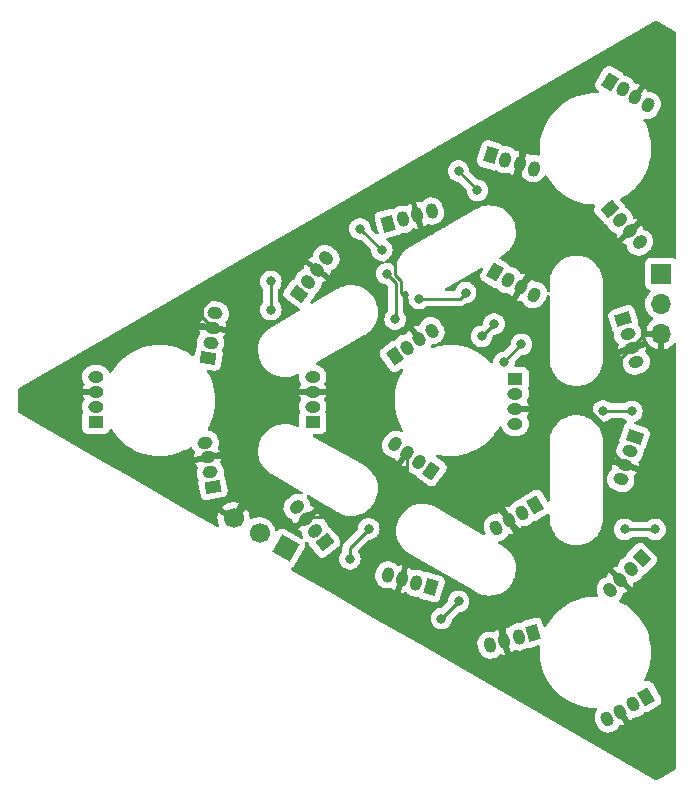
<source format=gbr>
%TF.GenerationSoftware,KiCad,Pcbnew,(6.0.2)*%
%TF.CreationDate,2022-03-26T22:50:30-07:00*%
%TF.ProjectId,triangle,74726961-6e67-46c6-952e-6b696361645f,rev?*%
%TF.SameCoordinates,Original*%
%TF.FileFunction,Copper,L2,Bot*%
%TF.FilePolarity,Positive*%
%FSLAX46Y46*%
G04 Gerber Fmt 4.6, Leading zero omitted, Abs format (unit mm)*
G04 Created by KiCad (PCBNEW (6.0.2)) date 2022-03-26 22:50:30*
%MOMM*%
%LPD*%
G01*
G04 APERTURE LIST*
G04 Aperture macros list*
%AMHorizOval*
0 Thick line with rounded ends*
0 $1 width*
0 $2 $3 position (X,Y) of the first rounded end (center of the circle)*
0 $4 $5 position (X,Y) of the second rounded end (center of the circle)*
0 Add line between two ends*
20,1,$1,$2,$3,$4,$5,0*
0 Add two circle primitives to create the rounded ends*
1,1,$1,$2,$3*
1,1,$1,$4,$5*%
%AMRotRect*
0 Rectangle, with rotation*
0 The origin of the aperture is its center*
0 $1 length*
0 $2 width*
0 $3 Rotation angle, in degrees counterclockwise*
0 Add horizontal line*
21,1,$1,$2,0,0,$3*%
G04 Aperture macros list end*
%TA.AperFunction,ComponentPad*%
%ADD10RotRect,1.700000X1.700000X240.000000*%
%TD*%
%TA.AperFunction,ComponentPad*%
%ADD11HorizOval,1.700000X0.000000X0.000000X0.000000X0.000000X0*%
%TD*%
%TA.AperFunction,ComponentPad*%
%ADD12R,1.700000X1.700000*%
%TD*%
%TA.AperFunction,ComponentPad*%
%ADD13O,1.700000X1.700000*%
%TD*%
%TA.AperFunction,ComponentPad*%
%ADD14RotRect,1.000000X1.300000X196.000000*%
%TD*%
%TA.AperFunction,ComponentPad*%
%ADD15HorizOval,1.000000X-0.041346X0.144189X0.041346X-0.144189X0*%
%TD*%
%TA.AperFunction,ComponentPad*%
%ADD16RotRect,1.000000X1.300000X252.000000*%
%TD*%
%TA.AperFunction,ComponentPad*%
%ADD17HorizOval,1.000000X-0.142658X0.046353X0.142658X-0.046353X0*%
%TD*%
%TA.AperFunction,ComponentPad*%
%ADD18RotRect,1.000000X1.300000X328.000000*%
%TD*%
%TA.AperFunction,ComponentPad*%
%ADD19HorizOval,1.000000X-0.079488X-0.127207X0.079488X0.127207X0*%
%TD*%
%TA.AperFunction,ComponentPad*%
%ADD20RotRect,1.000000X1.300000X100.000000*%
%TD*%
%TA.AperFunction,ComponentPad*%
%ADD21HorizOval,1.000000X0.147721X0.026047X-0.147721X-0.026047X0*%
%TD*%
%TA.AperFunction,ComponentPad*%
%ADD22RotRect,1.000000X1.300000X330.000000*%
%TD*%
%TA.AperFunction,ComponentPad*%
%ADD23HorizOval,1.000000X-0.075000X-0.129904X0.075000X0.129904X0*%
%TD*%
%TA.AperFunction,ComponentPad*%
%ADD24RotRect,1.000000X1.300000X128.000000*%
%TD*%
%TA.AperFunction,ComponentPad*%
%ADD25HorizOval,1.000000X0.118202X0.092349X-0.118202X-0.092349X0*%
%TD*%
%TA.AperFunction,ComponentPad*%
%ADD26R,1.300000X1.000000*%
%TD*%
%TA.AperFunction,ComponentPad*%
%ADD27O,1.300000X1.000000*%
%TD*%
%TA.AperFunction,ComponentPad*%
%ADD28RotRect,1.000000X1.300000X53.000000*%
%TD*%
%TA.AperFunction,ComponentPad*%
%ADD29HorizOval,1.000000X-0.119795X0.090272X0.119795X-0.090272X0*%
%TD*%
%TA.AperFunction,ComponentPad*%
%ADD30RotRect,1.000000X1.300000X343.000000*%
%TD*%
%TA.AperFunction,ComponentPad*%
%ADD31HorizOval,1.000000X-0.043856X-0.143446X0.043856X0.143446X0*%
%TD*%
%TA.AperFunction,ComponentPad*%
%ADD32RotRect,1.000000X1.300000X225.000000*%
%TD*%
%TA.AperFunction,ComponentPad*%
%ADD33HorizOval,1.000000X-0.106066X0.106066X0.106066X-0.106066X0*%
%TD*%
%TA.AperFunction,ComponentPad*%
%ADD34RotRect,1.000000X1.300000X81.000000*%
%TD*%
%TA.AperFunction,ComponentPad*%
%ADD35HorizOval,1.000000X-0.148153X0.023465X0.148153X-0.023465X0*%
%TD*%
%TA.AperFunction,ComponentPad*%
%ADD36RotRect,1.000000X1.300000X144.000000*%
%TD*%
%TA.AperFunction,ComponentPad*%
%ADD37HorizOval,1.000000X0.088168X0.121353X-0.088168X-0.121353X0*%
%TD*%
%TA.AperFunction,ComponentPad*%
%ADD38RotRect,1.000000X1.300000X210.000000*%
%TD*%
%TA.AperFunction,ComponentPad*%
%ADD39HorizOval,1.000000X-0.075000X0.129904X0.075000X-0.129904X0*%
%TD*%
%TA.AperFunction,ComponentPad*%
%ADD40HorizOval,1.000000X0.041346X0.144189X-0.041346X-0.144189X0*%
%TD*%
%TA.AperFunction,ComponentPad*%
%ADD41RotRect,1.000000X1.300000X164.000000*%
%TD*%
%TA.AperFunction,ComponentPad*%
%ADD42RotRect,1.000000X1.300000X16.000000*%
%TD*%
%TA.AperFunction,ComponentPad*%
%ADD43RotRect,1.000000X1.300000X312.000000*%
%TD*%
%TA.AperFunction,ComponentPad*%
%ADD44HorizOval,1.000000X-0.111472X-0.100370X0.111472X0.100370X0*%
%TD*%
%TA.AperFunction,ComponentPad*%
%ADD45RotRect,1.000000X1.300000X287.000000*%
%TD*%
%TA.AperFunction,ComponentPad*%
%ADD46HorizOval,1.000000X-0.143446X-0.043856X0.143446X0.043856X0*%
%TD*%
%TA.AperFunction,ComponentPad*%
%ADD47RotRect,1.000000X1.300000X35.000000*%
%TD*%
%TA.AperFunction,ComponentPad*%
%ADD48HorizOval,1.000000X-0.086036X0.122873X0.086036X-0.122873X0*%
%TD*%
%TA.AperFunction,ViaPad*%
%ADD49C,0.800000*%
%TD*%
%TA.AperFunction,Conductor*%
%ADD50C,0.250000*%
%TD*%
G04 APERTURE END LIST*
D10*
%TO.P,J2,1,Pin_1*%
%TO.N,+5V*%
X128250000Y-96150000D03*
D11*
%TO.P,J2,2,Pin_2*%
%TO.N,/DOUT*%
X126050295Y-94880000D03*
%TO.P,J2,3,Pin_3*%
%TO.N,GND*%
X123850591Y-93610000D03*
%TD*%
D12*
%TO.P,J1,1,Pin_1*%
%TO.N,+5V*%
X160050000Y-72900000D03*
D13*
%TO.P,J1,2,Pin_2*%
%TO.N,/DIN*%
X160050000Y-75440000D03*
%TO.P,J1,3,Pin_3*%
%TO.N,GND*%
X160050000Y-77980000D03*
%TD*%
D14*
%TO.P,D9,1,DOUT*%
%TO.N,Net-(D9-Pad1)*%
X149200000Y-103300000D03*
D15*
%TO.P,D9,2,VDD*%
%TO.N,+5V*%
X147979197Y-103650059D03*
%TO.P,D9,3,VSS*%
%TO.N,GND*%
X146758395Y-104000119D03*
%TO.P,D9,4,DIN*%
%TO.N,Net-(D9-Pad4)*%
X145537592Y-104350178D03*
%TD*%
D16*
%TO.P,D12,1,DOUT*%
%TO.N,Net-(D12-Pad1)*%
X157800000Y-86700000D03*
D17*
%TO.P,D12,2,VDD*%
%TO.N,+5V*%
X157407549Y-87907842D03*
%TO.P,D12,3,VSS*%
%TO.N,GND*%
X157015097Y-89115684D03*
%TO.P,D12,4,DIN*%
%TO.N,Net-(D12-Pad4)*%
X156622646Y-90323526D03*
%TD*%
D18*
%TO.P,D15,1,DOUT*%
%TO.N,Net-(D15-Pad1)*%
X155718936Y-56631008D03*
D19*
%TO.P,D15,2,VDD*%
%TO.N,+5V*%
X156795957Y-57304005D03*
%TO.P,D15,3,VSS*%
%TO.N,GND*%
X157872979Y-57977003D03*
%TO.P,D15,4,DIN*%
%TO.N,Net-(D15-Pad4)*%
X158950000Y-58650000D03*
%TD*%
D20*
%TO.P,D21,1,DOUT*%
%TO.N,/DOUT*%
X122100000Y-90950000D03*
D21*
%TO.P,D21,2,VDD*%
%TO.N,+5V*%
X121879467Y-89699294D03*
%TO.P,D21,3,VSS*%
%TO.N,GND*%
X121658933Y-88448588D03*
%TO.P,D21,4,DIN*%
%TO.N,Net-(D21-Pad4)*%
X121438400Y-87197882D03*
%TD*%
D22*
%TO.P,D5,1,DOUT*%
%TO.N,Net-(D5-Pad1)*%
X146000444Y-72795000D03*
D23*
%TO.P,D5,2,VDD*%
%TO.N,+5V*%
X147100296Y-73430000D03*
%TO.P,D5,3,VSS*%
%TO.N,GND*%
X148200148Y-74065000D03*
%TO.P,D5,4,DIN*%
%TO.N,Net-(D5-Pad4)*%
X149300000Y-74700000D03*
%TD*%
D24*
%TO.P,D7,1,DOUT*%
%TO.N,Net-(D7-Pad1)*%
X131550000Y-95650000D03*
D25*
%TO.P,D7,2,VDD*%
%TO.N,+5V*%
X130768110Y-94649227D03*
%TO.P,D7,3,VSS*%
%TO.N,GND*%
X129986220Y-93648453D03*
%TO.P,D7,4,DIN*%
%TO.N,Net-(D7-Pad4)*%
X129204330Y-92647680D03*
%TD*%
D26*
%TO.P,D20,1,DOUT*%
%TO.N,Net-(D20-Pad1)*%
X112200000Y-85440000D03*
D27*
%TO.P,D20,2,VDD*%
%TO.N,+5V*%
X112200000Y-84170000D03*
%TO.P,D20,3,VSS*%
%TO.N,GND*%
X112200000Y-82900000D03*
%TO.P,D20,4,DIN*%
%TO.N,Net-(D20-Pad4)*%
X112200000Y-81630000D03*
%TD*%
D28*
%TO.P,D18,1,DOUT*%
%TO.N,Net-(D18-Pad1)*%
X129400000Y-74600000D03*
D29*
%TO.P,D18,2,VDD*%
%TO.N,+5V*%
X130164305Y-73585733D03*
%TO.P,D18,3,VSS*%
%TO.N,GND*%
X130928611Y-72571465D03*
%TO.P,D18,4,DIN*%
%TO.N,Net-(D18-Pad4)*%
X131692916Y-71557198D03*
%TD*%
D26*
%TO.P,D1,1,DOUT*%
%TO.N,Net-(D1-Pad1)*%
X147700000Y-81800000D03*
D27*
%TO.P,D1,2,VDD*%
%TO.N,+5V*%
X147700000Y-83070000D03*
%TO.P,D1,3,VSS*%
%TO.N,GND*%
X147700000Y-84340000D03*
%TO.P,D1,4,DIN*%
%TO.N,Net-(D1-Pad4)*%
X147700000Y-85610000D03*
%TD*%
D26*
%TO.P,D6,1,DOUT*%
%TO.N,Net-(D6-Pad1)*%
X130550000Y-85440000D03*
D27*
%TO.P,D6,2,VDD*%
%TO.N,+5V*%
X130550000Y-84170000D03*
%TO.P,D6,3,VSS*%
%TO.N,GND*%
X130550000Y-82900000D03*
%TO.P,D6,4,DIN*%
%TO.N,Net-(D6-Pad4)*%
X130550000Y-81630000D03*
%TD*%
D30*
%TO.P,D16,1,DOUT*%
%TO.N,Net-(D16-Pad1)*%
X145656478Y-62886064D03*
D31*
%TO.P,D16,2,VDD*%
%TO.N,+5V*%
X146870985Y-63257376D03*
%TO.P,D16,3,VSS*%
%TO.N,GND*%
X148085493Y-63628688D03*
%TO.P,D16,4,DIN*%
%TO.N,Net-(D16-Pad4)*%
X149300000Y-64000000D03*
%TD*%
D32*
%TO.P,D11,1,DOUT*%
%TO.N,Net-(D11-Pad1)*%
X158400000Y-97000000D03*
D33*
%TO.P,D11,2,VDD*%
%TO.N,+5V*%
X157501975Y-97898025D03*
%TO.P,D11,3,VSS*%
%TO.N,GND*%
X156603949Y-98796051D03*
%TO.P,D11,4,DIN*%
%TO.N,Net-(D11-Pad4)*%
X155705924Y-99694076D03*
%TD*%
D34*
%TO.P,D19,1,DOUT*%
%TO.N,Net-(D19-Pad1)*%
X121700000Y-80000000D03*
D35*
%TO.P,D19,2,VDD*%
%TO.N,+5V*%
X121898672Y-78745636D03*
%TO.P,D19,3,VSS*%
%TO.N,GND*%
X122097344Y-77491272D03*
%TO.P,D19,4,DIN*%
%TO.N,Net-(D19-Pad4)*%
X122296016Y-76236908D03*
%TD*%
D36*
%TO.P,D3,1,DOUT*%
%TO.N,Net-(D3-Pad1)*%
X140591177Y-89569731D03*
D37*
%TO.P,D3,2,VDD*%
%TO.N,+5V*%
X139563726Y-88823244D03*
%TO.P,D3,3,VSS*%
%TO.N,GND*%
X138536274Y-88076756D03*
%TO.P,D3,4,DIN*%
%TO.N,Net-(D3-Pad4)*%
X137508823Y-87330269D03*
%TD*%
D38*
%TO.P,D10,1,DOUT*%
%TO.N,Net-(D10-Pad1)*%
X158800000Y-108700000D03*
D39*
%TO.P,D10,2,VDD*%
%TO.N,+5V*%
X157700148Y-109335000D03*
%TO.P,D10,3,VSS*%
%TO.N,GND*%
X156600296Y-109970000D03*
%TO.P,D10,4,DIN*%
%TO.N,Net-(D10-Pad4)*%
X155500444Y-110605000D03*
%TD*%
D40*
%TO.P,D8,4,DIN*%
%TO.N,Net-(D8-Pad4)*%
X136887592Y-98399822D03*
%TO.P,D8,3,VSS*%
%TO.N,GND*%
X138108395Y-98749881D03*
%TO.P,D8,2,VDD*%
%TO.N,+5V*%
X139329197Y-99099941D03*
D41*
%TO.P,D8,1,DOUT*%
%TO.N,Net-(D8-Pad1)*%
X140550000Y-99450000D03*
%TD*%
D42*
%TO.P,D17,1,DOUT*%
%TO.N,Net-(D17-Pad1)*%
X136958395Y-68650119D03*
D15*
%TO.P,D17,2,VDD*%
%TO.N,+5V*%
X138179198Y-68300060D03*
%TO.P,D17,3,VSS*%
%TO.N,GND*%
X139400000Y-67950000D03*
%TO.P,D17,4,DIN*%
%TO.N,Net-(D17-Pad4)*%
X140620803Y-67599941D03*
%TD*%
D43*
%TO.P,D14,1,DOUT*%
%TO.N,Net-(D14-Pad1)*%
X155700000Y-67425000D03*
D44*
%TO.P,D14,2,VDD*%
%TO.N,+5V*%
X156549796Y-68368794D03*
%TO.P,D14,3,VSS*%
%TO.N,GND*%
X157399592Y-69312588D03*
%TO.P,D14,4,DIN*%
%TO.N,Net-(D14-Pad4)*%
X158249388Y-70256382D03*
%TD*%
D45*
%TO.P,D13,1,DOUT*%
%TO.N,Net-(D13-Pad1)*%
X156836064Y-76756478D03*
D46*
%TO.P,D13,2,VDD*%
%TO.N,+5V*%
X157207376Y-77970985D03*
%TO.P,D13,3,VSS*%
%TO.N,GND*%
X157578688Y-79185493D03*
%TO.P,D13,4,DIN*%
%TO.N,Net-(D13-Pad4)*%
X157950000Y-80400000D03*
%TD*%
D47*
%TO.P,D2,1,DOUT*%
%TO.N,Net-(D2-Pad1)*%
X137500000Y-79900000D03*
D48*
%TO.P,D2,2,VDD*%
%TO.N,+5V*%
X138540323Y-79171558D03*
%TO.P,D2,3,VSS*%
%TO.N,GND*%
X139580647Y-78443116D03*
%TO.P,D2,4,DIN*%
%TO.N,Net-(D2-Pad4)*%
X140620970Y-77714674D03*
%TD*%
D38*
%TO.P,D4,1,DOUT*%
%TO.N,Net-(D4-Pad1)*%
X149400000Y-92500000D03*
D39*
%TO.P,D4,2,VDD*%
%TO.N,+5V*%
X148300148Y-93135000D03*
%TO.P,D4,3,VSS*%
%TO.N,GND*%
X147200296Y-93770000D03*
%TO.P,D4,4,DIN*%
%TO.N,Net-(D4-Pad4)*%
X146100444Y-94405000D03*
%TD*%
D49*
%TO.N,+5V*%
X136400000Y-70900000D03*
X133700000Y-97050000D03*
X127000000Y-75950000D03*
X142900000Y-64200000D03*
X136825500Y-72900000D03*
X144500000Y-65850000D03*
X134550000Y-69100000D03*
X144850000Y-78200000D03*
X127000000Y-73550000D03*
X137524006Y-76748013D03*
X135300000Y-94500000D03*
X156950000Y-94550000D03*
X145900000Y-77150000D03*
X159550000Y-94550000D03*
X141450000Y-102100000D03*
X139550000Y-75000000D03*
X142900000Y-100650000D03*
X143500000Y-74500000D03*
%TO.N,Net-(D4-Pad1)*%
X148209637Y-78885039D03*
X146750000Y-80400000D03*
%TO.N,/DIN*%
X157574500Y-84550173D03*
X155126479Y-84517373D03*
%TD*%
D50*
%TO.N,+5V*%
X142900000Y-100650000D02*
X141450000Y-102100000D01*
%TO.N,/DIN*%
X155126479Y-84517373D02*
X157541700Y-84517373D01*
X157541700Y-84517373D02*
X157574500Y-84550173D01*
%TO.N,GND*%
X124328535Y-72571465D02*
X125821465Y-72571465D01*
X129750000Y-71550000D02*
X126842930Y-71550000D01*
X130771465Y-72571465D02*
X129750000Y-71550000D01*
X126842930Y-71550000D02*
X125821465Y-72571465D01*
X130928611Y-72571465D02*
X130771465Y-72571465D01*
X110050000Y-81200000D02*
X111200000Y-80050000D01*
X113300000Y-80050000D02*
X114850000Y-78500000D01*
X110050000Y-82750000D02*
X110050000Y-81200000D01*
X111200000Y-80050000D02*
X113300000Y-80050000D01*
X110200000Y-82900000D02*
X110050000Y-82750000D01*
X112200000Y-82900000D02*
X110200000Y-82900000D01*
X114850000Y-78500000D02*
X116650000Y-78500000D01*
X136200000Y-93300000D02*
X136450000Y-93050000D01*
X135000000Y-93300000D02*
X136200000Y-93300000D01*
X134800000Y-93500000D02*
X135000000Y-93300000D01*
X134550000Y-93500000D02*
X134800000Y-93500000D01*
X134100000Y-93950000D02*
X134550000Y-93500000D01*
X133000000Y-93950000D02*
X134100000Y-93950000D01*
X132350000Y-93300000D02*
X133000000Y-93950000D01*
X131700000Y-93300000D02*
X132350000Y-93300000D01*
X130168110Y-93499226D02*
X131500774Y-93499226D01*
X129617336Y-94050000D02*
X130168110Y-93499226D01*
X128150000Y-94050000D02*
X129617336Y-94050000D01*
X126850000Y-93500000D02*
X127600000Y-93500000D01*
X127600000Y-93500000D02*
X128150000Y-94050000D01*
X125860591Y-92510591D02*
X126850000Y-93500000D01*
X131500774Y-93499226D02*
X131700000Y-93300000D01*
X124950000Y-92510591D02*
X125860591Y-92510591D01*
X139600000Y-69450000D02*
X139800000Y-69450000D01*
X137550000Y-71500000D02*
X139600000Y-69450000D01*
X137550000Y-72988796D02*
X137550000Y-71500000D01*
X138049510Y-73488306D02*
X137550000Y-72988796D01*
X138049511Y-74563807D02*
X138049510Y-73488306D01*
X138542852Y-75057148D02*
X138049511Y-74563807D01*
X138542852Y-75742852D02*
X138542852Y-75057148D01*
X138900000Y-76100000D02*
X138542852Y-75742852D01*
X138900000Y-77500000D02*
X138900000Y-76100000D01*
X139580647Y-78180647D02*
X138900000Y-77500000D01*
X139580647Y-78443116D02*
X139580647Y-78180647D01*
X139800000Y-69050000D02*
X139800000Y-69450000D01*
X139600000Y-68850000D02*
X139800000Y-69050000D01*
X139600000Y-68150000D02*
X139600000Y-68850000D01*
X139400000Y-67950000D02*
X139600000Y-68150000D01*
X139800000Y-69450000D02*
X140550000Y-69450000D01*
X147350000Y-61300000D02*
X148085493Y-62035493D01*
X147350000Y-59850000D02*
X147350000Y-61300000D01*
X149350000Y-57850000D02*
X147350000Y-59850000D01*
X150450000Y-57850000D02*
X149350000Y-57850000D01*
X151800000Y-56500000D02*
X150450000Y-57850000D01*
X153300000Y-56500000D02*
X151800000Y-56500000D01*
X157450000Y-54350000D02*
X155450000Y-54350000D01*
X158800000Y-55700000D02*
X157450000Y-54350000D01*
X155450000Y-54350000D02*
X153300000Y-56500000D01*
X158400000Y-56100000D02*
X158800000Y-55700000D01*
X148085493Y-62035493D02*
X148085493Y-63628688D01*
X158150000Y-57300000D02*
X158400000Y-57050000D01*
X158150000Y-57699982D02*
X158150000Y-57300000D01*
X157872979Y-57977003D02*
X158150000Y-57699982D01*
X158400000Y-57050000D02*
X158400000Y-56100000D01*
X158300000Y-73300000D02*
X156200000Y-71200000D01*
X158300000Y-76150000D02*
X158300000Y-73300000D01*
X158700000Y-76550000D02*
X158300000Y-76150000D01*
X158700000Y-77971639D02*
X158700000Y-76550000D01*
X156200000Y-71200000D02*
X156200000Y-70512180D01*
X154100000Y-84650000D02*
X154100000Y-82900000D01*
X155350000Y-85900000D02*
X154100000Y-84650000D01*
X154100000Y-82900000D02*
X154350000Y-82650000D01*
X155350000Y-87450587D02*
X155350000Y-85900000D01*
X157015097Y-89115684D02*
X155350000Y-87450587D01*
X136450000Y-95100000D02*
X136450000Y-93050000D01*
X136450000Y-93050000D02*
X136450000Y-91400000D01*
X159435305Y-101627407D02*
X156603949Y-98796051D01*
X159435305Y-106885305D02*
X159435305Y-101627407D01*
X160500000Y-107950000D02*
X159435305Y-106885305D01*
X160500000Y-109650000D02*
X160500000Y-107950000D01*
X158950000Y-111200000D02*
X160500000Y-109650000D01*
X157500000Y-111200000D02*
X158950000Y-111200000D01*
X156900000Y-110600000D02*
X157500000Y-111200000D01*
X156900000Y-110350000D02*
X156900000Y-110600000D01*
X156600296Y-110050296D02*
X156900000Y-110350000D01*
X156600296Y-109970000D02*
X156600296Y-110050296D01*
X152553949Y-98796051D02*
X154053949Y-98796051D01*
X152230296Y-98800000D02*
X152550000Y-98800000D01*
X152550000Y-98800000D02*
X152553949Y-98796051D01*
X154053949Y-98796051D02*
X155200000Y-97650000D01*
X155200000Y-97650000D02*
X155457898Y-97650000D01*
X155457898Y-97650000D02*
X156603949Y-98796051D01*
%TO.N,+5V*%
X137600000Y-73674500D02*
X136825500Y-72900000D01*
X139550000Y-75000000D02*
X143000000Y-75000000D01*
X143000000Y-75000000D02*
X143500000Y-74500000D01*
X133700000Y-96100000D02*
X133700000Y-97050000D01*
X134700000Y-69250000D02*
X134550000Y-69100000D01*
X144850000Y-78200000D02*
X145900000Y-77150000D01*
X135300000Y-94500000D02*
X133700000Y-96100000D01*
X136400000Y-70900000D02*
X134750000Y-69250000D01*
X127000000Y-75950000D02*
X127000000Y-73550000D01*
X156950000Y-94550000D02*
X159550000Y-94550000D01*
X133700000Y-97200000D02*
X133700000Y-97050000D01*
X137600000Y-76900000D02*
X137600000Y-73674500D01*
X134750000Y-69250000D02*
X134700000Y-69250000D01*
X144500000Y-65800000D02*
X142900000Y-64200000D01*
X144500000Y-65850000D02*
X144500000Y-65800000D01*
%TO.N,GND*%
X146758395Y-101541605D02*
X149500000Y-98800000D01*
X123850000Y-78450000D02*
X122891272Y-77491272D01*
X146758395Y-104000119D02*
X146758395Y-101541605D01*
X157342624Y-79329015D02*
X156321639Y-80350000D01*
X138552496Y-90552496D02*
X138552496Y-89297504D01*
X118650000Y-78500000D02*
X119658728Y-77491272D01*
X150050000Y-86350000D02*
X145800000Y-90600000D01*
X124950000Y-92510591D02*
X124950000Y-89500000D01*
X149500000Y-98800000D02*
X152230296Y-98800000D01*
X121200000Y-75700000D02*
X124328535Y-72571465D01*
X156200000Y-70512180D02*
X157399592Y-69312588D01*
X156321639Y-80678361D02*
X154350000Y-82650000D01*
X152350000Y-82650000D02*
X150660000Y-84340000D01*
X150050000Y-85400000D02*
X148990000Y-84340000D01*
X145130296Y-91700000D02*
X139700000Y-91700000D01*
X148990000Y-84340000D02*
X147700000Y-84340000D01*
X123850591Y-93610000D02*
X124950000Y-92510591D01*
X127150000Y-82900000D02*
X123850000Y-79600000D01*
X138552496Y-88082256D02*
X138552496Y-89297504D01*
X150050000Y-85400000D02*
X150050000Y-86350000D01*
X124950000Y-89500000D02*
X123898588Y-88448588D01*
X148085493Y-66844705D02*
X148085493Y-63628688D01*
X138158395Y-96808395D02*
X136450000Y-95100000D01*
X141550000Y-68850000D02*
X143500000Y-66900000D01*
X123898588Y-88448588D02*
X121658933Y-88448588D01*
X151752968Y-70512180D02*
X156200000Y-70512180D01*
X139700000Y-91700000D02*
X138552496Y-90552496D01*
X122097344Y-77491272D02*
X121200000Y-76593928D01*
X141150000Y-68850000D02*
X141550000Y-68850000D01*
X138552496Y-89297504D02*
X136450000Y-91400000D01*
X116350000Y-78500000D02*
X116650000Y-78500000D01*
X158700000Y-77971639D02*
X158708361Y-77980000D01*
X148200148Y-74065000D02*
X151752968Y-70512180D01*
X121200000Y-76593928D02*
X121200000Y-75700000D01*
X145800000Y-90600000D02*
X145800000Y-92369704D01*
X119658728Y-77491272D02*
X122097344Y-77491272D01*
X151752968Y-70512180D02*
X148085493Y-66844705D01*
X123898588Y-86151412D02*
X127150000Y-82900000D01*
X123850000Y-79600000D02*
X123850000Y-78450000D01*
X148030198Y-66900000D02*
X148085493Y-66844705D01*
X150660000Y-84340000D02*
X147700000Y-84340000D01*
X156321639Y-80350000D02*
X156321639Y-80678361D01*
X157342624Y-79329015D02*
X158700000Y-77971639D01*
X116650000Y-78500000D02*
X118650000Y-78500000D01*
X123898588Y-88448588D02*
X123898588Y-86151412D01*
X130550000Y-82900000D02*
X127150000Y-82900000D01*
X154350000Y-82650000D02*
X152350000Y-82650000D01*
X143500000Y-66900000D02*
X148030198Y-66900000D01*
X158708361Y-77980000D02*
X160050000Y-77980000D01*
X122891272Y-77491272D02*
X122097344Y-77491272D01*
X145800000Y-92369704D02*
X147200296Y-93770000D01*
X138158395Y-98699881D02*
X138158395Y-96808395D01*
X145800000Y-92369704D02*
X145130296Y-91700000D01*
X140550000Y-69450000D02*
X141150000Y-68850000D01*
X147200296Y-93770000D02*
X152230296Y-98800000D01*
%TO.N,Net-(D4-Pad1)*%
X146750000Y-80344676D02*
X148209637Y-78885039D01*
X146750000Y-80400000D02*
X146750000Y-80344676D01*
%TD*%
%TA.AperFunction,Conductor*%
%TO.N,GND*%
G36*
X159671005Y-51485458D02*
G01*
X161287000Y-52418426D01*
X161335993Y-52469807D01*
X161350000Y-52527545D01*
X161350000Y-71499856D01*
X161329998Y-71567977D01*
X161276342Y-71614470D01*
X161206068Y-71624574D01*
X161163044Y-71606734D01*
X161161760Y-71609079D01*
X161153892Y-71604771D01*
X161146705Y-71599385D01*
X161010316Y-71548255D01*
X160948134Y-71541500D01*
X159151866Y-71541500D01*
X159089684Y-71548255D01*
X158953295Y-71599385D01*
X158836739Y-71686739D01*
X158749385Y-71803295D01*
X158698255Y-71939684D01*
X158691500Y-72001866D01*
X158691500Y-73798134D01*
X158698255Y-73860316D01*
X158749385Y-73996705D01*
X158836739Y-74113261D01*
X158953295Y-74200615D01*
X158961704Y-74203767D01*
X158961705Y-74203768D01*
X159070451Y-74244535D01*
X159127216Y-74287176D01*
X159151916Y-74353738D01*
X159136709Y-74423087D01*
X159117316Y-74449568D01*
X158999552Y-74572801D01*
X158990629Y-74582138D01*
X158987715Y-74586410D01*
X158987714Y-74586411D01*
X158926678Y-74675886D01*
X158864743Y-74766680D01*
X158821684Y-74859443D01*
X158780640Y-74947866D01*
X158770688Y-74969305D01*
X158710989Y-75184570D01*
X158687251Y-75406695D01*
X158687548Y-75411848D01*
X158687548Y-75411851D01*
X158696233Y-75562469D01*
X158700110Y-75629715D01*
X158701247Y-75634761D01*
X158701248Y-75634767D01*
X158722199Y-75727730D01*
X158749222Y-75847639D01*
X158789453Y-75946717D01*
X158828466Y-76042794D01*
X158833266Y-76054616D01*
X158845179Y-76074056D01*
X158942646Y-76233108D01*
X158949987Y-76245088D01*
X159096250Y-76413938D01*
X159268126Y-76556632D01*
X159335695Y-76596116D01*
X159341955Y-76599774D01*
X159390679Y-76651412D01*
X159403750Y-76721195D01*
X159377019Y-76786967D01*
X159336562Y-76820327D01*
X159328457Y-76824546D01*
X159319738Y-76830036D01*
X159149433Y-76957905D01*
X159141726Y-76964748D01*
X158994590Y-77118717D01*
X158988104Y-77126727D01*
X158868098Y-77302649D01*
X158863000Y-77311623D01*
X158773338Y-77504783D01*
X158769775Y-77514470D01*
X158714389Y-77714183D01*
X158715912Y-77722607D01*
X158728292Y-77726000D01*
X160178000Y-77726000D01*
X160246121Y-77746002D01*
X160292614Y-77799658D01*
X160304000Y-77852000D01*
X160304000Y-79298517D01*
X160308064Y-79312359D01*
X160321478Y-79314393D01*
X160328184Y-79313534D01*
X160338262Y-79311392D01*
X160542255Y-79250191D01*
X160551842Y-79246433D01*
X160743095Y-79152739D01*
X160751945Y-79147464D01*
X160925328Y-79023792D01*
X160933200Y-79017139D01*
X161084052Y-78866812D01*
X161090730Y-78858965D01*
X161121678Y-78815896D01*
X161177672Y-78772248D01*
X161248376Y-78765802D01*
X161311340Y-78798605D01*
X161346574Y-78860242D01*
X161350000Y-78889422D01*
X161350000Y-114745455D01*
X161329998Y-114813576D01*
X161287000Y-114854574D01*
X160199436Y-115482461D01*
X159671005Y-115787542D01*
X159602009Y-115804279D01*
X159545006Y-115787541D01*
X141649806Y-105455686D01*
X139607721Y-104276681D01*
X144485335Y-104276681D01*
X144511165Y-104429399D01*
X144512133Y-104432774D01*
X144512133Y-104432775D01*
X144620414Y-104810387D01*
X144623225Y-104820191D01*
X144677623Y-104957584D01*
X144784761Y-105123828D01*
X144922148Y-105266097D01*
X145084553Y-105378970D01*
X145090197Y-105381436D01*
X145090201Y-105381438D01*
X145260149Y-105455686D01*
X145265789Y-105458150D01*
X145271799Y-105459471D01*
X145271801Y-105459472D01*
X145452935Y-105499296D01*
X145452936Y-105499296D01*
X145458953Y-105500619D01*
X145547981Y-105502483D01*
X145650522Y-105504631D01*
X145650523Y-105504631D01*
X145656687Y-105504760D01*
X145662755Y-105503690D01*
X145662756Y-105503690D01*
X145845397Y-105471485D01*
X145845398Y-105471485D01*
X145851459Y-105470416D01*
X146035851Y-105398894D01*
X146202840Y-105292920D01*
X146346064Y-105156528D01*
X146349613Y-105151497D01*
X146353644Y-105146827D01*
X146355450Y-105148386D01*
X146402770Y-105110816D01*
X146473413Y-105103738D01*
X146489084Y-105107739D01*
X146492765Y-105108935D01*
X146673799Y-105148738D01*
X146685977Y-105150190D01*
X146806657Y-105152718D01*
X146820270Y-105149028D01*
X146821488Y-105141652D01*
X146584248Y-104314294D01*
X146584245Y-104314288D01*
X146208849Y-103005126D01*
X146201301Y-102993215D01*
X146193497Y-102994287D01*
X146098662Y-103054472D01*
X146088997Y-103062022D01*
X145954763Y-103189851D01*
X145942725Y-103203798D01*
X145940771Y-103202111D01*
X145893944Y-103239242D01*
X145823296Y-103246275D01*
X145812239Y-103243448D01*
X145809395Y-103242206D01*
X145627030Y-103202111D01*
X145622250Y-103201060D01*
X145622249Y-103201060D01*
X145616232Y-103199737D01*
X145527269Y-103197874D01*
X145424662Y-103195725D01*
X145424661Y-103195725D01*
X145418497Y-103195596D01*
X145412429Y-103196666D01*
X145412428Y-103196666D01*
X145229793Y-103228870D01*
X145223725Y-103229940D01*
X145039334Y-103301462D01*
X144872344Y-103407436D01*
X144729120Y-103543828D01*
X144725571Y-103548859D01*
X144618667Y-103700406D01*
X144618664Y-103700412D01*
X144615116Y-103705441D01*
X144534673Y-103886120D01*
X144490857Y-104078982D01*
X144485335Y-104276681D01*
X139607721Y-104276681D01*
X135837620Y-102100000D01*
X140536496Y-102100000D01*
X140537186Y-102106565D01*
X140545243Y-102183219D01*
X140556458Y-102289928D01*
X140615473Y-102471556D01*
X140618776Y-102477278D01*
X140618777Y-102477279D01*
X140637401Y-102509536D01*
X140710960Y-102636944D01*
X140838747Y-102778866D01*
X140922151Y-102839463D01*
X140977855Y-102879934D01*
X140993248Y-102891118D01*
X140999276Y-102893802D01*
X140999278Y-102893803D01*
X141161681Y-102966109D01*
X141167712Y-102968794D01*
X141261112Y-102988647D01*
X141348056Y-103007128D01*
X141348061Y-103007128D01*
X141354513Y-103008500D01*
X141545487Y-103008500D01*
X141551939Y-103007128D01*
X141551944Y-103007128D01*
X141638888Y-102988647D01*
X141732288Y-102968794D01*
X141738319Y-102966109D01*
X141900722Y-102893803D01*
X141900724Y-102893802D01*
X141906752Y-102891118D01*
X141922146Y-102879934D01*
X141951527Y-102858587D01*
X146695302Y-102858587D01*
X146932542Y-103685944D01*
X146932545Y-103685950D01*
X147307941Y-104995112D01*
X147315489Y-105007023D01*
X147323293Y-105005951D01*
X147418128Y-104945766D01*
X147427793Y-104938216D01*
X147562027Y-104810387D01*
X147574065Y-104796440D01*
X147576027Y-104798134D01*
X147622791Y-104761017D01*
X147693435Y-104753951D01*
X147704556Y-104756791D01*
X147707394Y-104758031D01*
X147863204Y-104792287D01*
X147894540Y-104799177D01*
X147894541Y-104799177D01*
X147900558Y-104800500D01*
X147989586Y-104802364D01*
X148092127Y-104804512D01*
X148092128Y-104804512D01*
X148098292Y-104804641D01*
X148104360Y-104803571D01*
X148104361Y-104803571D01*
X148287002Y-104771366D01*
X148287003Y-104771366D01*
X148293064Y-104770297D01*
X148477456Y-104698775D01*
X148579339Y-104634119D01*
X148639236Y-104596107D01*
X148639238Y-104596105D01*
X148644445Y-104592801D01*
X148649001Y-104588463D01*
X148649058Y-104588433D01*
X148653766Y-104584755D01*
X148654465Y-104585650D01*
X148712123Y-104555966D01*
X148767949Y-104560839D01*
X148768446Y-104558631D01*
X148777207Y-104560605D01*
X148785592Y-104563799D01*
X148794536Y-104564511D01*
X148794537Y-104564511D01*
X148884505Y-104571671D01*
X148930791Y-104575354D01*
X148938577Y-104574009D01*
X148938580Y-104574009D01*
X148968070Y-104568915D01*
X148992426Y-104564708D01*
X149642845Y-104378203D01*
X149713839Y-104378654D01*
X149773320Y-104417415D01*
X149802403Y-104482182D01*
X149802929Y-104512052D01*
X149785320Y-104685412D01*
X149782565Y-104948500D01*
X149780842Y-105112982D01*
X149781071Y-105115827D01*
X149781071Y-105115830D01*
X149814485Y-105531119D01*
X149815135Y-105539199D01*
X149887915Y-105960554D01*
X149888657Y-105963322D01*
X149980998Y-106307941D01*
X149998585Y-106373578D01*
X150146232Y-106774872D01*
X150147454Y-106777445D01*
X150147455Y-106777448D01*
X150303127Y-107105292D01*
X150329642Y-107161133D01*
X150547306Y-107529181D01*
X150797430Y-107875988D01*
X151077957Y-108198697D01*
X151386577Y-108494653D01*
X151388795Y-108496423D01*
X151388800Y-108496428D01*
X151569276Y-108640500D01*
X151720751Y-108761421D01*
X151723114Y-108762979D01*
X151723118Y-108762982D01*
X151855619Y-108850350D01*
X152077727Y-108996803D01*
X152454567Y-109198863D01*
X152848170Y-109365937D01*
X152850879Y-109366807D01*
X152850885Y-109366809D01*
X153252575Y-109495778D01*
X153252581Y-109495780D01*
X153255295Y-109496651D01*
X153258068Y-109497271D01*
X153258076Y-109497273D01*
X153571810Y-109567400D01*
X153672591Y-109589927D01*
X154096624Y-109645000D01*
X154523054Y-109661381D01*
X154590355Y-109683983D01*
X154634754Y-109739384D01*
X154642153Y-109809994D01*
X154624603Y-109854800D01*
X154520915Y-110018186D01*
X154518687Y-110023929D01*
X154518686Y-110023932D01*
X154476613Y-110132406D01*
X154449395Y-110202578D01*
X154415050Y-110397350D01*
X154419193Y-110595083D01*
X154461662Y-110788247D01*
X154523671Y-110930179D01*
X154726941Y-111282254D01*
X154812961Y-111402406D01*
X154957135Y-111537793D01*
X154962355Y-111541055D01*
X154962359Y-111541058D01*
X155076656Y-111612479D01*
X155124859Y-111642600D01*
X155235675Y-111684695D01*
X155303988Y-111710645D01*
X155303990Y-111710646D01*
X155309746Y-111712832D01*
X155504753Y-111745815D01*
X155510914Y-111745643D01*
X155510915Y-111745643D01*
X155696299Y-111740465D01*
X155696300Y-111740465D01*
X155702453Y-111740293D01*
X155818804Y-111713859D01*
X155889305Y-111697842D01*
X155889308Y-111697841D01*
X155895316Y-111696476D01*
X156023657Y-111639335D01*
X156070364Y-111618540D01*
X156070367Y-111618538D01*
X156075994Y-111616033D01*
X156237606Y-111502028D01*
X156373998Y-111358804D01*
X156479972Y-111191814D01*
X156482199Y-111186072D01*
X156484979Y-111180569D01*
X156487103Y-111181642D01*
X156523959Y-111133722D01*
X156590797Y-111109779D01*
X156606940Y-111109871D01*
X156610800Y-111110141D01*
X156796088Y-111104966D01*
X156808245Y-111103430D01*
X156925966Y-111076684D01*
X156938278Y-111069813D01*
X156937676Y-111062359D01*
X156316326Y-109986149D01*
X156299588Y-109917154D01*
X156322808Y-109850062D01*
X156362445Y-109814030D01*
X156584147Y-109686030D01*
X156653142Y-109669292D01*
X156720234Y-109692512D01*
X156756266Y-109732149D01*
X157374228Y-110802491D01*
X157384434Y-110812222D01*
X157391747Y-110809294D01*
X157469205Y-110727955D01*
X157476755Y-110718290D01*
X157576072Y-110561792D01*
X157584384Y-110545339D01*
X157586700Y-110546509D01*
X157623079Y-110499189D01*
X157689912Y-110475234D01*
X157701404Y-110475299D01*
X157704457Y-110475815D01*
X157710622Y-110475643D01*
X157710625Y-110475643D01*
X157896003Y-110470465D01*
X157896004Y-110470465D01*
X157902157Y-110470293D01*
X157966297Y-110455721D01*
X158089009Y-110427842D01*
X158089012Y-110427841D01*
X158095020Y-110426476D01*
X158216028Y-110372600D01*
X158270068Y-110348540D01*
X158270071Y-110348538D01*
X158275698Y-110346033D01*
X158437310Y-110232028D01*
X158573702Y-110088804D01*
X158577004Y-110083601D01*
X158577007Y-110083597D01*
X158577086Y-110083473D01*
X158577144Y-110083423D01*
X158580798Y-110078745D01*
X158581688Y-110079440D01*
X158630478Y-110036678D01*
X158685807Y-110027905D01*
X158685756Y-110025645D01*
X158694723Y-110025441D01*
X158703642Y-110026513D01*
X158797833Y-110010835D01*
X158839532Y-110003895D01*
X158839534Y-110003894D01*
X158847323Y-110002598D01*
X158904552Y-109977357D01*
X159853948Y-109429223D01*
X159904422Y-109392282D01*
X159996973Y-109279808D01*
X160054236Y-109145879D01*
X160071609Y-109001262D01*
X160047695Y-108857580D01*
X160022454Y-108800352D01*
X159676229Y-108200672D01*
X159326025Y-107594100D01*
X159326019Y-107594091D01*
X159324320Y-107591148D01*
X159322314Y-107588407D01*
X159322310Y-107588401D01*
X159292045Y-107547050D01*
X159292044Y-107547049D01*
X159287379Y-107540675D01*
X159206190Y-107473867D01*
X159181834Y-107453825D01*
X159181832Y-107453824D01*
X159174904Y-107448123D01*
X159040975Y-107390860D01*
X159032066Y-107389790D01*
X159032063Y-107389789D01*
X158940613Y-107378803D01*
X158896358Y-107373487D01*
X158887503Y-107374961D01*
X158887500Y-107374961D01*
X158752677Y-107397402D01*
X158752184Y-107394439D01*
X158695272Y-107394702D01*
X158635370Y-107356594D01*
X158605579Y-107292150D01*
X158615358Y-107221831D01*
X158620873Y-107211025D01*
X158649447Y-107161133D01*
X158682845Y-107102816D01*
X158860844Y-106714032D01*
X158861789Y-106711347D01*
X158861794Y-106711336D01*
X159001924Y-106313415D01*
X159002875Y-106310715D01*
X159090779Y-105963322D01*
X159107064Y-105898965D01*
X159107065Y-105898961D01*
X159107767Y-105896186D01*
X159174657Y-105473856D01*
X159196251Y-105148738D01*
X159202879Y-105048953D01*
X159202879Y-105048942D01*
X159202995Y-105047202D01*
X159204029Y-104948500D01*
X159184632Y-104521346D01*
X159183360Y-104512055D01*
X159126988Y-104100535D01*
X159126601Y-104097708D01*
X159120892Y-104072977D01*
X159059626Y-103807609D01*
X159030413Y-103681073D01*
X158996052Y-103576562D01*
X158897754Y-103277586D01*
X158897751Y-103277579D01*
X158896861Y-103274871D01*
X158727042Y-102882444D01*
X158595867Y-102641852D01*
X158523727Y-102509536D01*
X158523723Y-102509529D01*
X158522357Y-102507024D01*
X158422670Y-102358114D01*
X158286080Y-102154077D01*
X158286072Y-102154066D01*
X158284488Y-102151700D01*
X158015394Y-101819397D01*
X157949012Y-101751134D01*
X157719280Y-101514896D01*
X157719276Y-101514892D01*
X157717290Y-101512850D01*
X157715132Y-101511000D01*
X157715122Y-101510991D01*
X157476184Y-101306197D01*
X157392630Y-101234582D01*
X157044087Y-100986885D01*
X156780313Y-100833365D01*
X156677001Y-100773236D01*
X156676996Y-100773233D01*
X156674528Y-100771797D01*
X156671942Y-100770591D01*
X156671936Y-100770588D01*
X156563542Y-100720043D01*
X156510257Y-100673125D01*
X156490796Y-100604848D01*
X156511338Y-100536888D01*
X156523676Y-100521811D01*
X156523537Y-100521695D01*
X156646192Y-100374480D01*
X156646193Y-100374479D01*
X156650136Y-100369746D01*
X156744812Y-100196101D01*
X156795644Y-100033894D01*
X156802112Y-100013256D01*
X156802113Y-100013253D01*
X156803955Y-100007374D01*
X156804620Y-100001248D01*
X156805881Y-99995214D01*
X156808211Y-99995701D01*
X156831412Y-99939873D01*
X156889777Y-99899450D01*
X156905382Y-99895365D01*
X156909178Y-99894627D01*
X157086817Y-99841670D01*
X157098173Y-99837036D01*
X157204951Y-99780737D01*
X157215067Y-99770912D01*
X157212557Y-99763869D01*
X155640926Y-98192238D01*
X155628546Y-98185478D01*
X155622241Y-98190198D01*
X155568473Y-98288816D01*
X155563683Y-98300100D01*
X155508255Y-98476972D01*
X155504485Y-98495016D01*
X155501943Y-98494485D01*
X155479060Y-98549599D01*
X155420708Y-98590041D01*
X155409575Y-98592958D01*
X155406496Y-98593249D01*
X155306043Y-98623195D01*
X155222865Y-98647991D01*
X155222863Y-98647992D01*
X155216962Y-98649751D01*
X155042012Y-98741992D01*
X155037226Y-98745868D01*
X155037224Y-98745869D01*
X154913287Y-98846232D01*
X154888311Y-98866457D01*
X154884366Y-98871192D01*
X154779149Y-98997478D01*
X154761712Y-99018406D01*
X154667036Y-99192051D01*
X154649435Y-99248216D01*
X154610556Y-99372281D01*
X154607893Y-99380778D01*
X154607228Y-99386901D01*
X154607227Y-99386905D01*
X154589165Y-99553177D01*
X154586534Y-99577398D01*
X154603771Y-99774423D01*
X154605490Y-99780340D01*
X154605491Y-99780345D01*
X154627890Y-99857440D01*
X154658949Y-99964346D01*
X154661783Y-99969813D01*
X154705324Y-100053813D01*
X154718915Y-100123497D01*
X154692674Y-100189466D01*
X154634934Y-100230776D01*
X154595658Y-100237779D01*
X154197917Y-100244721D01*
X154197912Y-100244721D01*
X154195066Y-100244771D01*
X154192233Y-100245079D01*
X154192229Y-100245079D01*
X153849815Y-100282277D01*
X153769973Y-100290951D01*
X153350815Y-100375468D01*
X153348082Y-100376283D01*
X153348077Y-100376284D01*
X153223320Y-100413476D01*
X152941042Y-100497627D01*
X152938381Y-100498691D01*
X152938379Y-100498692D01*
X152672969Y-100604848D01*
X152544027Y-100656421D01*
X152431417Y-100713799D01*
X152165581Y-100849249D01*
X152165576Y-100849252D01*
X152163038Y-100850545D01*
X151801210Y-101078400D01*
X151461523Y-101338110D01*
X151459428Y-101340036D01*
X151459419Y-101340044D01*
X151221852Y-101558500D01*
X151146773Y-101627539D01*
X150859549Y-101944302D01*
X150602216Y-102285794D01*
X150376893Y-102649203D01*
X150325813Y-102751207D01*
X150321698Y-102759425D01*
X150273312Y-102811379D01*
X150204518Y-102828926D01*
X150137158Y-102806495D01*
X150092619Y-102751207D01*
X150087916Y-102737737D01*
X150060422Y-102641852D01*
X149977001Y-102350930D01*
X149953368Y-102293019D01*
X149887976Y-102204809D01*
X149871971Y-102183219D01*
X149871969Y-102183217D01*
X149866624Y-102176007D01*
X149750527Y-102088044D01*
X149718388Y-102075803D01*
X149622795Y-102039395D01*
X149622793Y-102039395D01*
X149614408Y-102036201D01*
X149605464Y-102035489D01*
X149605463Y-102035489D01*
X149486110Y-102025991D01*
X149469209Y-102024646D01*
X149461423Y-102025991D01*
X149461420Y-102025991D01*
X149431930Y-102031085D01*
X149407574Y-102035292D01*
X149404288Y-102036234D01*
X149404289Y-102036234D01*
X148357055Y-102336524D01*
X148357052Y-102336525D01*
X148353774Y-102337465D01*
X148350623Y-102338751D01*
X148350617Y-102338753D01*
X148320779Y-102350930D01*
X148295863Y-102361098D01*
X148178850Y-102447841D01*
X148173428Y-102454998D01*
X148167049Y-102461310D01*
X148165270Y-102459512D01*
X148118967Y-102493759D01*
X148061644Y-102500455D01*
X148057837Y-102499618D01*
X147996759Y-102498339D01*
X147866267Y-102495606D01*
X147866266Y-102495606D01*
X147860102Y-102495477D01*
X147854034Y-102496547D01*
X147854033Y-102496547D01*
X147780370Y-102509536D01*
X147665330Y-102529821D01*
X147480939Y-102601343D01*
X147313949Y-102707317D01*
X147309489Y-102711564D01*
X147309488Y-102711565D01*
X147259231Y-102759425D01*
X147170725Y-102843709D01*
X147167176Y-102848740D01*
X147163145Y-102853410D01*
X147161346Y-102851857D01*
X147113968Y-102889441D01*
X147043322Y-102896489D01*
X147027712Y-102892500D01*
X147024032Y-102891304D01*
X146842993Y-102851501D01*
X146830811Y-102850049D01*
X146710133Y-102847521D01*
X146696520Y-102851211D01*
X146695302Y-102858587D01*
X141951527Y-102858587D01*
X141977849Y-102839463D01*
X142061253Y-102778866D01*
X142189040Y-102636944D01*
X142262599Y-102509536D01*
X142281223Y-102477279D01*
X142281224Y-102477278D01*
X142284527Y-102471556D01*
X142343542Y-102289928D01*
X142360907Y-102124706D01*
X142387920Y-102059050D01*
X142397122Y-102048782D01*
X142850499Y-101595405D01*
X142912811Y-101561379D01*
X142939594Y-101558500D01*
X142995487Y-101558500D01*
X143001939Y-101557128D01*
X143001944Y-101557128D01*
X143088887Y-101538647D01*
X143182288Y-101518794D01*
X143199814Y-101510991D01*
X143350722Y-101443803D01*
X143350724Y-101443802D01*
X143356752Y-101441118D01*
X143511253Y-101328866D01*
X143597635Y-101232929D01*
X143634621Y-101191852D01*
X143634622Y-101191851D01*
X143639040Y-101186944D01*
X143701708Y-101078400D01*
X143731223Y-101027279D01*
X143731224Y-101027278D01*
X143734527Y-101021556D01*
X143793542Y-100839928D01*
X143805726Y-100724009D01*
X143812814Y-100656565D01*
X143813504Y-100650000D01*
X143806085Y-100579415D01*
X143794232Y-100466635D01*
X143794232Y-100466633D01*
X143793542Y-100460072D01*
X143734527Y-100278444D01*
X143709284Y-100234721D01*
X143683155Y-100189466D01*
X143639040Y-100113056D01*
X143585698Y-100053813D01*
X143515675Y-99976045D01*
X143515674Y-99976044D01*
X143511253Y-99971134D01*
X143356752Y-99858882D01*
X143350724Y-99856198D01*
X143350722Y-99856197D01*
X143188319Y-99783891D01*
X143188318Y-99783891D01*
X143182288Y-99781206D01*
X143088888Y-99761353D01*
X143001944Y-99742872D01*
X143001939Y-99742872D01*
X142995487Y-99741500D01*
X142804513Y-99741500D01*
X142798061Y-99742872D01*
X142798056Y-99742872D01*
X142711112Y-99761353D01*
X142617712Y-99781206D01*
X142611682Y-99783891D01*
X142611681Y-99783891D01*
X142449278Y-99856197D01*
X142449276Y-99856198D01*
X142443248Y-99858882D01*
X142288747Y-99971134D01*
X142284326Y-99976044D01*
X142284325Y-99976045D01*
X142214303Y-100053813D01*
X142160960Y-100113056D01*
X142116845Y-100189466D01*
X142090717Y-100234721D01*
X142065473Y-100278444D01*
X142006458Y-100460072D01*
X142005768Y-100466633D01*
X142005768Y-100466635D01*
X141989093Y-100625292D01*
X141962080Y-100690949D01*
X141952878Y-100701218D01*
X141499499Y-101154596D01*
X141437187Y-101188621D01*
X141410404Y-101191500D01*
X141354513Y-101191500D01*
X141348061Y-101192872D01*
X141348056Y-101192872D01*
X141261112Y-101211353D01*
X141167712Y-101231206D01*
X141161682Y-101233891D01*
X141161681Y-101233891D01*
X140999278Y-101306197D01*
X140999276Y-101306198D01*
X140993248Y-101308882D01*
X140838747Y-101421134D01*
X140834326Y-101426044D01*
X140834325Y-101426045D01*
X140716298Y-101557128D01*
X140710960Y-101563056D01*
X140615473Y-101728444D01*
X140556458Y-101910072D01*
X140555768Y-101916633D01*
X140555768Y-101916635D01*
X140543358Y-102034710D01*
X140536496Y-102100000D01*
X135837620Y-102100000D01*
X132000972Y-99884898D01*
X138047170Y-99884898D01*
X138047260Y-99898998D01*
X138054446Y-99902225D01*
X138166759Y-99901441D01*
X138178954Y-99900159D01*
X138360523Y-99862890D01*
X138378127Y-99857440D01*
X138378893Y-99859913D01*
X138438239Y-99853221D01*
X138501890Y-99884670D01*
X138509805Y-99892960D01*
X138511555Y-99895516D01*
X138652860Y-100033894D01*
X138818354Y-100142190D01*
X138845152Y-100153017D01*
X138996013Y-100213969D01*
X138996017Y-100213970D01*
X139001729Y-100216278D01*
X139007782Y-100217433D01*
X139007783Y-100217433D01*
X139189952Y-100252185D01*
X139189953Y-100252185D01*
X139196002Y-100253339D01*
X139332097Y-100252389D01*
X139387614Y-100252002D01*
X139393775Y-100251959D01*
X139399808Y-100250721D01*
X139399814Y-100250720D01*
X139399960Y-100250690D01*
X139400038Y-100250696D01*
X139405942Y-100250076D01*
X139406060Y-100251199D01*
X139470711Y-100256590D01*
X139515459Y-100290297D01*
X139517049Y-100288690D01*
X139523427Y-100295002D01*
X139528850Y-100302159D01*
X139645863Y-100388902D01*
X139653175Y-100391886D01*
X139700617Y-100411247D01*
X139700623Y-100411249D01*
X139703774Y-100412535D01*
X139707052Y-100413475D01*
X139707055Y-100413476D01*
X140445744Y-100625292D01*
X140757574Y-100714708D01*
X140781930Y-100718915D01*
X140811420Y-100724009D01*
X140811423Y-100724009D01*
X140819209Y-100725354D01*
X140885947Y-100720043D01*
X140955463Y-100714511D01*
X140955464Y-100714511D01*
X140964408Y-100713799D01*
X140972793Y-100710605D01*
X140972795Y-100710605D01*
X141092138Y-100665151D01*
X141100527Y-100661956D01*
X141216624Y-100573993D01*
X141221969Y-100566783D01*
X141221971Y-100566781D01*
X141298666Y-100463324D01*
X141298667Y-100463323D01*
X141303368Y-100456981D01*
X141327001Y-100399070D01*
X141358093Y-100290641D01*
X141710923Y-99060173D01*
X141710923Y-99060171D01*
X141711864Y-99056891D01*
X141722511Y-98995256D01*
X141710955Y-98850057D01*
X141675564Y-98757133D01*
X141662308Y-98722329D01*
X141662307Y-98722328D01*
X141659112Y-98713938D01*
X141571150Y-98597841D01*
X141454137Y-98511098D01*
X141446825Y-98508114D01*
X141399383Y-98488753D01*
X141399377Y-98488751D01*
X141396226Y-98487465D01*
X141392948Y-98486525D01*
X141392945Y-98486524D01*
X140450232Y-98216205D01*
X140342426Y-98185292D01*
X140318070Y-98181085D01*
X140288580Y-98175991D01*
X140288577Y-98175991D01*
X140280791Y-98174646D01*
X140263890Y-98175991D01*
X140144537Y-98185489D01*
X140144536Y-98185489D01*
X140135592Y-98186201D01*
X140127206Y-98189395D01*
X140118447Y-98191369D01*
X140117891Y-98188902D01*
X140060478Y-98193410D01*
X140008312Y-98168709D01*
X140005534Y-98165988D01*
X140000381Y-98162616D01*
X140000376Y-98162612D01*
X139845200Y-98061068D01*
X139845195Y-98061066D01*
X139840040Y-98057692D01*
X139656665Y-97983603D01*
X139558931Y-97964959D01*
X139468443Y-97947697D01*
X139468440Y-97947697D01*
X139462392Y-97946543D01*
X139264619Y-97947922D01*
X139258296Y-97949220D01*
X139076919Y-97986451D01*
X139076914Y-97986453D01*
X139070881Y-97987691D01*
X139065203Y-97990078D01*
X139059310Y-97991902D01*
X139058606Y-97989628D01*
X138998538Y-97996405D01*
X138934885Y-97964959D01*
X138923733Y-97953279D01*
X138921243Y-97950312D01*
X138788822Y-97820635D01*
X138779255Y-97812943D01*
X138678251Y-97746847D01*
X138664752Y-97742762D01*
X138659809Y-97748373D01*
X138282547Y-99064041D01*
X138282543Y-99064053D01*
X138047170Y-99884898D01*
X132000972Y-99884898D01*
X129531622Y-98459210D01*
X135836421Y-98459210D01*
X135839182Y-98656968D01*
X135840463Y-98662993D01*
X135840463Y-98662997D01*
X135868801Y-98796322D01*
X135880300Y-98850424D01*
X135958213Y-99032208D01*
X136069950Y-99195397D01*
X136211255Y-99333775D01*
X136376749Y-99442071D01*
X136441674Y-99468302D01*
X136554408Y-99513850D01*
X136554412Y-99513851D01*
X136560124Y-99516159D01*
X136566177Y-99517314D01*
X136566178Y-99517314D01*
X136748347Y-99552066D01*
X136748348Y-99552066D01*
X136754397Y-99553220D01*
X136890492Y-99552270D01*
X136946009Y-99551883D01*
X136952170Y-99551840D01*
X136958199Y-99550602D01*
X136958203Y-99550602D01*
X137083237Y-99524936D01*
X137145908Y-99512072D01*
X137151586Y-99509685D01*
X137157476Y-99507862D01*
X137158180Y-99510137D01*
X137218244Y-99503356D01*
X137281899Y-99534796D01*
X137293059Y-99546484D01*
X137295548Y-99549451D01*
X137427968Y-99679127D01*
X137437535Y-99686819D01*
X137538539Y-99752915D01*
X137552038Y-99757000D01*
X137556981Y-99751389D01*
X137934243Y-98435721D01*
X137934250Y-98435697D01*
X138169620Y-97614864D01*
X138169530Y-97600764D01*
X138162344Y-97597537D01*
X138050038Y-97598320D01*
X138037825Y-97599604D01*
X137856270Y-97636872D01*
X137838659Y-97642323D01*
X137837893Y-97639848D01*
X137778564Y-97646545D01*
X137714909Y-97615103D01*
X137706983Y-97606801D01*
X137705234Y-97604247D01*
X137563929Y-97465869D01*
X137499450Y-97423675D01*
X137403595Y-97360949D01*
X137403590Y-97360947D01*
X137398435Y-97357573D01*
X137215060Y-97283484D01*
X137083677Y-97258421D01*
X137026838Y-97247578D01*
X137026835Y-97247578D01*
X137020787Y-97246424D01*
X136823014Y-97247803D01*
X136629276Y-97287572D01*
X136538114Y-97325893D01*
X136452637Y-97361823D01*
X136452635Y-97361824D01*
X136446952Y-97364213D01*
X136441840Y-97367661D01*
X136288095Y-97471362D01*
X136288091Y-97471365D01*
X136282987Y-97474808D01*
X136278647Y-97479178D01*
X136278645Y-97479180D01*
X136147968Y-97610772D01*
X136147965Y-97610775D01*
X136143627Y-97615144D01*
X136034178Y-97779877D01*
X136020549Y-97812943D01*
X135978027Y-97916109D01*
X135975155Y-97923076D01*
X135974190Y-97926441D01*
X135974188Y-97926447D01*
X135899695Y-98186234D01*
X135863096Y-98313869D01*
X135862539Y-98316904D01*
X135848358Y-98394172D01*
X135836421Y-98459210D01*
X129531622Y-98459210D01*
X128744742Y-98004902D01*
X128695749Y-97953520D01*
X128682313Y-97883807D01*
X128708699Y-97817896D01*
X128758206Y-97779930D01*
X128819756Y-97753613D01*
X128819759Y-97753611D01*
X128828013Y-97750082D01*
X128892841Y-97696738D01*
X128934383Y-97662555D01*
X128934385Y-97662553D01*
X128940488Y-97657531D01*
X128977429Y-97607057D01*
X129299046Y-97050000D01*
X132786496Y-97050000D01*
X132806458Y-97239928D01*
X132865473Y-97421556D01*
X132868776Y-97427278D01*
X132868777Y-97427279D01*
X132871268Y-97431594D01*
X132960960Y-97586944D01*
X132965378Y-97591851D01*
X132965379Y-97591852D01*
X132975792Y-97603417D01*
X133088747Y-97728866D01*
X133124808Y-97755066D01*
X133215820Y-97821190D01*
X133243248Y-97841118D01*
X133249276Y-97843802D01*
X133249278Y-97843803D01*
X133411681Y-97916109D01*
X133417712Y-97918794D01*
X133511113Y-97938647D01*
X133598056Y-97957128D01*
X133598061Y-97957128D01*
X133604513Y-97958500D01*
X133795487Y-97958500D01*
X133801939Y-97957128D01*
X133801944Y-97957128D01*
X133888888Y-97938647D01*
X133982288Y-97918794D01*
X133988319Y-97916109D01*
X134150722Y-97843803D01*
X134150724Y-97843802D01*
X134156752Y-97841118D01*
X134184181Y-97821190D01*
X134275192Y-97755066D01*
X134311253Y-97728866D01*
X134424208Y-97603417D01*
X134434621Y-97591852D01*
X134434622Y-97591851D01*
X134439040Y-97586944D01*
X134528732Y-97431594D01*
X134531223Y-97427279D01*
X134531224Y-97427278D01*
X134534527Y-97421556D01*
X134593542Y-97239928D01*
X134613504Y-97050000D01*
X134605567Y-96974479D01*
X134594232Y-96866635D01*
X134594232Y-96866633D01*
X134593542Y-96860072D01*
X134534527Y-96678444D01*
X134439040Y-96513056D01*
X134397662Y-96467101D01*
X134366947Y-96403098D01*
X134375710Y-96332644D01*
X134402205Y-96293699D01*
X135250499Y-95445405D01*
X135312811Y-95411379D01*
X135339594Y-95408500D01*
X135395487Y-95408500D01*
X135401939Y-95407128D01*
X135401944Y-95407128D01*
X135519754Y-95382086D01*
X135582288Y-95368794D01*
X135602305Y-95359882D01*
X135750722Y-95293803D01*
X135750724Y-95293802D01*
X135756752Y-95291118D01*
X135768482Y-95282596D01*
X135842434Y-95228866D01*
X135911253Y-95178866D01*
X135998243Y-95082254D01*
X136034621Y-95041852D01*
X136034622Y-95041851D01*
X136039040Y-95036944D01*
X136134527Y-94871556D01*
X136178664Y-94735718D01*
X137613713Y-94735718D01*
X137614128Y-94739668D01*
X137641162Y-94997012D01*
X137643394Y-95018262D01*
X137658121Y-95081068D01*
X137706464Y-95287237D01*
X137708251Y-95294859D01*
X137709628Y-95298563D01*
X137709630Y-95298569D01*
X137799507Y-95540293D01*
X137807261Y-95561147D01*
X137938863Y-95812927D01*
X137941115Y-95816168D01*
X137941120Y-95816176D01*
X138088244Y-96027899D01*
X138100981Y-96046228D01*
X138291060Y-96257373D01*
X138506102Y-96443032D01*
X138575160Y-96488925D01*
X138715732Y-96582344D01*
X138726226Y-96590131D01*
X138731554Y-96594532D01*
X138742336Y-96600935D01*
X138746857Y-96602748D01*
X138746856Y-96602748D01*
X138768238Y-96611325D01*
X138784329Y-96619148D01*
X144261012Y-99781206D01*
X144327888Y-99819818D01*
X144345122Y-99831786D01*
X144360554Y-99844532D01*
X144371336Y-99850935D01*
X144375848Y-99852745D01*
X144376140Y-99852889D01*
X144384699Y-99856722D01*
X144626206Y-99976642D01*
X144629949Y-99977946D01*
X144629954Y-99977948D01*
X144790554Y-100033894D01*
X144894528Y-100070114D01*
X145073380Y-100108148D01*
X145168570Y-100128391D01*
X145168572Y-100128391D01*
X145172450Y-100129216D01*
X145455588Y-100153017D01*
X145459536Y-100152852D01*
X145459542Y-100152852D01*
X145735516Y-100141307D01*
X145735521Y-100141307D01*
X145739477Y-100141141D01*
X145746605Y-100139936D01*
X145808049Y-100129548D01*
X146019638Y-100093776D01*
X146291652Y-100011669D01*
X146551230Y-99896114D01*
X146741760Y-99780737D01*
X146790882Y-99750991D01*
X146790883Y-99750990D01*
X146794277Y-99748935D01*
X146797382Y-99746474D01*
X146797388Y-99746470D01*
X147013858Y-99574911D01*
X147013863Y-99574906D01*
X147016960Y-99572452D01*
X147162534Y-99423806D01*
X147212994Y-99372281D01*
X147212998Y-99372277D01*
X147215766Y-99369450D01*
X147350426Y-99192051D01*
X147385170Y-99146280D01*
X147385172Y-99146276D01*
X147387560Y-99143131D01*
X147529631Y-98897063D01*
X147632459Y-98652448D01*
X147638205Y-98638780D01*
X147638206Y-98638777D01*
X147639740Y-98635128D01*
X147658403Y-98568282D01*
X147715084Y-98365270D01*
X147715085Y-98365265D01*
X147716148Y-98361458D01*
X147757653Y-98080369D01*
X147758128Y-98057692D01*
X147763076Y-97821190D01*
X155992831Y-97821190D01*
X155995341Y-97828233D01*
X157566972Y-99399864D01*
X157579352Y-99406624D01*
X157585657Y-99401904D01*
X157639425Y-99303286D01*
X157644215Y-99292002D01*
X157699643Y-99115130D01*
X157703413Y-99097086D01*
X157705955Y-99097617D01*
X157728838Y-99042503D01*
X157787190Y-99002061D01*
X157798327Y-98999143D01*
X157801403Y-98998852D01*
X157928865Y-98960854D01*
X157985034Y-98944110D01*
X157985036Y-98944109D01*
X157990937Y-98942350D01*
X158165887Y-98850109D01*
X158176309Y-98841670D01*
X158314798Y-98729523D01*
X158314799Y-98729522D01*
X158319588Y-98725644D01*
X158345524Y-98694515D01*
X158442243Y-98578429D01*
X158442244Y-98578428D01*
X158446187Y-98573695D01*
X158540863Y-98400050D01*
X158542746Y-98394042D01*
X158542785Y-98393983D01*
X158545116Y-98388493D01*
X158546159Y-98388936D01*
X158582200Y-98335018D01*
X158633384Y-98312216D01*
X158632749Y-98310045D01*
X158641371Y-98307524D01*
X158650252Y-98306252D01*
X158782848Y-98245965D01*
X158789001Y-98241018D01*
X158789004Y-98241016D01*
X158828932Y-98208912D01*
X158831594Y-98206772D01*
X159606772Y-97431594D01*
X159630661Y-97401882D01*
X159641016Y-97389004D01*
X159641018Y-97389001D01*
X159645965Y-97382848D01*
X159706252Y-97250252D01*
X159707628Y-97240648D01*
X159725628Y-97114955D01*
X159726901Y-97106066D01*
X159725628Y-97097177D01*
X159707525Y-96970766D01*
X159707524Y-96970763D01*
X159706252Y-96961880D01*
X159700156Y-96948471D01*
X159649233Y-96836472D01*
X159645965Y-96829284D01*
X159641018Y-96823131D01*
X159641016Y-96823128D01*
X159608912Y-96783200D01*
X159606772Y-96780538D01*
X158619462Y-95793228D01*
X158596740Y-95774959D01*
X158576872Y-95758984D01*
X158576869Y-95758982D01*
X158570716Y-95754035D01*
X158485377Y-95715234D01*
X158446289Y-95697462D01*
X158446288Y-95697462D01*
X158438120Y-95693748D01*
X158429237Y-95692476D01*
X158429234Y-95692475D01*
X158302823Y-95674372D01*
X158293934Y-95673099D01*
X158285045Y-95674372D01*
X158158634Y-95692475D01*
X158158631Y-95692476D01*
X158149748Y-95693748D01*
X158141580Y-95697462D01*
X158141579Y-95697462D01*
X158102491Y-95715234D01*
X158017152Y-95754035D01*
X158010999Y-95758982D01*
X158010996Y-95758984D01*
X157991128Y-95774959D01*
X157968406Y-95793228D01*
X157193228Y-96568406D01*
X157191088Y-96571068D01*
X157158984Y-96610996D01*
X157158982Y-96610999D01*
X157154035Y-96617152D01*
X157093748Y-96749748D01*
X157092476Y-96758629D01*
X157089955Y-96767251D01*
X157087526Y-96766541D01*
X157063638Y-96818936D01*
X157016743Y-96852588D01*
X157013013Y-96853700D01*
X156838063Y-96945941D01*
X156833277Y-96949817D01*
X156833275Y-96949818D01*
X156717668Y-97043435D01*
X156684362Y-97070406D01*
X156557763Y-97222355D01*
X156463087Y-97396000D01*
X156403944Y-97584727D01*
X156403278Y-97590855D01*
X156402018Y-97596887D01*
X156399686Y-97596400D01*
X156376496Y-97652218D01*
X156318135Y-97692647D01*
X156302515Y-97696738D01*
X156298713Y-97697477D01*
X156121081Y-97750432D01*
X156109725Y-97755066D01*
X156002947Y-97811365D01*
X155992831Y-97821190D01*
X147763076Y-97821190D01*
X147763514Y-97800255D01*
X147763597Y-97796295D01*
X147762026Y-97781347D01*
X147734303Y-97517664D01*
X147733888Y-97513716D01*
X147668995Y-97237089D01*
X147569941Y-96970777D01*
X147438288Y-96718981D01*
X147276112Y-96485673D01*
X147237713Y-96443032D01*
X147088626Y-96277478D01*
X147085973Y-96274532D01*
X146870868Y-96088888D01*
X146867575Y-96086701D01*
X146867569Y-96086696D01*
X146661181Y-95949598D01*
X146650685Y-95941813D01*
X146649108Y-95940511D01*
X146649104Y-95940509D01*
X146645354Y-95937412D01*
X146634571Y-95931011D01*
X146608725Y-95920650D01*
X146592609Y-95912816D01*
X146576069Y-95903266D01*
X146326092Y-95758938D01*
X146277099Y-95707555D01*
X146263664Y-95637841D01*
X146290051Y-95571931D01*
X146347884Y-95530749D01*
X146361176Y-95526952D01*
X146395862Y-95519071D01*
X146489305Y-95497842D01*
X146489308Y-95497841D01*
X146495316Y-95496476D01*
X146585655Y-95456255D01*
X146670364Y-95418540D01*
X146670367Y-95418538D01*
X146675994Y-95416033D01*
X146837606Y-95302028D01*
X146973998Y-95158804D01*
X146979090Y-95150781D01*
X146981727Y-95146624D01*
X147079972Y-94991814D01*
X147082199Y-94986072D01*
X147084979Y-94980569D01*
X147087103Y-94981642D01*
X147123959Y-94933722D01*
X147190797Y-94909779D01*
X147206940Y-94909871D01*
X147210800Y-94910141D01*
X147396088Y-94904966D01*
X147408245Y-94903430D01*
X147525966Y-94876684D01*
X147538278Y-94869813D01*
X147537676Y-94862359D01*
X146853326Y-93677030D01*
X146426364Y-92937509D01*
X146416158Y-92927778D01*
X146408845Y-92930706D01*
X146331387Y-93012045D01*
X146323837Y-93021710D01*
X146224520Y-93178208D01*
X146216208Y-93194661D01*
X146213892Y-93193491D01*
X146177513Y-93240811D01*
X146110680Y-93264766D01*
X146099183Y-93264701D01*
X146096135Y-93264185D01*
X145898435Y-93269706D01*
X145892422Y-93271072D01*
X145892423Y-93271072D01*
X145711583Y-93312158D01*
X145711580Y-93312159D01*
X145705572Y-93313524D01*
X145624360Y-93349682D01*
X145530524Y-93391460D01*
X145530521Y-93391462D01*
X145524894Y-93393967D01*
X145363282Y-93507972D01*
X145226890Y-93651196D01*
X145223585Y-93656403D01*
X145223584Y-93656405D01*
X145124218Y-93812981D01*
X145120915Y-93818186D01*
X145118687Y-93823929D01*
X145118686Y-93823932D01*
X145059120Y-93977506D01*
X145049395Y-94002578D01*
X145015050Y-94197350D01*
X145019193Y-94395083D01*
X145020516Y-94401100D01*
X145020516Y-94401101D01*
X145054489Y-94555620D01*
X145061662Y-94588247D01*
X145123671Y-94730179D01*
X145129300Y-94739928D01*
X145178253Y-94824718D01*
X145194991Y-94893713D01*
X145171771Y-94960805D01*
X145115963Y-95004692D01*
X145045288Y-95011441D01*
X145006133Y-94996836D01*
X141049055Y-92712149D01*
X141031836Y-92700194D01*
X141020115Y-92690517D01*
X141020111Y-92690514D01*
X141016355Y-92687413D01*
X141005571Y-92681012D01*
X141001053Y-92679201D01*
X141000764Y-92679058D01*
X140992220Y-92675232D01*
X140982053Y-92670186D01*
X146862312Y-92670186D01*
X146862914Y-92677639D01*
X147535605Y-93842773D01*
X147974228Y-94602491D01*
X147984434Y-94612222D01*
X147991747Y-94609294D01*
X148069205Y-94527955D01*
X148076755Y-94518290D01*
X148176072Y-94361792D01*
X148184384Y-94345339D01*
X148186700Y-94346509D01*
X148223079Y-94299189D01*
X148289912Y-94275234D01*
X148301404Y-94275299D01*
X148304457Y-94275815D01*
X148310622Y-94275643D01*
X148310625Y-94275643D01*
X148496003Y-94270465D01*
X148496004Y-94270465D01*
X148502157Y-94270293D01*
X148566297Y-94255721D01*
X148689009Y-94227842D01*
X148689012Y-94227841D01*
X148695020Y-94226476D01*
X148802902Y-94178444D01*
X148870068Y-94148540D01*
X148870071Y-94148538D01*
X148875698Y-94146033D01*
X149037310Y-94032028D01*
X149151564Y-93912051D01*
X149169455Y-93893264D01*
X149169456Y-93893263D01*
X149173702Y-93888804D01*
X149177004Y-93883601D01*
X149177007Y-93883597D01*
X149177086Y-93883473D01*
X149177144Y-93883423D01*
X149180798Y-93878745D01*
X149181688Y-93879440D01*
X149230478Y-93836678D01*
X149285807Y-93827905D01*
X149285756Y-93825645D01*
X149294723Y-93825441D01*
X149303642Y-93826513D01*
X149397833Y-93810835D01*
X149439532Y-93803895D01*
X149439534Y-93803894D01*
X149447323Y-93802598D01*
X149504552Y-93777357D01*
X150425000Y-93245936D01*
X150493995Y-93229198D01*
X150561087Y-93252418D01*
X150604974Y-93308226D01*
X150614000Y-93355055D01*
X150614000Y-93587172D01*
X150612500Y-93606556D01*
X150608814Y-93630230D01*
X150609634Y-93636500D01*
X150609536Y-93636500D01*
X150627376Y-93920062D01*
X150680615Y-94199152D01*
X150768414Y-94469369D01*
X150889388Y-94726450D01*
X151041628Y-94966343D01*
X151080252Y-95013031D01*
X151204537Y-95163265D01*
X151222735Y-95185263D01*
X151225625Y-95187977D01*
X151225626Y-95187978D01*
X151258487Y-95218836D01*
X151429851Y-95379758D01*
X151433054Y-95382085D01*
X151433055Y-95382086D01*
X151487787Y-95421851D01*
X151659711Y-95546762D01*
X151663180Y-95548669D01*
X151663183Y-95548671D01*
X151902489Y-95680230D01*
X151908690Y-95683639D01*
X152003960Y-95721359D01*
X152169177Y-95786773D01*
X152169180Y-95786774D01*
X152172860Y-95788231D01*
X152176694Y-95789215D01*
X152176702Y-95789218D01*
X152300443Y-95820989D01*
X152448057Y-95858890D01*
X152451985Y-95859386D01*
X152451989Y-95859387D01*
X152540862Y-95870614D01*
X152729939Y-95894500D01*
X153014061Y-95894500D01*
X153203138Y-95870614D01*
X153292011Y-95859387D01*
X153292015Y-95859386D01*
X153295943Y-95858890D01*
X153443557Y-95820989D01*
X153567298Y-95789218D01*
X153567306Y-95789215D01*
X153571140Y-95788231D01*
X153574820Y-95786774D01*
X153574823Y-95786773D01*
X153740040Y-95721359D01*
X153835310Y-95683639D01*
X153841511Y-95680230D01*
X154080817Y-95548671D01*
X154080820Y-95548669D01*
X154084289Y-95546762D01*
X154256213Y-95421851D01*
X154310945Y-95382086D01*
X154310946Y-95382085D01*
X154314149Y-95379758D01*
X154485513Y-95218836D01*
X154518374Y-95187978D01*
X154518375Y-95187977D01*
X154521265Y-95185263D01*
X154539464Y-95163265D01*
X154663748Y-95013031D01*
X154702372Y-94966343D01*
X154854612Y-94726450D01*
X154937644Y-94550000D01*
X156036496Y-94550000D01*
X156037186Y-94556565D01*
X156055754Y-94733227D01*
X156056458Y-94739928D01*
X156115473Y-94921556D01*
X156210960Y-95086944D01*
X156338747Y-95228866D01*
X156493248Y-95341118D01*
X156499276Y-95343802D01*
X156499278Y-95343803D01*
X156661681Y-95416109D01*
X156667712Y-95418794D01*
X156761112Y-95438647D01*
X156848056Y-95457128D01*
X156848061Y-95457128D01*
X156854513Y-95458500D01*
X157045487Y-95458500D01*
X157051939Y-95457128D01*
X157051944Y-95457128D01*
X157138888Y-95438647D01*
X157232288Y-95418794D01*
X157238319Y-95416109D01*
X157400722Y-95343803D01*
X157400724Y-95343802D01*
X157406752Y-95341118D01*
X157441586Y-95315810D01*
X157539671Y-95244546D01*
X157561253Y-95228866D01*
X157565668Y-95223963D01*
X157570580Y-95219540D01*
X157571705Y-95220789D01*
X157625014Y-95187949D01*
X157658200Y-95183500D01*
X158841800Y-95183500D01*
X158909921Y-95203502D01*
X158929147Y-95219843D01*
X158929420Y-95219540D01*
X158934332Y-95223963D01*
X158938747Y-95228866D01*
X158960329Y-95244546D01*
X159058415Y-95315810D01*
X159093248Y-95341118D01*
X159099276Y-95343802D01*
X159099278Y-95343803D01*
X159261681Y-95416109D01*
X159267712Y-95418794D01*
X159361112Y-95438647D01*
X159448056Y-95457128D01*
X159448061Y-95457128D01*
X159454513Y-95458500D01*
X159645487Y-95458500D01*
X159651939Y-95457128D01*
X159651944Y-95457128D01*
X159738888Y-95438647D01*
X159832288Y-95418794D01*
X159838319Y-95416109D01*
X160000722Y-95343803D01*
X160000724Y-95343802D01*
X160006752Y-95341118D01*
X160161253Y-95228866D01*
X160289040Y-95086944D01*
X160384527Y-94921556D01*
X160443542Y-94739928D01*
X160444247Y-94733227D01*
X160462814Y-94556565D01*
X160463504Y-94550000D01*
X160455806Y-94476756D01*
X160444232Y-94366635D01*
X160444232Y-94366633D01*
X160443542Y-94360072D01*
X160384527Y-94178444D01*
X160365815Y-94146033D01*
X160316887Y-94061289D01*
X160289040Y-94013056D01*
X160249169Y-93968774D01*
X160165675Y-93876045D01*
X160165674Y-93876044D01*
X160161253Y-93871134D01*
X160050697Y-93790810D01*
X160012094Y-93762763D01*
X160012093Y-93762762D01*
X160006752Y-93758882D01*
X160000724Y-93756198D01*
X160000722Y-93756197D01*
X159838319Y-93683891D01*
X159838318Y-93683891D01*
X159832288Y-93681206D01*
X159716075Y-93656504D01*
X159651944Y-93642872D01*
X159651939Y-93642872D01*
X159645487Y-93641500D01*
X159454513Y-93641500D01*
X159448061Y-93642872D01*
X159448056Y-93642872D01*
X159383925Y-93656504D01*
X159267712Y-93681206D01*
X159261682Y-93683891D01*
X159261681Y-93683891D01*
X159099278Y-93756197D01*
X159099276Y-93756198D01*
X159093248Y-93758882D01*
X159087907Y-93762762D01*
X159087906Y-93762763D01*
X159044256Y-93794477D01*
X158938747Y-93871134D01*
X158934332Y-93876037D01*
X158929420Y-93880460D01*
X158928295Y-93879211D01*
X158874986Y-93912051D01*
X158841800Y-93916500D01*
X157658200Y-93916500D01*
X157590079Y-93896498D01*
X157570853Y-93880157D01*
X157570580Y-93880460D01*
X157565668Y-93876037D01*
X157561253Y-93871134D01*
X157455744Y-93794477D01*
X157412094Y-93762763D01*
X157412093Y-93762762D01*
X157406752Y-93758882D01*
X157400724Y-93756198D01*
X157400722Y-93756197D01*
X157238319Y-93683891D01*
X157238318Y-93683891D01*
X157232288Y-93681206D01*
X157116075Y-93656504D01*
X157051944Y-93642872D01*
X157051939Y-93642872D01*
X157045487Y-93641500D01*
X156854513Y-93641500D01*
X156848061Y-93642872D01*
X156848056Y-93642872D01*
X156783925Y-93656504D01*
X156667712Y-93681206D01*
X156661682Y-93683891D01*
X156661681Y-93683891D01*
X156499278Y-93756197D01*
X156499276Y-93756198D01*
X156493248Y-93758882D01*
X156487907Y-93762762D01*
X156487906Y-93762763D01*
X156449303Y-93790810D01*
X156338747Y-93871134D01*
X156334326Y-93876044D01*
X156334325Y-93876045D01*
X156250832Y-93968774D01*
X156210960Y-94013056D01*
X156183113Y-94061289D01*
X156134186Y-94146033D01*
X156115473Y-94178444D01*
X156056458Y-94360072D01*
X156055768Y-94366633D01*
X156055768Y-94366635D01*
X156044194Y-94476756D01*
X156036496Y-94550000D01*
X154937644Y-94550000D01*
X154975586Y-94469369D01*
X155063385Y-94199152D01*
X155116624Y-93920062D01*
X155127234Y-93751410D01*
X155132430Y-93668829D01*
X155133927Y-93655840D01*
X155134262Y-93653848D01*
X155134262Y-93653846D01*
X155135071Y-93649039D01*
X155135224Y-93636500D01*
X155131273Y-93608912D01*
X155130000Y-93591049D01*
X155130000Y-90347859D01*
X155469076Y-90347859D01*
X155470103Y-90353929D01*
X155493297Y-90491060D01*
X155502059Y-90542867D01*
X155572290Y-90727754D01*
X155597313Y-90767799D01*
X155652792Y-90856585D01*
X155677095Y-90895479D01*
X155812482Y-91039652D01*
X155973294Y-91154784D01*
X156114346Y-91218768D01*
X156117691Y-91219855D01*
X156117699Y-91219858D01*
X156292442Y-91276636D01*
X156500989Y-91344398D01*
X156503988Y-91345057D01*
X156503994Y-91345059D01*
X156639293Y-91374806D01*
X156639294Y-91374806D01*
X156645311Y-91376129D01*
X156731274Y-91377930D01*
X156836880Y-91380143D01*
X156836882Y-91380143D01*
X156843045Y-91380272D01*
X156849112Y-91379202D01*
X156849116Y-91379202D01*
X156978187Y-91356444D01*
X157037818Y-91345930D01*
X157140872Y-91305958D01*
X157216469Y-91276636D01*
X157216471Y-91276635D01*
X157222210Y-91274409D01*
X157227406Y-91271111D01*
X157227409Y-91271110D01*
X157383995Y-91171739D01*
X157383998Y-91171736D01*
X157389199Y-91168436D01*
X157513343Y-91050217D01*
X157527959Y-91036299D01*
X157527960Y-91036298D01*
X157532425Y-91032046D01*
X157646431Y-90870433D01*
X157726874Y-90689755D01*
X157770692Y-90496893D01*
X157770963Y-90487213D01*
X157776044Y-90305348D01*
X157776216Y-90299193D01*
X157750806Y-90148958D01*
X157744260Y-90110255D01*
X157744259Y-90110252D01*
X157743233Y-90104185D01*
X157741046Y-90098427D01*
X157739430Y-90092481D01*
X157741720Y-90091859D01*
X157737055Y-90031549D01*
X157770719Y-89969041D01*
X157782758Y-89958328D01*
X157785802Y-89955950D01*
X157920032Y-89828125D01*
X157928049Y-89818836D01*
X157997630Y-89720199D01*
X158002184Y-89706851D01*
X157996749Y-89701714D01*
X157155219Y-89428284D01*
X155882912Y-89014886D01*
X155868814Y-89014483D01*
X155865338Y-89021552D01*
X155862201Y-89133827D01*
X155863056Y-89146053D01*
X155893968Y-89328820D01*
X155898798Y-89346596D01*
X155896308Y-89347273D01*
X155900911Y-89406857D01*
X155867242Y-89469362D01*
X155858709Y-89476956D01*
X155856092Y-89478616D01*
X155712867Y-89615006D01*
X155709319Y-89620036D01*
X155709317Y-89620038D01*
X155700844Y-89632050D01*
X155598861Y-89776619D01*
X155596356Y-89782246D01*
X155596354Y-89782249D01*
X155561056Y-89861530D01*
X155518418Y-89957297D01*
X155517055Y-89963296D01*
X155517054Y-89963299D01*
X155515714Y-89969199D01*
X155474600Y-90150159D01*
X155474428Y-90156311D01*
X155474428Y-90156312D01*
X155471323Y-90267424D01*
X155469076Y-90347859D01*
X155130000Y-90347859D01*
X155130000Y-87189707D01*
X155131746Y-87168803D01*
X155132279Y-87165637D01*
X155135071Y-87149039D01*
X155135224Y-87136500D01*
X155134534Y-87131677D01*
X155134513Y-87131362D01*
X155133555Y-87122043D01*
X155126055Y-87002836D01*
X155116624Y-86852938D01*
X155063385Y-86573848D01*
X154975586Y-86303631D01*
X154854612Y-86046550D01*
X154702372Y-85806657D01*
X154521265Y-85587737D01*
X154314149Y-85393242D01*
X154084289Y-85226238D01*
X154058409Y-85212010D01*
X153838772Y-85091264D01*
X153838769Y-85091263D01*
X153835310Y-85089361D01*
X153606364Y-84998715D01*
X153574823Y-84986227D01*
X153574820Y-84986226D01*
X153571140Y-84984769D01*
X153567306Y-84983785D01*
X153567298Y-84983782D01*
X153347906Y-84927452D01*
X153295943Y-84914110D01*
X153292015Y-84913614D01*
X153292011Y-84913613D01*
X153180778Y-84899561D01*
X153014061Y-84878500D01*
X152729939Y-84878500D01*
X152563222Y-84899561D01*
X152451989Y-84913613D01*
X152451985Y-84913614D01*
X152448057Y-84914110D01*
X152396094Y-84927452D01*
X152176702Y-84983782D01*
X152176694Y-84983785D01*
X152172860Y-84984769D01*
X152169180Y-84986226D01*
X152169177Y-84986227D01*
X152137636Y-84998715D01*
X151908690Y-85089361D01*
X151905231Y-85091263D01*
X151905228Y-85091264D01*
X151685592Y-85212010D01*
X151659711Y-85226238D01*
X151429851Y-85393242D01*
X151222735Y-85587737D01*
X151041628Y-85806657D01*
X150889388Y-86046550D01*
X150768414Y-86303631D01*
X150680615Y-86573848D01*
X150627376Y-86852938D01*
X150613716Y-87070050D01*
X150611050Y-87112429D01*
X150610243Y-87119834D01*
X150610380Y-87120167D01*
X150608814Y-87130230D01*
X150609568Y-87135994D01*
X150609536Y-87136500D01*
X150609634Y-87136500D01*
X150610740Y-87144958D01*
X150610740Y-87144959D01*
X150612936Y-87161750D01*
X150614000Y-87178088D01*
X150614000Y-92115471D01*
X150593998Y-92183592D01*
X150540342Y-92230085D01*
X150470068Y-92240189D01*
X150405488Y-92210695D01*
X150378881Y-92178471D01*
X149926025Y-91394100D01*
X149926019Y-91394091D01*
X149924320Y-91391148D01*
X149922314Y-91388407D01*
X149922310Y-91388401D01*
X149892045Y-91347050D01*
X149892044Y-91347049D01*
X149887379Y-91340675D01*
X149841515Y-91302935D01*
X149781834Y-91253825D01*
X149781832Y-91253824D01*
X149774904Y-91248123D01*
X149640975Y-91190860D01*
X149632066Y-91189790D01*
X149632063Y-91189789D01*
X149540613Y-91178803D01*
X149496358Y-91173487D01*
X149487503Y-91174961D01*
X149487500Y-91174961D01*
X149360468Y-91196105D01*
X149360466Y-91196106D01*
X149352677Y-91197402D01*
X149295448Y-91222643D01*
X148346052Y-91770777D01*
X148343291Y-91772798D01*
X148302358Y-91802756D01*
X148295578Y-91807718D01*
X148203027Y-91920192D01*
X148199497Y-91928447D01*
X148194836Y-91936114D01*
X148192675Y-91934800D01*
X148156032Y-91979233D01*
X148102028Y-91999597D01*
X148098139Y-91999706D01*
X148092134Y-92001070D01*
X148092129Y-92001071D01*
X147911287Y-92042158D01*
X147911284Y-92042159D01*
X147905276Y-92043524D01*
X147828147Y-92077864D01*
X147730228Y-92121460D01*
X147730225Y-92121462D01*
X147724598Y-92123967D01*
X147562986Y-92237972D01*
X147426594Y-92381196D01*
X147423289Y-92386403D01*
X147423288Y-92386405D01*
X147323922Y-92542981D01*
X147320619Y-92548186D01*
X147318390Y-92553932D01*
X147315611Y-92559434D01*
X147313484Y-92558359D01*
X147276644Y-92606269D01*
X147209809Y-92630220D01*
X147193652Y-92630128D01*
X147189792Y-92629858D01*
X147004505Y-92635034D01*
X146992345Y-92636570D01*
X146874626Y-92663315D01*
X146862312Y-92670186D01*
X140982053Y-92670186D01*
X140853264Y-92606269D01*
X140750710Y-92555372D01*
X140589208Y-92499145D01*
X140486144Y-92463263D01*
X140486138Y-92463261D01*
X140482406Y-92461962D01*
X140204511Y-92402915D01*
X140200572Y-92402585D01*
X140200569Y-92402584D01*
X139925357Y-92379490D01*
X139925350Y-92379490D01*
X139921407Y-92379159D01*
X139917449Y-92379325D01*
X139917443Y-92379325D01*
X139779483Y-92385115D01*
X139637558Y-92391072D01*
X139633651Y-92391733D01*
X139361346Y-92437802D01*
X139361343Y-92437803D01*
X139357440Y-92438463D01*
X139353652Y-92439607D01*
X139353647Y-92439608D01*
X139089264Y-92519441D01*
X139089259Y-92519443D01*
X139085470Y-92520587D01*
X139081846Y-92522201D01*
X139081845Y-92522201D01*
X138829549Y-92634539D01*
X138829546Y-92634541D01*
X138825936Y-92636148D01*
X138822562Y-92638191D01*
X138822559Y-92638193D01*
X138597076Y-92774757D01*
X138582931Y-92783324D01*
X138579827Y-92785785D01*
X138579826Y-92785785D01*
X138467008Y-92875206D01*
X138360287Y-92959794D01*
X138357519Y-92962620D01*
X138357513Y-92962626D01*
X138255027Y-93067283D01*
X138161514Y-93162776D01*
X137989747Y-93389068D01*
X137847694Y-93635103D01*
X137838739Y-93656405D01*
X137741042Y-93888804D01*
X137737596Y-93897001D01*
X137736534Y-93900804D01*
X137736532Y-93900810D01*
X137669049Y-94142479D01*
X137661188Y-94170632D01*
X137619676Y-94451682D01*
X137618662Y-94500000D01*
X137613908Y-94726450D01*
X137613713Y-94735718D01*
X136178664Y-94735718D01*
X136193542Y-94689928D01*
X136196854Y-94658422D01*
X136212814Y-94506565D01*
X136213504Y-94500000D01*
X136205275Y-94421701D01*
X136194232Y-94316635D01*
X136194232Y-94316633D01*
X136193542Y-94310072D01*
X136134527Y-94128444D01*
X136039040Y-93963056D01*
X135964398Y-93880157D01*
X135915675Y-93826045D01*
X135915674Y-93826044D01*
X135911253Y-93821134D01*
X135756752Y-93708882D01*
X135750724Y-93706198D01*
X135750722Y-93706197D01*
X135588319Y-93633891D01*
X135588318Y-93633891D01*
X135582288Y-93631206D01*
X135471203Y-93607594D01*
X135401944Y-93592872D01*
X135401939Y-93592872D01*
X135395487Y-93591500D01*
X135204513Y-93591500D01*
X135198061Y-93592872D01*
X135198056Y-93592872D01*
X135128797Y-93607594D01*
X135017712Y-93631206D01*
X135011682Y-93633891D01*
X135011681Y-93633891D01*
X134849278Y-93706197D01*
X134849276Y-93706198D01*
X134843248Y-93708882D01*
X134688747Y-93821134D01*
X134684326Y-93826044D01*
X134684325Y-93826045D01*
X134635603Y-93880157D01*
X134560960Y-93963056D01*
X134465473Y-94128444D01*
X134406458Y-94310072D01*
X134389716Y-94469369D01*
X134389093Y-94475293D01*
X134362080Y-94540950D01*
X134352878Y-94551218D01*
X133829328Y-95074767D01*
X133307747Y-95596348D01*
X133299461Y-95603888D01*
X133292982Y-95608000D01*
X133287557Y-95613777D01*
X133246357Y-95657651D01*
X133243602Y-95660493D01*
X133223865Y-95680230D01*
X133221385Y-95683427D01*
X133213682Y-95692447D01*
X133183414Y-95724679D01*
X133179595Y-95731625D01*
X133179593Y-95731628D01*
X133173652Y-95742434D01*
X133162801Y-95758953D01*
X133150386Y-95774959D01*
X133147241Y-95782228D01*
X133147238Y-95782232D01*
X133132826Y-95815537D01*
X133127609Y-95826187D01*
X133106305Y-95864940D01*
X133104334Y-95872615D01*
X133104334Y-95872616D01*
X133101267Y-95884562D01*
X133094863Y-95903266D01*
X133086819Y-95921855D01*
X133085580Y-95929678D01*
X133085577Y-95929688D01*
X133079901Y-95965524D01*
X133077495Y-95977144D01*
X133073113Y-95994214D01*
X133066500Y-96019970D01*
X133066500Y-96040224D01*
X133064949Y-96059934D01*
X133061780Y-96079943D01*
X133062526Y-96087835D01*
X133065941Y-96123961D01*
X133066500Y-96135819D01*
X133066500Y-96347476D01*
X133046498Y-96415597D01*
X133034142Y-96431779D01*
X132960960Y-96513056D01*
X132865473Y-96678444D01*
X132806458Y-96860072D01*
X132805768Y-96866633D01*
X132805768Y-96866635D01*
X132794433Y-96974479D01*
X132786496Y-97050000D01*
X129299046Y-97050000D01*
X129875563Y-96051443D01*
X129900804Y-95994214D01*
X129903646Y-95977144D01*
X129923244Y-95859391D01*
X129923244Y-95859387D01*
X129924718Y-95850533D01*
X129907865Y-95710247D01*
X129919600Y-95640228D01*
X129967327Y-95587667D01*
X130035894Y-95569253D01*
X130106314Y-95592769D01*
X130143215Y-95619188D01*
X130148835Y-95621737D01*
X130148836Y-95621738D01*
X130148965Y-95621797D01*
X130149021Y-95621845D01*
X130154166Y-95624816D01*
X130153601Y-95625794D01*
X130202736Y-95668157D01*
X130219123Y-95721724D01*
X130221354Y-95721359D01*
X130222806Y-95730225D01*
X130222986Y-95739195D01*
X130225677Y-95747754D01*
X130225677Y-95747757D01*
X130262513Y-95864940D01*
X130266665Y-95878149D01*
X130299625Y-95931308D01*
X130301729Y-95934001D01*
X130972448Y-96792483D01*
X130972454Y-96792490D01*
X130974555Y-96795179D01*
X130976930Y-96797622D01*
X130976935Y-96797627D01*
X131005641Y-96827146D01*
X131018161Y-96840021D01*
X131142421Y-96916018D01*
X131283016Y-96954085D01*
X131291989Y-96953905D01*
X131291990Y-96953905D01*
X131376447Y-96952210D01*
X131428644Y-96951162D01*
X131437204Y-96948471D01*
X131437206Y-96948471D01*
X131560061Y-96909853D01*
X131560065Y-96909851D01*
X131567599Y-96907483D01*
X131574311Y-96903322D01*
X131574314Y-96903320D01*
X131617851Y-96876325D01*
X131617853Y-96876323D01*
X131620757Y-96874523D01*
X131630853Y-96866635D01*
X132718337Y-96017001D01*
X132718342Y-96016997D01*
X132721032Y-96014895D01*
X132723473Y-96012521D01*
X132723479Y-96012516D01*
X132760211Y-95976795D01*
X132765873Y-95971289D01*
X132841870Y-95847028D01*
X132863078Y-95768699D01*
X132877591Y-95715098D01*
X132877591Y-95715097D01*
X132879937Y-95706433D01*
X132879683Y-95693748D01*
X132877194Y-95569776D01*
X132877014Y-95560805D01*
X132871867Y-95544431D01*
X132835704Y-95429386D01*
X132835703Y-95429383D01*
X132833335Y-95421851D01*
X132800375Y-95368692D01*
X132739679Y-95291005D01*
X132127552Y-94507517D01*
X132127546Y-94507510D01*
X132125445Y-94504821D01*
X132123070Y-94502378D01*
X132123065Y-94502373D01*
X132087346Y-94465642D01*
X132081839Y-94459979D01*
X131975730Y-94395083D01*
X131965235Y-94388664D01*
X131965233Y-94388663D01*
X131957579Y-94383982D01*
X131948918Y-94381637D01*
X131940670Y-94378085D01*
X131941670Y-94375764D01*
X131892566Y-94345654D01*
X131864890Y-94295020D01*
X131864241Y-94291184D01*
X131862056Y-94285431D01*
X131862054Y-94285425D01*
X131810056Y-94148540D01*
X131794009Y-94106296D01*
X131689204Y-93938572D01*
X131675485Y-93923962D01*
X131581551Y-93823932D01*
X131553817Y-93794398D01*
X131548809Y-93790812D01*
X131548806Y-93790810D01*
X131398020Y-93682857D01*
X131398019Y-93682856D01*
X131393004Y-93679266D01*
X131212892Y-93597564D01*
X131206888Y-93596156D01*
X131201058Y-93594171D01*
X131201824Y-93591921D01*
X131149229Y-93562076D01*
X131116226Y-93499217D01*
X131114075Y-93483240D01*
X131113805Y-93479381D01*
X131082894Y-93296621D01*
X131079676Y-93284776D01*
X131036811Y-93171932D01*
X131028292Y-93160695D01*
X131020996Y-93162328D01*
X130342753Y-93692230D01*
X129269544Y-94530712D01*
X129261326Y-94542176D01*
X129265243Y-94549009D01*
X129356571Y-94614393D01*
X129367182Y-94620520D01*
X129535987Y-94697094D01*
X129553433Y-94703033D01*
X129552597Y-94705488D01*
X129604526Y-94734934D01*
X129637547Y-94797785D01*
X129639082Y-94809175D01*
X129638996Y-94812263D01*
X129647469Y-94862359D01*
X129666347Y-94973975D01*
X129671978Y-95007270D01*
X129734857Y-95172798D01*
X129738546Y-95182510D01*
X129744038Y-95253294D01*
X129710389Y-95315810D01*
X129648283Y-95350211D01*
X129577438Y-95345573D01*
X129557758Y-95336373D01*
X128873630Y-94941392D01*
X128151443Y-94524437D01*
X128094214Y-94499196D01*
X128086427Y-94497900D01*
X128086424Y-94497899D01*
X127959391Y-94476756D01*
X127959389Y-94476756D01*
X127950533Y-94475282D01*
X127906278Y-94480598D01*
X127814828Y-94491584D01*
X127814825Y-94491585D01*
X127805916Y-94492655D01*
X127751489Y-94515926D01*
X127680240Y-94546389D01*
X127680238Y-94546390D01*
X127671987Y-94549918D01*
X127573956Y-94630584D01*
X127508645Y-94658422D01*
X127438651Y-94646531D01*
X127386197Y-94598686D01*
X127371692Y-94563983D01*
X127366531Y-94543435D01*
X127340726Y-94440702D01*
X127251649Y-94235840D01*
X127186140Y-94134578D01*
X127133117Y-94052617D01*
X127133115Y-94052614D01*
X127130309Y-94048277D01*
X126979965Y-93883051D01*
X126975914Y-93879852D01*
X126975910Y-93879848D01*
X126808709Y-93747800D01*
X126808705Y-93747798D01*
X126804654Y-93744598D01*
X126609084Y-93636638D01*
X126604215Y-93634914D01*
X126604211Y-93634912D01*
X126403382Y-93563795D01*
X126403378Y-93563794D01*
X126398507Y-93562069D01*
X126393414Y-93561162D01*
X126393411Y-93561161D01*
X126183668Y-93523800D01*
X126183662Y-93523799D01*
X126178579Y-93522894D01*
X126104747Y-93521992D01*
X125960376Y-93520228D01*
X125960374Y-93520228D01*
X125955206Y-93520165D01*
X125734386Y-93553955D01*
X125522051Y-93623357D01*
X125517463Y-93625745D01*
X125517459Y-93625747D01*
X125395189Y-93689397D01*
X125325529Y-93703110D01*
X125259514Y-93676985D01*
X125218103Y-93619316D01*
X125211433Y-93587958D01*
X125195372Y-93392604D01*
X125193687Y-93382424D01*
X125141805Y-93175875D01*
X125138485Y-93166124D01*
X125053563Y-92970814D01*
X125048696Y-92961739D01*
X124933017Y-92782926D01*
X124926727Y-92774757D01*
X124783397Y-92617240D01*
X124775865Y-92610216D01*
X124752474Y-92591743D01*
X124739434Y-92586492D01*
X124729166Y-92596262D01*
X124197561Y-93517030D01*
X124006561Y-93847851D01*
X123955179Y-93896844D01*
X123885465Y-93910280D01*
X123834442Y-93893970D01*
X122581349Y-93170496D01*
X122567644Y-93167171D01*
X122562123Y-93174193D01*
X122513455Y-93349682D01*
X122511524Y-93359800D01*
X122488893Y-93571574D01*
X122488641Y-93581863D01*
X122500900Y-93794477D01*
X122502336Y-93804697D01*
X122549156Y-94012446D01*
X122552236Y-94022275D01*
X122630239Y-94214376D01*
X122637335Y-94285017D01*
X122605113Y-94348281D01*
X122543803Y-94384081D01*
X122472871Y-94381051D01*
X122450496Y-94370899D01*
X122434723Y-94361792D01*
X119593664Y-92721497D01*
X122826687Y-92721497D01*
X122832508Y-92728916D01*
X123741931Y-93253972D01*
X123757366Y-93257717D01*
X123759106Y-93257114D01*
X123764393Y-93251298D01*
X124288625Y-92343304D01*
X124291742Y-92330457D01*
X124279378Y-92321133D01*
X124203550Y-92294280D01*
X124193580Y-92291646D01*
X123983918Y-92254301D01*
X123973664Y-92253331D01*
X123760707Y-92250728D01*
X123750423Y-92251448D01*
X123539912Y-92283661D01*
X123529884Y-92286050D01*
X123327459Y-92352212D01*
X123317950Y-92356209D01*
X123129054Y-92454542D01*
X123120329Y-92460036D01*
X122950024Y-92587905D01*
X122942317Y-92594748D01*
X122833162Y-92708972D01*
X122826687Y-92721497D01*
X119593664Y-92721497D01*
X114826570Y-89969199D01*
X112970135Y-88897380D01*
X120599314Y-88897380D01*
X120599564Y-88905254D01*
X120649504Y-89005858D01*
X120656002Y-89016257D01*
X120769097Y-89163115D01*
X120781712Y-89176549D01*
X120779827Y-89178319D01*
X120811857Y-89228736D01*
X120811486Y-89299732D01*
X120807509Y-89310466D01*
X120805978Y-89313161D01*
X120743549Y-89500827D01*
X120718761Y-89697045D01*
X120732557Y-89894339D01*
X120739338Y-89919298D01*
X120782147Y-90076861D01*
X120784412Y-90085198D01*
X120787153Y-90090719D01*
X120787153Y-90090720D01*
X120788027Y-90092481D01*
X120872350Y-90262350D01*
X120876110Y-90267232D01*
X120876201Y-90267351D01*
X120876229Y-90267424D01*
X120879375Y-90272458D01*
X120878418Y-90273056D01*
X120901913Y-90333528D01*
X120891234Y-90388526D01*
X120893374Y-90389251D01*
X120890498Y-90397746D01*
X120886442Y-90405759D01*
X120859772Y-90548954D01*
X120863918Y-90611365D01*
X121054283Y-91690978D01*
X121055236Y-91694257D01*
X121069528Y-91743454D01*
X121069530Y-91743458D01*
X121071733Y-91751042D01*
X121075748Y-91757844D01*
X121075749Y-91757847D01*
X121104586Y-91806704D01*
X121145770Y-91876481D01*
X121152314Y-91882615D01*
X121152316Y-91882618D01*
X121212405Y-91938946D01*
X121252036Y-91976097D01*
X121260045Y-91980152D01*
X121260046Y-91980152D01*
X121373978Y-92037828D01*
X121373980Y-92037829D01*
X121381991Y-92041884D01*
X121525186Y-92068554D01*
X121533061Y-92068031D01*
X121533064Y-92068031D01*
X121565366Y-92065885D01*
X121587596Y-92064408D01*
X122962652Y-91821949D01*
X122990633Y-91813820D01*
X123015128Y-91806704D01*
X123015132Y-91806702D01*
X123022716Y-91804499D01*
X123029518Y-91800484D01*
X123029521Y-91800483D01*
X123140424Y-91735025D01*
X123148155Y-91730462D01*
X123225702Y-91647738D01*
X123241635Y-91630741D01*
X123241636Y-91630740D01*
X123247771Y-91624195D01*
X123251822Y-91616193D01*
X123251824Y-91616190D01*
X123288394Y-91543950D01*
X123313558Y-91494241D01*
X123315201Y-91485421D01*
X123315202Y-91485417D01*
X123333271Y-91388401D01*
X123340228Y-91351046D01*
X123338847Y-91330248D01*
X123336307Y-91292025D01*
X123336082Y-91288635D01*
X123145717Y-90209022D01*
X123138012Y-90182501D01*
X123130472Y-90156546D01*
X123130470Y-90156542D01*
X123128267Y-90148958D01*
X123090635Y-90085198D01*
X123058793Y-90031250D01*
X123054230Y-90023519D01*
X123047680Y-90017379D01*
X123042068Y-90010374D01*
X123044042Y-90008793D01*
X123014822Y-89959161D01*
X123014156Y-89901455D01*
X123015385Y-89897761D01*
X123040173Y-89701543D01*
X123026377Y-89504248D01*
X123001230Y-89411691D01*
X122976139Y-89319340D01*
X122976138Y-89319336D01*
X122974522Y-89313390D01*
X122886584Y-89136238D01*
X122765911Y-88979541D01*
X122761271Y-88975479D01*
X122757053Y-88970987D01*
X122758786Y-88969359D01*
X122726361Y-88918321D01*
X122726732Y-88847325D01*
X122732332Y-88832211D01*
X122733907Y-88828673D01*
X122792414Y-88652796D01*
X122795134Y-88640825D01*
X122810262Y-88521070D01*
X122808017Y-88507147D01*
X122800807Y-88505164D01*
X121953181Y-88654623D01*
X120611946Y-88891119D01*
X120599314Y-88897380D01*
X112970135Y-88897380D01*
X105663000Y-84678580D01*
X105614007Y-84627197D01*
X105600000Y-84569461D01*
X105600000Y-84162925D01*
X111036645Y-84162925D01*
X111037204Y-84169065D01*
X111052215Y-84334008D01*
X111054570Y-84359888D01*
X111056308Y-84365794D01*
X111056309Y-84365798D01*
X111098987Y-84510808D01*
X111110410Y-84549619D01*
X111113329Y-84555203D01*
X111113343Y-84555273D01*
X111115573Y-84560791D01*
X111114524Y-84561215D01*
X111127165Y-84624836D01*
X111107096Y-84677154D01*
X111109079Y-84678240D01*
X111104771Y-84686108D01*
X111099385Y-84693295D01*
X111048255Y-84829684D01*
X111041500Y-84891866D01*
X111041500Y-85988134D01*
X111048255Y-86050316D01*
X111099385Y-86186705D01*
X111186739Y-86303261D01*
X111303295Y-86390615D01*
X111439684Y-86441745D01*
X111501866Y-86448500D01*
X112898134Y-86448500D01*
X112960316Y-86441745D01*
X113096705Y-86390615D01*
X113213261Y-86303261D01*
X113300615Y-86186705D01*
X113304375Y-86176675D01*
X113330278Y-86107580D01*
X113372919Y-86050815D01*
X113439481Y-86026115D01*
X113508830Y-86041322D01*
X113556713Y-86087670D01*
X113633306Y-86217181D01*
X113883430Y-86563988D01*
X114163957Y-86886697D01*
X114472577Y-87182653D01*
X114474795Y-87184423D01*
X114474800Y-87184428D01*
X114740269Y-87396349D01*
X114806751Y-87449421D01*
X114809114Y-87450979D01*
X114809118Y-87450982D01*
X115035884Y-87600506D01*
X115163727Y-87684803D01*
X115540567Y-87886863D01*
X115738061Y-87970694D01*
X115919967Y-88047908D01*
X115934170Y-88053937D01*
X115936879Y-88054807D01*
X115936885Y-88054809D01*
X116338575Y-88183778D01*
X116338581Y-88183780D01*
X116341295Y-88184651D01*
X116344068Y-88185271D01*
X116344076Y-88185273D01*
X116741340Y-88274071D01*
X116758591Y-88277927D01*
X117182624Y-88333000D01*
X117609903Y-88349414D01*
X117612765Y-88349264D01*
X117612766Y-88349264D01*
X118034055Y-88327186D01*
X118034062Y-88327185D01*
X118036911Y-88327036D01*
X118039734Y-88326629D01*
X118039736Y-88326629D01*
X118457312Y-88266455D01*
X118457319Y-88266454D01*
X118460134Y-88266048D01*
X118876087Y-88166954D01*
X118878785Y-88166046D01*
X118878792Y-88166044D01*
X119278635Y-88031482D01*
X119278641Y-88031480D01*
X119281347Y-88030569D01*
X119672578Y-87858016D01*
X119765000Y-87806786D01*
X119954829Y-87701562D01*
X120046561Y-87650714D01*
X120173862Y-87564200D01*
X120241445Y-87542455D01*
X120310057Y-87560699D01*
X120357543Y-87612389D01*
X120372507Y-87642534D01*
X120431283Y-87760938D01*
X120551956Y-87917635D01*
X120556596Y-87921697D01*
X120560814Y-87926189D01*
X120559081Y-87927817D01*
X120591506Y-87978855D01*
X120591135Y-88049851D01*
X120585530Y-88064976D01*
X120583957Y-88068508D01*
X120525453Y-88244380D01*
X120522733Y-88256351D01*
X120507605Y-88376106D01*
X120509850Y-88390029D01*
X120517060Y-88392012D01*
X121364685Y-88242553D01*
X122705920Y-88006057D01*
X122718552Y-87999796D01*
X122718302Y-87991922D01*
X122715207Y-87985688D01*
X125921981Y-87985688D01*
X125951727Y-88268315D01*
X125974516Y-88365401D01*
X126007789Y-88507147D01*
X126016670Y-88544983D01*
X126018055Y-88548705D01*
X126018056Y-88548708D01*
X126112718Y-88803084D01*
X126115785Y-88811327D01*
X126247507Y-89063145D01*
X126409760Y-89296462D01*
X126412414Y-89299408D01*
X126412415Y-89299409D01*
X126586171Y-89492268D01*
X126599982Y-89507598D01*
X126616873Y-89522168D01*
X126812164Y-89690627D01*
X126812171Y-89690632D01*
X126815172Y-89693221D01*
X126818481Y-89695418D01*
X126818484Y-89695420D01*
X127024944Y-89832484D01*
X127035436Y-89840262D01*
X127040771Y-89844664D01*
X127051556Y-89851062D01*
X127056070Y-89852870D01*
X127056084Y-89852877D01*
X127077317Y-89861381D01*
X127093464Y-89869227D01*
X127932969Y-90353929D01*
X129643070Y-91341286D01*
X129692063Y-91392669D01*
X129705498Y-91462383D01*
X129679111Y-91528293D01*
X129621278Y-91569475D01*
X129551298Y-91573075D01*
X129456560Y-91550854D01*
X129357732Y-91547402D01*
X129265060Y-91544165D01*
X129265059Y-91544165D01*
X129258903Y-91543950D01*
X129063671Y-91575571D01*
X128878298Y-91644510D01*
X128746377Y-91725668D01*
X128426017Y-91975959D01*
X128423789Y-91978080D01*
X128423784Y-91978085D01*
X128401080Y-91999706D01*
X128319007Y-92077864D01*
X128315459Y-92082894D01*
X128315457Y-92082896D01*
X128208566Y-92234422D01*
X128205001Y-92239476D01*
X128202492Y-92245110D01*
X128202492Y-92245111D01*
X128132380Y-92402584D01*
X128124557Y-92420154D01*
X128080739Y-92613016D01*
X128075216Y-92810716D01*
X128076243Y-92816787D01*
X128102294Y-92970814D01*
X128108198Y-93005723D01*
X128178431Y-93190611D01*
X128283236Y-93358335D01*
X128287454Y-93362827D01*
X128287455Y-93362828D01*
X128313569Y-93390637D01*
X128418623Y-93502509D01*
X128423631Y-93506095D01*
X128423634Y-93506097D01*
X128574419Y-93614050D01*
X128579435Y-93617641D01*
X128759548Y-93699344D01*
X128765552Y-93700752D01*
X128771382Y-93702737D01*
X128770616Y-93704987D01*
X128823211Y-93734832D01*
X128856214Y-93797691D01*
X128858365Y-93813668D01*
X128858635Y-93817525D01*
X128889547Y-94000294D01*
X128892762Y-94012123D01*
X128935629Y-94124974D01*
X128944148Y-94136211D01*
X128951444Y-94134578D01*
X129629687Y-93604676D01*
X130702896Y-92766194D01*
X130711114Y-92754731D01*
X130707197Y-92747898D01*
X130615879Y-92682520D01*
X130605248Y-92676382D01*
X130436453Y-92599812D01*
X130419007Y-92593873D01*
X130419844Y-92591414D01*
X130367929Y-92561988D01*
X130334896Y-92499145D01*
X130333357Y-92487730D01*
X130333443Y-92484644D01*
X130300461Y-92289637D01*
X130285955Y-92251448D01*
X130232417Y-92110510D01*
X130230229Y-92104749D01*
X130125424Y-91937025D01*
X130058826Y-91866104D01*
X130026776Y-91802756D01*
X130034063Y-91732135D01*
X130078374Y-91676664D01*
X130145641Y-91653955D01*
X130213678Y-91670736D01*
X131182471Y-92230085D01*
X132553566Y-93021710D01*
X132637024Y-93069896D01*
X132654218Y-93081830D01*
X132666010Y-93091561D01*
X132666014Y-93091564D01*
X132669771Y-93094664D01*
X132673962Y-93097150D01*
X132673966Y-93097153D01*
X132676367Y-93098577D01*
X132680556Y-93101062D01*
X132685078Y-93102873D01*
X132685369Y-93103017D01*
X132693916Y-93106841D01*
X132851214Y-93184853D01*
X132935406Y-93226608D01*
X133203685Y-93319933D01*
X133481542Y-93378906D01*
X133677634Y-93395320D01*
X133760656Y-93402269D01*
X133760658Y-93402269D01*
X133764600Y-93402599D01*
X133969392Y-93393967D01*
X134044436Y-93390804D01*
X134044438Y-93390804D01*
X134048395Y-93390637D01*
X134052293Y-93389977D01*
X134052301Y-93389976D01*
X134290231Y-93349682D01*
X134328454Y-93343209D01*
X134332242Y-93342065D01*
X134332249Y-93342063D01*
X134588411Y-93264674D01*
X134600364Y-93261063D01*
X134603972Y-93259456D01*
X134603980Y-93259453D01*
X134856221Y-93147104D01*
X134856226Y-93147101D01*
X134859837Y-93145493D01*
X135080130Y-93012045D01*
X135099405Y-93000369D01*
X135099406Y-93000368D01*
X135102784Y-92998322D01*
X135325376Y-92821868D01*
X135328135Y-92819050D01*
X135328142Y-92819044D01*
X135521326Y-92621751D01*
X135524103Y-92618915D01*
X135695834Y-92392659D01*
X135697808Y-92389240D01*
X135697812Y-92389234D01*
X135835885Y-92150090D01*
X135835886Y-92150088D01*
X135837860Y-92146669D01*
X135947944Y-91884821D01*
X136024351Y-91611244D01*
X136056876Y-91391148D01*
X136065295Y-91334174D01*
X136065295Y-91334171D01*
X136065875Y-91330248D01*
X136066753Y-91288635D01*
X136071780Y-91050217D01*
X136071780Y-91050211D01*
X136071863Y-91046264D01*
X136042220Y-90763768D01*
X135977413Y-90487213D01*
X135976039Y-90483517D01*
X135976037Y-90483509D01*
X135905282Y-90293123D01*
X135878463Y-90220958D01*
X135746932Y-89969199D01*
X135584891Y-89735907D01*
X135549923Y-89697045D01*
X135397543Y-89527700D01*
X135394895Y-89524757D01*
X135375031Y-89507598D01*
X135182942Y-89341672D01*
X135179939Y-89339078D01*
X135133004Y-89307868D01*
X134970386Y-89199734D01*
X134959887Y-89191938D01*
X134958323Y-89190646D01*
X134954571Y-89187545D01*
X134943791Y-89181139D01*
X134939276Y-89179326D01*
X134939271Y-89179324D01*
X134917808Y-89170708D01*
X134901747Y-89162896D01*
X134855576Y-89136238D01*
X130607638Y-86683618D01*
X130558645Y-86632235D01*
X130545210Y-86562521D01*
X130571597Y-86496611D01*
X130629430Y-86455429D01*
X130670639Y-86448500D01*
X131248134Y-86448500D01*
X131310316Y-86441745D01*
X131446705Y-86390615D01*
X131563261Y-86303261D01*
X131650615Y-86186705D01*
X131701745Y-86050316D01*
X131708500Y-85988134D01*
X131708500Y-84891866D01*
X131701745Y-84829684D01*
X131650615Y-84693295D01*
X131645234Y-84686116D01*
X131640921Y-84678237D01*
X131643139Y-84677023D01*
X131622982Y-84623072D01*
X131632346Y-84566127D01*
X131634198Y-84562701D01*
X131692682Y-84373768D01*
X131709684Y-84212000D01*
X131712711Y-84183204D01*
X131712711Y-84183202D01*
X131713355Y-84177075D01*
X131697997Y-84008321D01*
X131695989Y-83986251D01*
X131695988Y-83986248D01*
X131695430Y-83980112D01*
X131639590Y-83790381D01*
X131629919Y-83771881D01*
X131582605Y-83681379D01*
X131547960Y-83615110D01*
X131544100Y-83610310D01*
X131540726Y-83605153D01*
X131542719Y-83603849D01*
X131519646Y-83547977D01*
X131532326Y-83478122D01*
X131540478Y-83464186D01*
X131542640Y-83460980D01*
X131630804Y-83297924D01*
X131635556Y-83286619D01*
X131671250Y-83171308D01*
X131671456Y-83157205D01*
X131664701Y-83154000D01*
X129442076Y-83154000D01*
X129428545Y-83157973D01*
X129427425Y-83165768D01*
X129459138Y-83273521D01*
X129463731Y-83284889D01*
X129549607Y-83449154D01*
X129559697Y-83464574D01*
X129557522Y-83465997D01*
X129580314Y-83521136D01*
X129567657Y-83590995D01*
X129561839Y-83600945D01*
X129559870Y-83603325D01*
X129465802Y-83777299D01*
X129407318Y-83966232D01*
X129406674Y-83972357D01*
X129406674Y-83972358D01*
X129387783Y-84152102D01*
X129386645Y-84162925D01*
X129387204Y-84169065D01*
X129402215Y-84334008D01*
X129404570Y-84359888D01*
X129406308Y-84365794D01*
X129406309Y-84365798D01*
X129448987Y-84510808D01*
X129460410Y-84549619D01*
X129463329Y-84555203D01*
X129463343Y-84555273D01*
X129465573Y-84560791D01*
X129464524Y-84561215D01*
X129477165Y-84624836D01*
X129457096Y-84677154D01*
X129459079Y-84678240D01*
X129454771Y-84686108D01*
X129449385Y-84693295D01*
X129398255Y-84829684D01*
X129391500Y-84891866D01*
X129391500Y-85766797D01*
X129371498Y-85834918D01*
X129317842Y-85881411D01*
X129247568Y-85891515D01*
X129209432Y-85879635D01*
X129063448Y-85807097D01*
X129063442Y-85807094D01*
X129059909Y-85805339D01*
X128791561Y-85711783D01*
X128704642Y-85693278D01*
X128517470Y-85653430D01*
X128517466Y-85653429D01*
X128513603Y-85652607D01*
X128509667Y-85652275D01*
X128509665Y-85652275D01*
X128234370Y-85629076D01*
X128234369Y-85629076D01*
X128230418Y-85628743D01*
X128226456Y-85628908D01*
X128222423Y-85629076D01*
X127946476Y-85640570D01*
X127942566Y-85641230D01*
X127942560Y-85641231D01*
X127706215Y-85681149D01*
X127666257Y-85687898D01*
X127535044Y-85727485D01*
X127397973Y-85768840D01*
X127397970Y-85768841D01*
X127394182Y-85769984D01*
X127134543Y-85885529D01*
X127131168Y-85887572D01*
X127131161Y-85887576D01*
X126996010Y-85969402D01*
X126891439Y-86032713D01*
X126888341Y-86035168D01*
X126888338Y-86035170D01*
X126672244Y-86206407D01*
X126668704Y-86209212D01*
X126469852Y-86412242D01*
X126298023Y-86638599D01*
X126155925Y-86884711D01*
X126154395Y-86888351D01*
X126154393Y-86888355D01*
X126142437Y-86916799D01*
X126045803Y-87146696D01*
X126044740Y-87150505D01*
X126044739Y-87150507D01*
X126035684Y-87182946D01*
X125969393Y-87420419D01*
X125968815Y-87424335D01*
X125968814Y-87424340D01*
X125964882Y-87450982D01*
X125927900Y-87701562D01*
X125926011Y-87792252D01*
X125922068Y-87981516D01*
X125921981Y-87985688D01*
X122715207Y-87985688D01*
X122668362Y-87891317D01*
X122661864Y-87880918D01*
X122548770Y-87734061D01*
X122536157Y-87720630D01*
X122538043Y-87718859D01*
X122506013Y-87668450D01*
X122506378Y-87597455D01*
X122510359Y-87586708D01*
X122511889Y-87584015D01*
X122518481Y-87564201D01*
X122556663Y-87449421D01*
X122574318Y-87396349D01*
X122599106Y-87200131D01*
X122585310Y-87002836D01*
X122554611Y-86889845D01*
X122535072Y-86817928D01*
X122535071Y-86817924D01*
X122533455Y-86811978D01*
X122518786Y-86782426D01*
X122480476Y-86705252D01*
X122445517Y-86634826D01*
X122324844Y-86478129D01*
X122176034Y-86347856D01*
X122004754Y-86248966D01*
X121998920Y-86246980D01*
X121998918Y-86246979D01*
X121880753Y-86206753D01*
X121817529Y-86185230D01*
X121789013Y-86181425D01*
X121748313Y-86175994D01*
X121683436Y-86147158D01*
X121644448Y-86087824D01*
X121643728Y-86016831D01*
X121655638Y-85988486D01*
X121768845Y-85790816D01*
X121815965Y-85687898D01*
X121945655Y-85404629D01*
X121946844Y-85402032D01*
X121947789Y-85399347D01*
X121947794Y-85399336D01*
X122071308Y-85048599D01*
X122088875Y-84998715D01*
X122106907Y-84927452D01*
X122193064Y-84586965D01*
X122193065Y-84586961D01*
X122193767Y-84584186D01*
X122197473Y-84560791D01*
X122258002Y-84178617D01*
X122260657Y-84161856D01*
X122272321Y-83986251D01*
X122288879Y-83736953D01*
X122288879Y-83736942D01*
X122288995Y-83735202D01*
X122290029Y-83636500D01*
X122270632Y-83209346D01*
X122265422Y-83171308D01*
X122212988Y-82788535D01*
X122212601Y-82785708D01*
X122116413Y-82369073D01*
X122104883Y-82334003D01*
X121983754Y-81965586D01*
X121983751Y-81965579D01*
X121982861Y-81962871D01*
X121813042Y-81570444D01*
X121639207Y-81251607D01*
X121618466Y-81213565D01*
X121603419Y-81144181D01*
X121628272Y-81077677D01*
X121685135Y-81035166D01*
X121748803Y-81028801D01*
X121969704Y-81063788D01*
X122231775Y-81105296D01*
X122235177Y-81105462D01*
X122235183Y-81105463D01*
X122261917Y-81106770D01*
X122294248Y-81108351D01*
X122301984Y-81106770D01*
X122301985Y-81106770D01*
X122428163Y-81080984D01*
X122436956Y-81079187D01*
X122565742Y-81011142D01*
X122670254Y-80909686D01*
X122742091Y-80782975D01*
X122757212Y-80727320D01*
X122757594Y-80725915D01*
X122757596Y-80725905D01*
X122758490Y-80722615D01*
X122773703Y-80626563D01*
X122929453Y-79643199D01*
X122929454Y-79643192D01*
X122929984Y-79639844D01*
X122933040Y-79577371D01*
X122903875Y-79434662D01*
X122899682Y-79426727D01*
X122896655Y-79418271D01*
X122899038Y-79417418D01*
X122887566Y-79360994D01*
X122905727Y-79306198D01*
X122908090Y-79303107D01*
X122915862Y-79287312D01*
X125921981Y-79287312D01*
X125922063Y-79291263D01*
X125922063Y-79291271D01*
X125924885Y-79426721D01*
X125927900Y-79571438D01*
X125969393Y-79852581D01*
X126016888Y-80022721D01*
X126040291Y-80106557D01*
X126045803Y-80126304D01*
X126097134Y-80248423D01*
X126149616Y-80373279D01*
X126155925Y-80388289D01*
X126298023Y-80634401D01*
X126469852Y-80860758D01*
X126668704Y-81063788D01*
X126671806Y-81066246D01*
X126671807Y-81066247D01*
X126875458Y-81227623D01*
X126891439Y-81240287D01*
X126909314Y-81251109D01*
X127131161Y-81385424D01*
X127131168Y-81385428D01*
X127134543Y-81387471D01*
X127394182Y-81503016D01*
X127397970Y-81504159D01*
X127397973Y-81504160D01*
X127535044Y-81545515D01*
X127666257Y-81585102D01*
X127670172Y-81585763D01*
X127670171Y-81585763D01*
X127942560Y-81631769D01*
X127942566Y-81631770D01*
X127946476Y-81632430D01*
X128146503Y-81640762D01*
X128226456Y-81644092D01*
X128230418Y-81644257D01*
X128242914Y-81643204D01*
X128509665Y-81620725D01*
X128509667Y-81620725D01*
X128513603Y-81620393D01*
X128517466Y-81619571D01*
X128517470Y-81619570D01*
X128760010Y-81567934D01*
X128791561Y-81561217D01*
X129059909Y-81467661D01*
X129063448Y-81465903D01*
X129063454Y-81465900D01*
X129216522Y-81389843D01*
X129286427Y-81377443D01*
X129351939Y-81404806D01*
X129392258Y-81463243D01*
X129397899Y-81515850D01*
X129386645Y-81622925D01*
X129404570Y-81819888D01*
X129406308Y-81825794D01*
X129406309Y-81825798D01*
X129429049Y-81903061D01*
X129460410Y-82009619D01*
X129463263Y-82015077D01*
X129463265Y-82015081D01*
X129478609Y-82044431D01*
X129552040Y-82184890D01*
X129555900Y-82189690D01*
X129559274Y-82194847D01*
X129557281Y-82196151D01*
X129580354Y-82252023D01*
X129567674Y-82321878D01*
X129559522Y-82335814D01*
X129557360Y-82339020D01*
X129469196Y-82502076D01*
X129464444Y-82513381D01*
X129428750Y-82628692D01*
X129428544Y-82642795D01*
X129435299Y-82646000D01*
X131657924Y-82646000D01*
X131671455Y-82642027D01*
X131672575Y-82634232D01*
X131640862Y-82526479D01*
X131636269Y-82515111D01*
X131550393Y-82350846D01*
X131540303Y-82335426D01*
X131542478Y-82334003D01*
X131519686Y-82278864D01*
X131532343Y-82209005D01*
X131538161Y-82199055D01*
X131540130Y-82196675D01*
X131634198Y-82022701D01*
X131692682Y-81833768D01*
X131712600Y-81644257D01*
X131712711Y-81643204D01*
X131712711Y-81643202D01*
X131713355Y-81637075D01*
X131701155Y-81503016D01*
X131695989Y-81446251D01*
X131695988Y-81446248D01*
X131695430Y-81440112D01*
X131690950Y-81424888D01*
X131645009Y-81268794D01*
X131639590Y-81250381D01*
X131633029Y-81237830D01*
X131565136Y-81107965D01*
X131547960Y-81075110D01*
X131424032Y-80920975D01*
X131417727Y-80915684D01*
X131345133Y-80854771D01*
X131272526Y-80793846D01*
X131267128Y-80790879D01*
X131267123Y-80790875D01*
X131104608Y-80701533D01*
X131104609Y-80701533D01*
X131099213Y-80698567D01*
X131093344Y-80696705D01*
X131093341Y-80696704D01*
X130971718Y-80658123D01*
X130932201Y-80645588D01*
X130873317Y-80605925D01*
X130845225Y-80540723D01*
X130856842Y-80470683D01*
X130907299Y-80416368D01*
X132129493Y-79710713D01*
X136206973Y-79710713D01*
X136243319Y-79851763D01*
X136247126Y-79858689D01*
X136247127Y-79858690D01*
X136249527Y-79863056D01*
X136273452Y-79906574D01*
X136275410Y-79909370D01*
X136275411Y-79909372D01*
X137072368Y-81047546D01*
X137072374Y-81047553D01*
X137074318Y-81050330D01*
X137076556Y-81052886D01*
X137076558Y-81052889D01*
X137101154Y-81080984D01*
X137115518Y-81097392D01*
X137122030Y-81101859D01*
X137122031Y-81101860D01*
X137134877Y-81110672D01*
X137235631Y-81179788D01*
X137374041Y-81225161D01*
X137383011Y-81225451D01*
X137383013Y-81225451D01*
X137450268Y-81227623D01*
X137519622Y-81229863D01*
X137660672Y-81193517D01*
X137715483Y-81163384D01*
X137794079Y-81108351D01*
X138032992Y-80941062D01*
X138100266Y-80918374D01*
X138169127Y-80935659D01*
X138217711Y-80987429D01*
X138230593Y-81057247D01*
X138212350Y-81110669D01*
X138071893Y-81337203D01*
X137880434Y-81719538D01*
X137724415Y-82117652D01*
X137696523Y-82213656D01*
X137637239Y-82417715D01*
X137605120Y-82528268D01*
X137523531Y-82948006D01*
X137480320Y-83373412D01*
X137477565Y-83636500D01*
X137475842Y-83800982D01*
X137476071Y-83803827D01*
X137476071Y-83803830D01*
X137506732Y-84184902D01*
X137510135Y-84227199D01*
X137582915Y-84648554D01*
X137603833Y-84726619D01*
X137691365Y-85053292D01*
X137693585Y-85061578D01*
X137841232Y-85462872D01*
X137842454Y-85465445D01*
X137842455Y-85465448D01*
X138011140Y-85820697D01*
X138024642Y-85849133D01*
X138138303Y-86041322D01*
X138178207Y-86108796D01*
X138195667Y-86177612D01*
X138173150Y-86244943D01*
X138117806Y-86289412D01*
X138047206Y-86296901D01*
X138027490Y-86291635D01*
X137842149Y-86225637D01*
X137836049Y-86224736D01*
X137836048Y-86224736D01*
X137756222Y-86212949D01*
X137646493Y-86196746D01*
X137448952Y-86206407D01*
X137363531Y-86227705D01*
X137263032Y-86252762D01*
X137263027Y-86252764D01*
X137257050Y-86254254D01*
X137251476Y-86256877D01*
X137251473Y-86256878D01*
X137176873Y-86291983D01*
X137078097Y-86338464D01*
X136918907Y-86455828D01*
X136814467Y-86570205D01*
X136575508Y-86899105D01*
X136573953Y-86901755D01*
X136573950Y-86901760D01*
X136560588Y-86924536D01*
X136500732Y-87026558D01*
X136458895Y-87146696D01*
X136440569Y-87199322D01*
X136435689Y-87213334D01*
X136408164Y-87409187D01*
X136415253Y-87535989D01*
X136418690Y-87597455D01*
X136419204Y-87606655D01*
X136420735Y-87612616D01*
X136420735Y-87612619D01*
X136442567Y-87697649D01*
X136468389Y-87798219D01*
X136503358Y-87871204D01*
X136551183Y-87971024D01*
X136551186Y-87971028D01*
X136553846Y-87976581D01*
X136672320Y-88134947D01*
X136819297Y-88267285D01*
X136989179Y-88368555D01*
X136994977Y-88370620D01*
X136994980Y-88370621D01*
X137169689Y-88432833D01*
X137175497Y-88434901D01*
X137181597Y-88435802D01*
X137181598Y-88435802D01*
X137258639Y-88447178D01*
X137371153Y-88463792D01*
X137377302Y-88463491D01*
X137383467Y-88463793D01*
X137383351Y-88466171D01*
X137442110Y-88480347D01*
X137491169Y-88531667D01*
X137497652Y-88546455D01*
X137498975Y-88550090D01*
X137579065Y-88717250D01*
X137585419Y-88727742D01*
X137657728Y-88824400D01*
X137669013Y-88832854D01*
X137675578Y-88829272D01*
X138406020Y-87823904D01*
X138462242Y-87780550D01*
X138532978Y-87774475D01*
X138582017Y-87796029D01*
X138789126Y-87946502D01*
X138832480Y-88002724D01*
X138838555Y-88073460D01*
X138817001Y-88122499D01*
X138090543Y-89122383D01*
X138085804Y-89135665D01*
X138091453Y-89141155D01*
X138197257Y-89178829D01*
X138209173Y-89181800D01*
X138392534Y-89208876D01*
X138410941Y-89209777D01*
X138410815Y-89212358D01*
X138468891Y-89226387D01*
X138517934Y-89277723D01*
X138522521Y-89288190D01*
X138523292Y-89291194D01*
X138525955Y-89296752D01*
X138606086Y-89463999D01*
X138606089Y-89464003D01*
X138608749Y-89469556D01*
X138727223Y-89627922D01*
X138874200Y-89760260D01*
X139044082Y-89861530D01*
X139049880Y-89863595D01*
X139049883Y-89863596D01*
X139224592Y-89925808D01*
X139230400Y-89927876D01*
X139236500Y-89928777D01*
X139236505Y-89928778D01*
X139236641Y-89928798D01*
X139236706Y-89928828D01*
X139242474Y-89930266D01*
X139242201Y-89931363D01*
X139301108Y-89958539D01*
X139331629Y-90005520D01*
X139333673Y-90004554D01*
X139337508Y-90012667D01*
X139340155Y-90021245D01*
X139420442Y-90142778D01*
X139466778Y-90184792D01*
X140353678Y-90829162D01*
X140407954Y-90860247D01*
X140548349Y-90899049D01*
X140557325Y-90898916D01*
X140557326Y-90898916D01*
X140623637Y-90897932D01*
X140693990Y-90896888D01*
X140702563Y-90894243D01*
X140702566Y-90894242D01*
X140824593Y-90856585D01*
X140824592Y-90856585D01*
X140833171Y-90853938D01*
X140954703Y-90773651D01*
X140960007Y-90767802D01*
X140960010Y-90767799D01*
X140994428Y-90729841D01*
X140994432Y-90729836D01*
X140996718Y-90727315D01*
X141000586Y-90721992D01*
X141815424Y-89600463D01*
X141815425Y-89600461D01*
X141817424Y-89597710D01*
X141848508Y-89543433D01*
X141868980Y-89469362D01*
X141884920Y-89411691D01*
X141884920Y-89411689D01*
X141887311Y-89403039D01*
X141885150Y-89257398D01*
X141842199Y-89118217D01*
X141761912Y-88996684D01*
X141748395Y-88984428D01*
X141718103Y-88956961D01*
X141718100Y-88956958D01*
X141715576Y-88954670D01*
X141017071Y-88447177D01*
X140973718Y-88390956D01*
X140967643Y-88320220D01*
X141000774Y-88257428D01*
X141062594Y-88222517D01*
X141118619Y-88222276D01*
X141350340Y-88274071D01*
X141367591Y-88277927D01*
X141791624Y-88333000D01*
X142218903Y-88349414D01*
X142221765Y-88349264D01*
X142221766Y-88349264D01*
X142643055Y-88327186D01*
X142643062Y-88327185D01*
X142645911Y-88327036D01*
X142648734Y-88326629D01*
X142648736Y-88326629D01*
X143066312Y-88266455D01*
X143066319Y-88266454D01*
X143069134Y-88266048D01*
X143485087Y-88166954D01*
X143487785Y-88166046D01*
X143487792Y-88166044D01*
X143887635Y-88031482D01*
X143887641Y-88031480D01*
X143890347Y-88030569D01*
X144281578Y-87858016D01*
X144343118Y-87823904D01*
X144653059Y-87652101D01*
X144653061Y-87652100D01*
X144655561Y-87650714D01*
X144860052Y-87511742D01*
X145006843Y-87411983D01*
X145006848Y-87411980D01*
X145009216Y-87410370D01*
X145011438Y-87408545D01*
X145337413Y-87140786D01*
X145337417Y-87140783D01*
X145339632Y-87138963D01*
X145341670Y-87136954D01*
X145341677Y-87136947D01*
X145564920Y-86916799D01*
X145644090Y-86838727D01*
X145785145Y-86671811D01*
X145918238Y-86514317D01*
X145918243Y-86514311D01*
X145920084Y-86512132D01*
X146165342Y-86161867D01*
X146196433Y-86107580D01*
X146282102Y-85957992D01*
X146346009Y-85846405D01*
X146397219Y-85797234D01*
X146466885Y-85783554D01*
X146532888Y-85809711D01*
X146576220Y-85873450D01*
X146581537Y-85891515D01*
X146610410Y-85989619D01*
X146613263Y-85995077D01*
X146613265Y-85995081D01*
X146646010Y-86057715D01*
X146702040Y-86164890D01*
X146825968Y-86319025D01*
X146830692Y-86322989D01*
X146837933Y-86329065D01*
X146977474Y-86446154D01*
X146982872Y-86449121D01*
X146982877Y-86449125D01*
X147093228Y-86509790D01*
X147150787Y-86541433D01*
X147156654Y-86543294D01*
X147156656Y-86543295D01*
X147265269Y-86577749D01*
X147339306Y-86601235D01*
X147493227Y-86618500D01*
X147899769Y-86618500D01*
X147902825Y-86618200D01*
X147902832Y-86618200D01*
X147961340Y-86612463D01*
X148046833Y-86604080D01*
X148052734Y-86602298D01*
X148052736Y-86602298D01*
X148159032Y-86570205D01*
X148236169Y-86546916D01*
X148410796Y-86454066D01*
X148497062Y-86383709D01*
X148559287Y-86332960D01*
X148559290Y-86332957D01*
X148564062Y-86329065D01*
X148576344Y-86314219D01*
X148686201Y-86181425D01*
X148686203Y-86181421D01*
X148690130Y-86176675D01*
X148784198Y-86002701D01*
X148842682Y-85813768D01*
X148843383Y-85807097D01*
X148862711Y-85623204D01*
X148862711Y-85623202D01*
X148863355Y-85617075D01*
X148849556Y-85465448D01*
X148845989Y-85426251D01*
X148845988Y-85426248D01*
X148845430Y-85420112D01*
X148840874Y-85404629D01*
X148805817Y-85285518D01*
X148789590Y-85230381D01*
X148786427Y-85224329D01*
X148714693Y-85087117D01*
X148697960Y-85055110D01*
X148694100Y-85050310D01*
X148690726Y-85045153D01*
X148692719Y-85043849D01*
X148669646Y-84987977D01*
X148682326Y-84918122D01*
X148690478Y-84904186D01*
X148692640Y-84900980D01*
X148780804Y-84737924D01*
X148785556Y-84726619D01*
X148821250Y-84611308D01*
X148821456Y-84597205D01*
X148814701Y-84594000D01*
X147572000Y-84594000D01*
X147503879Y-84573998D01*
X147457386Y-84520342D01*
X147456740Y-84517373D01*
X154212975Y-84517373D01*
X154213665Y-84523938D01*
X154229883Y-84678240D01*
X154232937Y-84707301D01*
X154291952Y-84888929D01*
X154295255Y-84894651D01*
X154295256Y-84894652D01*
X154307260Y-84915444D01*
X154387439Y-85054317D01*
X154391857Y-85059224D01*
X154391858Y-85059225D01*
X154462942Y-85138172D01*
X154515226Y-85196239D01*
X154565716Y-85232922D01*
X154661008Y-85302156D01*
X154669727Y-85308491D01*
X154675755Y-85311175D01*
X154675757Y-85311176D01*
X154804530Y-85368509D01*
X154844191Y-85386167D01*
X154933988Y-85405254D01*
X155024535Y-85424501D01*
X155024540Y-85424501D01*
X155030992Y-85425873D01*
X155221966Y-85425873D01*
X155228418Y-85424501D01*
X155228423Y-85424501D01*
X155318970Y-85405254D01*
X155408767Y-85386167D01*
X155448428Y-85368509D01*
X155577201Y-85311176D01*
X155577203Y-85311175D01*
X155583231Y-85308491D01*
X155591951Y-85302156D01*
X155716150Y-85211919D01*
X155737732Y-85196239D01*
X155742147Y-85191336D01*
X155747059Y-85186913D01*
X155748184Y-85188162D01*
X155801493Y-85155322D01*
X155834679Y-85150873D01*
X156836768Y-85150873D01*
X156904889Y-85170875D01*
X156930403Y-85192562D01*
X156963247Y-85229039D01*
X156973233Y-85236294D01*
X157112403Y-85337408D01*
X157112406Y-85337409D01*
X157117748Y-85341291D01*
X157119725Y-85342171D01*
X157167580Y-85392361D01*
X157181015Y-85462075D01*
X157154628Y-85527986D01*
X157112785Y-85562366D01*
X157111593Y-85562974D01*
X157103094Y-85565875D01*
X156983997Y-85649733D01*
X156893223Y-85763646D01*
X156867584Y-85820697D01*
X156528818Y-86863310D01*
X156528122Y-86866640D01*
X156528121Y-86866645D01*
X156521861Y-86896613D01*
X156516027Y-86924536D01*
X156522508Y-87070050D01*
X156525409Y-87078546D01*
X156527075Y-87087366D01*
X156524590Y-87087836D01*
X156527090Y-87145371D01*
X156500584Y-87196642D01*
X156497770Y-87199322D01*
X156494222Y-87204352D01*
X156494220Y-87204354D01*
X156483579Y-87219439D01*
X156383764Y-87360935D01*
X156381259Y-87366562D01*
X156381257Y-87366565D01*
X156335194Y-87470025D01*
X156303321Y-87541613D01*
X156301958Y-87547612D01*
X156301957Y-87547615D01*
X156283433Y-87629147D01*
X156259503Y-87734475D01*
X156259331Y-87740627D01*
X156259331Y-87740628D01*
X156257004Y-87823904D01*
X156253979Y-87932175D01*
X156266475Y-88006057D01*
X156285178Y-88116633D01*
X156286962Y-88127183D01*
X156289149Y-88132941D01*
X156290765Y-88138887D01*
X156288470Y-88139511D01*
X156293144Y-88199795D01*
X156259492Y-88262310D01*
X156247439Y-88273038D01*
X156244390Y-88275420D01*
X156110162Y-88403243D01*
X156102145Y-88412532D01*
X156032564Y-88511169D01*
X156028010Y-88524517D01*
X156033445Y-88529654D01*
X156852019Y-88795625D01*
X158147282Y-89216481D01*
X158161380Y-89216884D01*
X158164856Y-89209815D01*
X158167992Y-89097542D01*
X158167137Y-89085315D01*
X158136225Y-88902548D01*
X158131395Y-88884772D01*
X158133892Y-88884094D01*
X158129274Y-88824548D01*
X158162925Y-88762033D01*
X158171489Y-88754411D01*
X158174102Y-88752752D01*
X158222873Y-88706309D01*
X158312862Y-88620615D01*
X158312863Y-88620614D01*
X158317328Y-88616362D01*
X158431334Y-88454749D01*
X158459267Y-88392012D01*
X158509273Y-88279695D01*
X158511777Y-88274071D01*
X158513508Y-88266455D01*
X158542448Y-88139075D01*
X158555595Y-88081209D01*
X158556526Y-88047908D01*
X158560947Y-87889664D01*
X158561119Y-87883509D01*
X158560067Y-87877288D01*
X158560076Y-87877209D01*
X158559662Y-87871283D01*
X158560789Y-87871204D01*
X158568429Y-87806786D01*
X158603682Y-87763236D01*
X158602131Y-87761590D01*
X158608660Y-87755438D01*
X158616003Y-87750267D01*
X158706777Y-87636354D01*
X158732416Y-87579303D01*
X159071182Y-86536690D01*
X159083973Y-86475464D01*
X159077492Y-86329950D01*
X159073762Y-86319025D01*
X159033332Y-86200601D01*
X159033331Y-86200598D01*
X159030431Y-86192105D01*
X159025265Y-86184769D01*
X159025264Y-86184766D01*
X158971772Y-86108796D01*
X158946573Y-86073008D01*
X158917860Y-86050127D01*
X158893436Y-86030665D01*
X158832660Y-85982234D01*
X158775609Y-85956595D01*
X157856567Y-85657980D01*
X157797961Y-85617907D01*
X157770324Y-85552510D01*
X157782431Y-85482553D01*
X157830437Y-85430247D01*
X157853697Y-85419624D01*
X157856788Y-85418967D01*
X157862815Y-85416284D01*
X157862817Y-85416283D01*
X158025222Y-85343976D01*
X158025224Y-85343975D01*
X158031252Y-85341291D01*
X158036597Y-85337408D01*
X158175767Y-85236294D01*
X158185753Y-85229039D01*
X158222826Y-85187865D01*
X158309121Y-85092025D01*
X158309122Y-85092024D01*
X158313540Y-85087117D01*
X158409027Y-84921729D01*
X158468042Y-84740101D01*
X158471490Y-84707301D01*
X158487314Y-84556738D01*
X158488004Y-84550173D01*
X158479367Y-84468000D01*
X158468732Y-84366808D01*
X158468732Y-84366806D01*
X158468042Y-84360245D01*
X158409027Y-84178617D01*
X158313540Y-84013229D01*
X158283722Y-83980112D01*
X158190175Y-83876218D01*
X158190174Y-83876217D01*
X158185753Y-83871307D01*
X158051826Y-83774003D01*
X158036594Y-83762936D01*
X158036593Y-83762935D01*
X158031252Y-83759055D01*
X158025224Y-83756371D01*
X158025222Y-83756370D01*
X157862819Y-83684064D01*
X157862818Y-83684064D01*
X157856788Y-83681379D01*
X157763387Y-83661526D01*
X157676444Y-83643045D01*
X157676439Y-83643045D01*
X157669987Y-83641673D01*
X157479013Y-83641673D01*
X157472561Y-83643045D01*
X157472556Y-83643045D01*
X157385612Y-83661526D01*
X157292212Y-83681379D01*
X157286182Y-83684064D01*
X157286181Y-83684064D01*
X157123778Y-83756370D01*
X157123776Y-83756371D01*
X157117748Y-83759055D01*
X157112407Y-83762935D01*
X157112406Y-83762936D01*
X156979073Y-83859809D01*
X156912206Y-83883667D01*
X156905012Y-83883873D01*
X155834679Y-83883873D01*
X155766558Y-83863871D01*
X155747332Y-83847530D01*
X155747059Y-83847833D01*
X155742147Y-83843410D01*
X155737732Y-83838507D01*
X155690003Y-83803830D01*
X155588573Y-83730136D01*
X155588572Y-83730135D01*
X155583231Y-83726255D01*
X155577203Y-83723571D01*
X155577201Y-83723570D01*
X155414798Y-83651264D01*
X155414797Y-83651264D01*
X155408767Y-83648579D01*
X155315366Y-83628726D01*
X155228423Y-83610245D01*
X155228418Y-83610245D01*
X155221966Y-83608873D01*
X155030992Y-83608873D01*
X155024540Y-83610245D01*
X155024535Y-83610245D01*
X154937592Y-83628726D01*
X154844191Y-83648579D01*
X154838161Y-83651264D01*
X154838160Y-83651264D01*
X154675757Y-83723570D01*
X154675755Y-83723571D01*
X154669727Y-83726255D01*
X154664386Y-83730135D01*
X154664385Y-83730136D01*
X154628277Y-83756370D01*
X154515226Y-83838507D01*
X154510805Y-83843417D01*
X154510804Y-83843418D01*
X154400000Y-83966479D01*
X154387439Y-83980429D01*
X154291952Y-84145817D01*
X154232937Y-84327445D01*
X154232247Y-84334006D01*
X154232247Y-84334008D01*
X154228906Y-84365798D01*
X154212975Y-84517373D01*
X147456740Y-84517373D01*
X147446000Y-84468000D01*
X147446000Y-84212000D01*
X147466002Y-84143879D01*
X147519658Y-84097386D01*
X147572000Y-84086000D01*
X148807924Y-84086000D01*
X148821455Y-84082027D01*
X148822575Y-84074232D01*
X148790862Y-83966479D01*
X148786269Y-83955111D01*
X148700393Y-83790846D01*
X148690303Y-83775426D01*
X148692478Y-83774003D01*
X148669686Y-83718864D01*
X148682343Y-83649005D01*
X148688161Y-83639055D01*
X148690130Y-83636675D01*
X148784198Y-83462701D01*
X148842682Y-83273768D01*
X148854482Y-83161500D01*
X148862711Y-83083204D01*
X148862711Y-83083202D01*
X148863355Y-83077075D01*
X148845430Y-82880112D01*
X148842128Y-82868890D01*
X148791330Y-82696293D01*
X148789590Y-82690381D01*
X148786671Y-82684797D01*
X148786657Y-82684727D01*
X148784427Y-82679209D01*
X148785476Y-82678785D01*
X148772835Y-82615164D01*
X148792904Y-82562846D01*
X148790921Y-82561760D01*
X148795229Y-82553892D01*
X148800615Y-82546705D01*
X148851745Y-82410316D01*
X148858500Y-82348134D01*
X148858500Y-81251866D01*
X148851745Y-81189684D01*
X148800615Y-81053295D01*
X148713261Y-80936739D01*
X148596705Y-80849385D01*
X148460316Y-80798255D01*
X148398134Y-80791500D01*
X147751471Y-80791500D01*
X147683350Y-80771498D01*
X147636857Y-80717842D01*
X147626753Y-80647568D01*
X147631638Y-80626563D01*
X147633156Y-80621893D01*
X147643542Y-80589928D01*
X147653985Y-80490574D01*
X147662814Y-80406565D01*
X147663504Y-80400000D01*
X147662814Y-80393435D01*
X147662814Y-80386829D01*
X147664123Y-80386829D01*
X147675619Y-80323949D01*
X147699065Y-80291515D01*
X148160136Y-79830444D01*
X148222448Y-79796418D01*
X148249231Y-79793539D01*
X148305124Y-79793539D01*
X148311576Y-79792167D01*
X148311581Y-79792167D01*
X148398525Y-79773686D01*
X148491925Y-79753833D01*
X148508820Y-79746311D01*
X148660359Y-79678842D01*
X148660361Y-79678841D01*
X148666389Y-79676157D01*
X148820890Y-79563905D01*
X148908672Y-79466413D01*
X148944258Y-79426891D01*
X148944259Y-79426890D01*
X148948677Y-79421983D01*
X149011290Y-79313534D01*
X149040860Y-79262318D01*
X149040861Y-79262317D01*
X149044164Y-79256595D01*
X149103179Y-79074967D01*
X149108498Y-79024365D01*
X149122451Y-78891604D01*
X149123141Y-78885039D01*
X149117225Y-78828750D01*
X149103869Y-78701674D01*
X149103869Y-78701672D01*
X149103179Y-78695111D01*
X149044164Y-78513483D01*
X148948677Y-78348095D01*
X148820890Y-78206173D01*
X148704537Y-78121637D01*
X148671731Y-78097802D01*
X148671730Y-78097801D01*
X148666389Y-78093921D01*
X148660361Y-78091237D01*
X148660359Y-78091236D01*
X148497956Y-78018930D01*
X148497955Y-78018930D01*
X148491925Y-78016245D01*
X148398525Y-77996392D01*
X148311581Y-77977911D01*
X148311576Y-77977911D01*
X148305124Y-77976539D01*
X148114150Y-77976539D01*
X148107698Y-77977911D01*
X148107693Y-77977911D01*
X148020749Y-77996392D01*
X147927349Y-78016245D01*
X147921319Y-78018930D01*
X147921318Y-78018930D01*
X147758915Y-78091236D01*
X147758913Y-78091237D01*
X147752885Y-78093921D01*
X147747544Y-78097801D01*
X147747543Y-78097802D01*
X147714737Y-78121637D01*
X147598384Y-78206173D01*
X147470597Y-78348095D01*
X147375110Y-78513483D01*
X147316095Y-78695111D01*
X147315405Y-78701672D01*
X147315405Y-78701674D01*
X147306259Y-78788699D01*
X147298874Y-78858965D01*
X147298730Y-78860331D01*
X147271717Y-78925988D01*
X147262515Y-78936256D01*
X146744176Y-79454595D01*
X146681864Y-79488621D01*
X146667613Y-79490153D01*
X146667682Y-79490810D01*
X146661115Y-79491500D01*
X146654513Y-79491500D01*
X146648061Y-79492872D01*
X146648056Y-79492872D01*
X146561113Y-79511353D01*
X146467712Y-79531206D01*
X146461682Y-79533891D01*
X146461681Y-79533891D01*
X146299278Y-79606197D01*
X146299276Y-79606198D01*
X146293248Y-79608882D01*
X146138747Y-79721134D01*
X146134326Y-79726044D01*
X146134325Y-79726045D01*
X146045418Y-79824787D01*
X146010960Y-79863056D01*
X145982487Y-79912372D01*
X145930081Y-80003143D01*
X145915473Y-80028444D01*
X145856458Y-80210072D01*
X145844490Y-80323949D01*
X145842126Y-80346438D01*
X145815113Y-80412095D01*
X145756892Y-80452725D01*
X145685947Y-80455428D01*
X145626485Y-80421111D01*
X145414280Y-80202896D01*
X145414276Y-80202892D01*
X145412290Y-80200850D01*
X145410132Y-80199000D01*
X145410122Y-80198991D01*
X145197700Y-80016924D01*
X145087630Y-79922582D01*
X144739087Y-79674885D01*
X144496835Y-79533891D01*
X144372001Y-79461236D01*
X144371996Y-79461233D01*
X144369528Y-79459797D01*
X144122103Y-79344421D01*
X143984592Y-79280298D01*
X143984582Y-79280294D01*
X143981996Y-79279088D01*
X143950223Y-79267649D01*
X143582371Y-79135213D01*
X143582362Y-79135210D01*
X143579681Y-79134245D01*
X143184775Y-79031380D01*
X143168663Y-79027183D01*
X143168657Y-79027182D01*
X143165894Y-79026462D01*
X142744041Y-78956625D01*
X142741198Y-78956416D01*
X142741196Y-78956416D01*
X142320441Y-78925518D01*
X142317595Y-78925309D01*
X142139858Y-78928411D01*
X141892917Y-78932721D01*
X141892912Y-78932721D01*
X141890066Y-78932771D01*
X141887233Y-78933079D01*
X141887229Y-78933079D01*
X141544815Y-78970277D01*
X141464973Y-78978951D01*
X141045815Y-79063468D01*
X141043082Y-79064283D01*
X141043077Y-79064284D01*
X140737026Y-79155522D01*
X140666030Y-79155815D01*
X140606146Y-79117678D01*
X140576387Y-79053219D01*
X140589165Y-78976787D01*
X140604286Y-78947615D01*
X140611131Y-78930503D01*
X140613538Y-78931466D01*
X140645660Y-78881150D01*
X140710152Y-78851462D01*
X140721606Y-78850525D01*
X140724689Y-78850773D01*
X140730808Y-78850065D01*
X140730812Y-78850065D01*
X140822922Y-78839407D01*
X140921155Y-78828042D01*
X140958986Y-78815896D01*
X141103592Y-78769469D01*
X141103596Y-78769467D01*
X141109465Y-78767583D01*
X141114855Y-78764595D01*
X141114858Y-78764594D01*
X141240208Y-78695111D01*
X141282444Y-78671699D01*
X141287145Y-78667727D01*
X141287150Y-78667723D01*
X141416164Y-78558698D01*
X141433506Y-78544043D01*
X141438000Y-78538414D01*
X141553053Y-78394293D01*
X141553056Y-78394289D01*
X141556897Y-78389477D01*
X141568110Y-78367846D01*
X141599188Y-78307890D01*
X141647914Y-78213887D01*
X141651949Y-78200000D01*
X143936496Y-78200000D01*
X143937186Y-78206565D01*
X143955672Y-78382446D01*
X143956458Y-78389928D01*
X144015473Y-78571556D01*
X144018776Y-78577278D01*
X144018777Y-78577279D01*
X144023874Y-78586107D01*
X144110960Y-78736944D01*
X144115378Y-78741851D01*
X144115379Y-78741852D01*
X144229259Y-78868329D01*
X144238747Y-78878866D01*
X144336196Y-78949667D01*
X144376502Y-78978951D01*
X144393248Y-78991118D01*
X144399276Y-78993802D01*
X144399278Y-78993803D01*
X144557582Y-79064284D01*
X144567712Y-79068794D01*
X144654319Y-79087203D01*
X144748056Y-79107128D01*
X144748061Y-79107128D01*
X144754513Y-79108500D01*
X144945487Y-79108500D01*
X144951939Y-79107128D01*
X144951944Y-79107128D01*
X145045681Y-79087203D01*
X145132288Y-79068794D01*
X145142418Y-79064284D01*
X145300722Y-78993803D01*
X145300724Y-78993802D01*
X145306752Y-78991118D01*
X145323499Y-78978951D01*
X145363804Y-78949667D01*
X145461253Y-78878866D01*
X145470741Y-78868329D01*
X145584621Y-78741852D01*
X145584622Y-78741851D01*
X145589040Y-78736944D01*
X145676126Y-78586107D01*
X145681223Y-78577279D01*
X145681224Y-78577278D01*
X145684527Y-78571556D01*
X145743542Y-78389928D01*
X145744329Y-78382446D01*
X145754790Y-78282910D01*
X145760907Y-78224706D01*
X145787920Y-78159050D01*
X145797122Y-78148782D01*
X145850499Y-78095405D01*
X145912811Y-78061379D01*
X145939594Y-78058500D01*
X145995487Y-78058500D01*
X146001939Y-78057128D01*
X146001944Y-78057128D01*
X146100555Y-78036167D01*
X146182288Y-78018794D01*
X146269884Y-77979794D01*
X146350722Y-77943803D01*
X146350724Y-77943802D01*
X146356752Y-77941118D01*
X146366657Y-77933922D01*
X146480228Y-77851407D01*
X146511253Y-77828866D01*
X146537552Y-77799658D01*
X146634621Y-77691852D01*
X146634622Y-77691851D01*
X146639040Y-77686944D01*
X146734527Y-77521556D01*
X146793542Y-77339928D01*
X146794363Y-77332123D01*
X146812814Y-77156565D01*
X146813504Y-77150000D01*
X146806387Y-77082288D01*
X146794232Y-76966635D01*
X146794232Y-76966633D01*
X146793542Y-76960072D01*
X146734527Y-76778444D01*
X146720797Y-76754662D01*
X146667163Y-76661766D01*
X146639040Y-76613056D01*
X146621832Y-76593944D01*
X146515675Y-76476045D01*
X146515674Y-76476044D01*
X146511253Y-76471134D01*
X146373065Y-76370734D01*
X146362094Y-76362763D01*
X146362093Y-76362762D01*
X146356752Y-76358882D01*
X146350724Y-76356198D01*
X146350722Y-76356197D01*
X146188319Y-76283891D01*
X146188318Y-76283891D01*
X146182288Y-76281206D01*
X146080005Y-76259465D01*
X146001944Y-76242872D01*
X146001939Y-76242872D01*
X145995487Y-76241500D01*
X145804513Y-76241500D01*
X145798061Y-76242872D01*
X145798056Y-76242872D01*
X145719995Y-76259465D01*
X145617712Y-76281206D01*
X145611682Y-76283891D01*
X145611681Y-76283891D01*
X145449278Y-76356197D01*
X145449276Y-76356198D01*
X145443248Y-76358882D01*
X145437907Y-76362762D01*
X145437906Y-76362763D01*
X145426935Y-76370734D01*
X145288747Y-76471134D01*
X145284326Y-76476044D01*
X145284325Y-76476045D01*
X145178169Y-76593944D01*
X145160960Y-76613056D01*
X145132837Y-76661766D01*
X145079204Y-76754662D01*
X145065473Y-76778444D01*
X145006458Y-76960072D01*
X145005768Y-76966633D01*
X145005768Y-76966635D01*
X144989093Y-77125292D01*
X144962080Y-77190949D01*
X144952878Y-77201217D01*
X144899500Y-77254595D01*
X144837188Y-77288621D01*
X144810405Y-77291500D01*
X144754513Y-77291500D01*
X144748061Y-77292872D01*
X144748056Y-77292872D01*
X144673631Y-77308692D01*
X144567712Y-77331206D01*
X144561682Y-77333891D01*
X144561681Y-77333891D01*
X144399278Y-77406197D01*
X144399276Y-77406198D01*
X144393248Y-77408882D01*
X144387907Y-77412762D01*
X144387906Y-77412763D01*
X144363327Y-77430621D01*
X144238747Y-77521134D01*
X144110960Y-77663056D01*
X144015473Y-77828444D01*
X143956458Y-78010072D01*
X143955768Y-78016633D01*
X143955768Y-78016635D01*
X143946089Y-78108729D01*
X143936496Y-78200000D01*
X141651949Y-78200000D01*
X141703092Y-78023963D01*
X141709062Y-77955729D01*
X141719794Y-77833080D01*
X141719794Y-77833076D01*
X141720331Y-77826938D01*
X141704504Y-77681247D01*
X141699637Y-77636446D01*
X141699636Y-77636442D01*
X141698971Y-77630319D01*
X141694518Y-77616107D01*
X141666294Y-77526045D01*
X141639829Y-77441592D01*
X141636883Y-77436188D01*
X141636881Y-77436184D01*
X141567370Y-77308692D01*
X141567367Y-77308687D01*
X141565686Y-77305604D01*
X141445143Y-77133449D01*
X141334276Y-76975112D01*
X141334274Y-76975109D01*
X141332505Y-76972583D01*
X141236340Y-76860386D01*
X141080916Y-76738079D01*
X140904696Y-76648289D01*
X140878217Y-76640796D01*
X140720322Y-76596116D01*
X140714392Y-76594438D01*
X140665316Y-76590489D01*
X140523397Y-76579069D01*
X140523392Y-76579069D01*
X140517252Y-76578575D01*
X140320785Y-76601306D01*
X140314923Y-76603188D01*
X140314919Y-76603189D01*
X140179680Y-76646610D01*
X140132475Y-76661766D01*
X139959496Y-76757649D01*
X139954795Y-76761621D01*
X139954790Y-76761625D01*
X139859064Y-76842520D01*
X139808434Y-76885305D01*
X139756848Y-76949925D01*
X139688887Y-77035056D01*
X139688884Y-77035060D01*
X139685043Y-77039872D01*
X139594026Y-77215462D01*
X139592308Y-77221376D01*
X139590018Y-77227101D01*
X139587813Y-77226219D01*
X139555249Y-77277186D01*
X139490747Y-77306850D01*
X139474683Y-77308161D01*
X139470814Y-77308229D01*
X139286689Y-77329532D01*
X139274705Y-77332123D01*
X139159764Y-77369025D01*
X139148095Y-77376944D01*
X139149344Y-77384316D01*
X139862129Y-78402279D01*
X139884817Y-78469553D01*
X139867532Y-78538414D01*
X139831187Y-78577763D01*
X139621485Y-78724598D01*
X139554211Y-78747286D01*
X139485350Y-78730001D01*
X139446001Y-78693656D01*
X138737104Y-77681247D01*
X138726089Y-77672442D01*
X138719058Y-77675996D01*
X138648983Y-77763778D01*
X138642310Y-77774054D01*
X138557006Y-77938621D01*
X138550163Y-77955729D01*
X138547756Y-77954766D01*
X138515634Y-78005082D01*
X138451142Y-78034770D01*
X138439689Y-78035707D01*
X138436605Y-78035459D01*
X138430486Y-78036167D01*
X138430481Y-78036167D01*
X138249317Y-78057128D01*
X138240138Y-78058190D01*
X138234276Y-78060072D01*
X138234272Y-78060073D01*
X138110834Y-78099705D01*
X138051828Y-78118650D01*
X137878849Y-78214533D01*
X137874148Y-78218505D01*
X137874143Y-78218509D01*
X137834376Y-78252115D01*
X137727787Y-78342189D01*
X137604396Y-78496756D01*
X137601562Y-78502224D01*
X137601559Y-78502228D01*
X137601491Y-78502359D01*
X137601438Y-78502415D01*
X137598202Y-78507397D01*
X137597255Y-78506782D01*
X137552382Y-78553631D01*
X137498023Y-78567197D01*
X137498271Y-78569442D01*
X137489351Y-78570427D01*
X137480378Y-78570137D01*
X137339328Y-78606483D01*
X137284517Y-78636616D01*
X137281721Y-78638574D01*
X137281719Y-78638575D01*
X136389291Y-79263459D01*
X136389284Y-79263465D01*
X136386507Y-79265409D01*
X136383951Y-79267647D01*
X136383948Y-79267649D01*
X136349758Y-79297581D01*
X136339445Y-79306609D01*
X136257048Y-79426721D01*
X136211675Y-79565131D01*
X136211385Y-79574101D01*
X136211385Y-79574103D01*
X136209371Y-79636453D01*
X136206973Y-79710713D01*
X132129493Y-79710713D01*
X133446817Y-78950133D01*
X134895035Y-78113979D01*
X134913958Y-78105059D01*
X134932858Y-78098003D01*
X134943791Y-78091861D01*
X134947613Y-78088856D01*
X134947883Y-78088676D01*
X134955473Y-78083183D01*
X135110954Y-77979794D01*
X135179939Y-77933922D01*
X135296681Y-77833080D01*
X135391898Y-77750832D01*
X135391900Y-77750830D01*
X135394895Y-77748243D01*
X135495492Y-77636446D01*
X135582245Y-77540034D01*
X135582248Y-77540031D01*
X135584891Y-77537093D01*
X135746932Y-77303801D01*
X135878463Y-77052042D01*
X135940429Y-76885305D01*
X135976037Y-76789491D01*
X135976039Y-76789483D01*
X135977413Y-76785787D01*
X136042220Y-76509232D01*
X136071863Y-76226736D01*
X136071780Y-76222783D01*
X136065959Y-75946717D01*
X136065958Y-75946711D01*
X136065875Y-75942752D01*
X136060814Y-75908500D01*
X136051187Y-75843355D01*
X136024351Y-75661756D01*
X135947944Y-75388179D01*
X135940956Y-75371556D01*
X135880852Y-75228593D01*
X135837860Y-75126331D01*
X135835885Y-75122910D01*
X135697812Y-74883766D01*
X135697808Y-74883760D01*
X135695834Y-74880341D01*
X135524103Y-74654085D01*
X135478930Y-74607951D01*
X135328142Y-74453956D01*
X135328135Y-74453950D01*
X135325376Y-74451132D01*
X135102784Y-74274678D01*
X134859837Y-74127507D01*
X134856226Y-74125899D01*
X134856221Y-74125896D01*
X134603980Y-74013547D01*
X134603972Y-74013544D01*
X134600364Y-74011937D01*
X134468269Y-73972030D01*
X134332249Y-73930937D01*
X134332242Y-73930935D01*
X134328454Y-73929791D01*
X134257054Y-73917699D01*
X134052301Y-73883024D01*
X134052293Y-73883023D01*
X134048395Y-73882363D01*
X134044438Y-73882196D01*
X134044436Y-73882196D01*
X133952203Y-73878309D01*
X133764600Y-73870401D01*
X133760658Y-73870731D01*
X133760656Y-73870731D01*
X133677634Y-73877680D01*
X133481542Y-73894094D01*
X133203685Y-73953067D01*
X133199943Y-73954369D01*
X133199942Y-73954369D01*
X133104106Y-73987707D01*
X132935406Y-74046392D01*
X132931855Y-74048153D01*
X132931853Y-74048154D01*
X132709963Y-74158201D01*
X132697961Y-74163396D01*
X132696059Y-74164104D01*
X132696050Y-74164108D01*
X132691494Y-74165805D01*
X132680556Y-74171938D01*
X132676736Y-74174936D01*
X132676729Y-74174941D01*
X132658529Y-74189227D01*
X132643738Y-74199228D01*
X130540548Y-75413540D01*
X130471555Y-75430279D01*
X130404463Y-75407060D01*
X130360575Y-75351253D01*
X130353826Y-75280578D01*
X130376921Y-75228593D01*
X130653042Y-74862168D01*
X130653046Y-74862163D01*
X130655095Y-74859443D01*
X130674363Y-74827120D01*
X130683076Y-74812505D01*
X130683077Y-74812502D01*
X130687122Y-74805717D01*
X130690039Y-74795840D01*
X130717120Y-74704121D01*
X130728369Y-74666022D01*
X130728393Y-74657045D01*
X130729689Y-74648160D01*
X130732192Y-74648525D01*
X130748559Y-74593311D01*
X130790313Y-74553463D01*
X130793850Y-74551844D01*
X130798843Y-74548243D01*
X130798848Y-74548240D01*
X130949265Y-74439755D01*
X130949268Y-74439752D01*
X130954260Y-74436152D01*
X131089143Y-74291507D01*
X131092387Y-74286275D01*
X131092390Y-74286271D01*
X131188425Y-74131382D01*
X131193363Y-74123418D01*
X131234661Y-74013547D01*
X131260783Y-73944053D01*
X131260784Y-73944050D01*
X131262950Y-73938287D01*
X131295252Y-73743165D01*
X131295058Y-73737005D01*
X131295467Y-73730855D01*
X131297841Y-73731013D01*
X131313048Y-73672497D01*
X131365220Y-73624345D01*
X131380107Y-73618127D01*
X131383766Y-73616867D01*
X131552300Y-73539706D01*
X131562901Y-73533536D01*
X131660806Y-73462925D01*
X131669457Y-73451787D01*
X131665991Y-73445163D01*
X130978603Y-72927179D01*
X129890923Y-72107553D01*
X129877727Y-72102583D01*
X129872139Y-72108136D01*
X129832619Y-72213275D01*
X129829446Y-72225118D01*
X129799173Y-72407985D01*
X129797951Y-72426376D01*
X129795369Y-72426204D01*
X129780343Y-72484009D01*
X129728168Y-72532158D01*
X129717594Y-72536574D01*
X129714586Y-72537291D01*
X129534760Y-72619622D01*
X129374350Y-72735314D01*
X129239467Y-72879958D01*
X129236220Y-72885195D01*
X129138491Y-73042815D01*
X129138489Y-73042820D01*
X129135247Y-73048048D01*
X129133080Y-73053813D01*
X129069715Y-73222392D01*
X129065660Y-73233179D01*
X129064632Y-73239390D01*
X129064601Y-73239455D01*
X129063058Y-73245212D01*
X129061964Y-73244919D01*
X129033777Y-73303331D01*
X128986261Y-73333038D01*
X128987191Y-73335098D01*
X128979015Y-73338790D01*
X128970388Y-73341288D01*
X128930525Y-73366635D01*
X128854139Y-73415204D01*
X128854137Y-73415206D01*
X128847473Y-73419443D01*
X128842066Y-73425201D01*
X128806990Y-73462552D01*
X128806985Y-73462558D01*
X128804656Y-73465038D01*
X128802612Y-73467751D01*
X128802604Y-73467760D01*
X128146958Y-74337832D01*
X128144905Y-74340557D01*
X128140085Y-74348643D01*
X128117039Y-74387303D01*
X128112878Y-74394283D01*
X128110641Y-74401861D01*
X128110640Y-74401862D01*
X128097464Y-74446488D01*
X128071631Y-74533978D01*
X128071515Y-74578401D01*
X128071286Y-74666022D01*
X128071250Y-74679635D01*
X128111765Y-74819544D01*
X128116582Y-74827120D01*
X128164378Y-74902290D01*
X128189919Y-74942460D01*
X128235515Y-74985276D01*
X128238234Y-74987325D01*
X128238240Y-74987330D01*
X128888559Y-75477380D01*
X129350624Y-75825571D01*
X129392947Y-75850801D01*
X129400495Y-75855301D01*
X129448765Y-75907364D01*
X129461225Y-75977259D01*
X129433919Y-76042794D01*
X129398977Y-76072646D01*
X127100177Y-77399897D01*
X127081163Y-77408851D01*
X127062494Y-77415805D01*
X127058257Y-77418181D01*
X127058250Y-77418184D01*
X127056057Y-77419414D01*
X127051556Y-77421938D01*
X127047728Y-77424943D01*
X127047452Y-77425127D01*
X127039850Y-77430621D01*
X126828946Y-77570635D01*
X126815172Y-77579779D01*
X126812171Y-77582368D01*
X126812164Y-77582373D01*
X126695362Y-77683127D01*
X126599982Y-77765402D01*
X126597326Y-77768350D01*
X126597325Y-77768351D01*
X126468278Y-77911586D01*
X126409760Y-77976538D01*
X126368785Y-78035459D01*
X126250068Y-78206173D01*
X126247507Y-78209855D01*
X126115785Y-78461673D01*
X126114402Y-78465390D01*
X126114400Y-78465394D01*
X126030345Y-78691269D01*
X126016670Y-78728017D01*
X126015764Y-78731877D01*
X126015763Y-78731880D01*
X126004377Y-78780388D01*
X125951727Y-79004685D01*
X125921981Y-79287312D01*
X122915862Y-79287312D01*
X122925655Y-79267409D01*
X122992690Y-79131176D01*
X122992692Y-79131171D01*
X122995409Y-79125649D01*
X123012222Y-79062902D01*
X123045004Y-78940558D01*
X123045004Y-78940556D01*
X123046597Y-78934612D01*
X123048997Y-78898476D01*
X123059296Y-78743418D01*
X123059296Y-78743414D01*
X123059704Y-78737269D01*
X123058503Y-78728017D01*
X123035026Y-78547250D01*
X123035025Y-78547247D01*
X123034232Y-78541139D01*
X123023536Y-78509355D01*
X122973111Y-78359524D01*
X122973110Y-78359522D01*
X122971148Y-78353692D01*
X122968090Y-78348353D01*
X122965560Y-78342723D01*
X122967725Y-78341750D01*
X122953688Y-78282910D01*
X122977164Y-78215907D01*
X122987372Y-78203452D01*
X122990008Y-78200625D01*
X123102590Y-78053374D01*
X123109055Y-78042947D01*
X123162349Y-77934640D01*
X123164758Y-77920745D01*
X123158587Y-77916522D01*
X122308482Y-77781879D01*
X120963328Y-77568827D01*
X120949342Y-77570635D01*
X120947014Y-77578162D01*
X120961481Y-77689551D01*
X120964238Y-77701490D01*
X121023362Y-77877173D01*
X121030914Y-77893977D01*
X121028555Y-77895037D01*
X121042426Y-77953135D01*
X121018961Y-78020142D01*
X121011704Y-78028998D01*
X121009379Y-78031048D01*
X120889254Y-78188165D01*
X120886535Y-78193691D01*
X120804654Y-78360096D01*
X120804652Y-78360101D01*
X120801935Y-78365623D01*
X120750747Y-78556660D01*
X120749345Y-78577763D01*
X120739152Y-78731226D01*
X120737639Y-78754002D01*
X120738432Y-78760107D01*
X120738432Y-78760111D01*
X120761868Y-78940558D01*
X120763112Y-78950133D01*
X120765076Y-78955968D01*
X120765076Y-78955969D01*
X120765123Y-78956109D01*
X120765126Y-78956186D01*
X120766463Y-78961977D01*
X120765362Y-78962231D01*
X120767892Y-79027051D01*
X120739886Y-79075577D01*
X120741676Y-79076960D01*
X120736189Y-79084059D01*
X120729746Y-79090314D01*
X120657909Y-79217025D01*
X120655838Y-79224649D01*
X120642406Y-79274085D01*
X120642404Y-79274095D01*
X120641510Y-79277385D01*
X120640976Y-79280754D01*
X120640976Y-79280756D01*
X120564971Y-79760634D01*
X120534559Y-79824787D01*
X120474290Y-79862314D01*
X120403301Y-79861300D01*
X120367534Y-79843630D01*
X120130087Y-79674885D01*
X119887835Y-79533891D01*
X119763001Y-79461236D01*
X119762996Y-79461233D01*
X119760528Y-79459797D01*
X119513103Y-79344421D01*
X119375592Y-79280298D01*
X119375582Y-79280294D01*
X119372996Y-79279088D01*
X119341223Y-79267649D01*
X118973371Y-79135213D01*
X118973362Y-79135210D01*
X118970681Y-79134245D01*
X118575775Y-79031380D01*
X118559663Y-79027183D01*
X118559657Y-79027182D01*
X118556894Y-79026462D01*
X118135041Y-78956625D01*
X118132198Y-78956416D01*
X118132196Y-78956416D01*
X117711441Y-78925518D01*
X117708595Y-78925309D01*
X117530858Y-78928411D01*
X117283917Y-78932721D01*
X117283912Y-78932721D01*
X117281066Y-78932771D01*
X117278233Y-78933079D01*
X117278229Y-78933079D01*
X116935815Y-78970277D01*
X116855973Y-78978951D01*
X116436815Y-79063468D01*
X116434082Y-79064283D01*
X116434077Y-79064284D01*
X116199399Y-79134245D01*
X116027042Y-79185627D01*
X116024381Y-79186691D01*
X116024379Y-79186692D01*
X115632687Y-79343357D01*
X115630027Y-79344421D01*
X115468171Y-79426891D01*
X115251581Y-79537249D01*
X115251576Y-79537252D01*
X115249038Y-79538545D01*
X115246619Y-79540068D01*
X115246616Y-79540070D01*
X115131182Y-79612763D01*
X114887210Y-79766400D01*
X114547523Y-80026110D01*
X114545428Y-80028036D01*
X114545419Y-80028044D01*
X114234877Y-80313604D01*
X114232773Y-80315539D01*
X113945549Y-80632302D01*
X113943825Y-80634589D01*
X113943824Y-80634591D01*
X113897018Y-80696705D01*
X113688216Y-80973794D01*
X113605027Y-81107965D01*
X113509685Y-81261735D01*
X113456789Y-81309091D01*
X113386688Y-81320330D01*
X113321638Y-81291886D01*
X113290955Y-81249667D01*
X113289590Y-81250381D01*
X113274972Y-81222420D01*
X113197960Y-81075110D01*
X113074032Y-80920975D01*
X113067727Y-80915684D01*
X112995133Y-80854771D01*
X112922526Y-80793846D01*
X112917128Y-80790879D01*
X112917123Y-80790875D01*
X112754608Y-80701533D01*
X112754609Y-80701533D01*
X112749213Y-80698567D01*
X112743346Y-80696706D01*
X112743344Y-80696705D01*
X112566564Y-80640627D01*
X112566563Y-80640627D01*
X112560694Y-80638765D01*
X112406773Y-80621500D01*
X112000231Y-80621500D01*
X111997175Y-80621800D01*
X111997168Y-80621800D01*
X111948595Y-80626563D01*
X111853167Y-80635920D01*
X111847266Y-80637702D01*
X111847264Y-80637702D01*
X111814587Y-80647568D01*
X111663831Y-80693084D01*
X111489204Y-80785934D01*
X111422741Y-80840140D01*
X111340713Y-80907040D01*
X111340710Y-80907043D01*
X111335938Y-80910935D01*
X111332011Y-80915682D01*
X111332009Y-80915684D01*
X111213799Y-81058575D01*
X111213797Y-81058579D01*
X111209870Y-81063325D01*
X111115802Y-81237299D01*
X111057318Y-81426232D01*
X111056674Y-81432357D01*
X111056674Y-81432358D01*
X111043268Y-81559915D01*
X111036645Y-81622925D01*
X111054570Y-81819888D01*
X111056308Y-81825794D01*
X111056309Y-81825798D01*
X111079049Y-81903061D01*
X111110410Y-82009619D01*
X111113263Y-82015077D01*
X111113265Y-82015081D01*
X111128609Y-82044431D01*
X111202040Y-82184890D01*
X111205900Y-82189690D01*
X111209274Y-82194847D01*
X111207281Y-82196151D01*
X111230354Y-82252023D01*
X111217674Y-82321878D01*
X111209522Y-82335814D01*
X111207360Y-82339020D01*
X111119196Y-82502076D01*
X111114444Y-82513381D01*
X111078750Y-82628692D01*
X111078544Y-82642795D01*
X111085299Y-82646000D01*
X112328000Y-82646000D01*
X112396121Y-82666002D01*
X112442614Y-82719658D01*
X112454000Y-82772000D01*
X112454000Y-83028000D01*
X112433998Y-83096121D01*
X112380342Y-83142614D01*
X112328000Y-83154000D01*
X111092076Y-83154000D01*
X111078545Y-83157973D01*
X111077425Y-83165768D01*
X111109138Y-83273521D01*
X111113731Y-83284889D01*
X111199607Y-83449154D01*
X111209697Y-83464574D01*
X111207522Y-83465997D01*
X111230314Y-83521136D01*
X111217657Y-83590995D01*
X111211839Y-83600945D01*
X111209870Y-83603325D01*
X111115802Y-83777299D01*
X111057318Y-83966232D01*
X111056674Y-83972357D01*
X111056674Y-83972358D01*
X111037783Y-84152102D01*
X111036645Y-84162925D01*
X105600000Y-84162925D01*
X105600000Y-82703539D01*
X105620002Y-82635418D01*
X105663000Y-82594420D01*
X115245728Y-77061799D01*
X121029930Y-77061799D01*
X121036101Y-77066022D01*
X121886206Y-77200665D01*
X123231360Y-77413717D01*
X123245346Y-77411909D01*
X123247674Y-77404383D01*
X123233207Y-77293000D01*
X123230449Y-77281052D01*
X123171325Y-77105371D01*
X123163773Y-77088567D01*
X123166132Y-77087507D01*
X123152261Y-77029409D01*
X123175726Y-76962402D01*
X123182983Y-76953546D01*
X123185308Y-76951496D01*
X123200690Y-76931378D01*
X123235915Y-76885305D01*
X123305434Y-76794379D01*
X123350769Y-76702245D01*
X123390034Y-76622448D01*
X123390036Y-76622443D01*
X123392753Y-76616921D01*
X123429112Y-76481226D01*
X123442348Y-76431830D01*
X123442348Y-76431828D01*
X123443941Y-76425884D01*
X123448391Y-76358882D01*
X123456640Y-76234690D01*
X123456640Y-76234686D01*
X123457048Y-76228541D01*
X123455932Y-76219942D01*
X123432370Y-76038522D01*
X123432369Y-76038519D01*
X123431576Y-76032411D01*
X123426621Y-76017686D01*
X123403841Y-75950000D01*
X126086496Y-75950000D01*
X126087186Y-75956565D01*
X126099387Y-76072647D01*
X126106458Y-76139928D01*
X126165473Y-76321556D01*
X126260960Y-76486944D01*
X126265378Y-76491851D01*
X126265379Y-76491852D01*
X126344103Y-76579284D01*
X126388747Y-76628866D01*
X126419779Y-76651412D01*
X126535213Y-76735280D01*
X126543248Y-76741118D01*
X126549276Y-76743802D01*
X126549278Y-76743803D01*
X126679437Y-76801753D01*
X126717712Y-76818794D01*
X126811113Y-76838647D01*
X126898056Y-76857128D01*
X126898061Y-76857128D01*
X126904513Y-76858500D01*
X127095487Y-76858500D01*
X127101939Y-76857128D01*
X127101944Y-76857128D01*
X127188887Y-76838647D01*
X127282288Y-76818794D01*
X127320563Y-76801753D01*
X127450722Y-76743803D01*
X127450724Y-76743802D01*
X127456752Y-76741118D01*
X127464788Y-76735280D01*
X127580221Y-76651412D01*
X127611253Y-76628866D01*
X127655897Y-76579284D01*
X127734621Y-76491852D01*
X127734622Y-76491851D01*
X127739040Y-76486944D01*
X127834527Y-76321556D01*
X127893542Y-76139928D01*
X127900614Y-76072647D01*
X127912814Y-75956565D01*
X127913504Y-75950000D01*
X127908168Y-75899227D01*
X127894232Y-75766635D01*
X127894232Y-75766633D01*
X127893542Y-75760072D01*
X127834527Y-75578444D01*
X127808616Y-75533564D01*
X127779542Y-75483207D01*
X127739040Y-75413056D01*
X127665863Y-75331785D01*
X127635147Y-75267779D01*
X127633500Y-75247476D01*
X127633500Y-74252524D01*
X127653502Y-74184403D01*
X127665858Y-74168221D01*
X127739040Y-74086944D01*
X127834527Y-73921556D01*
X127893542Y-73739928D01*
X127898821Y-73689707D01*
X127912814Y-73556565D01*
X127913504Y-73550000D01*
X127911774Y-73533536D01*
X127894232Y-73366635D01*
X127894232Y-73366633D01*
X127893542Y-73360072D01*
X127834527Y-73178444D01*
X127739040Y-73013056D01*
X127691212Y-72959937D01*
X127615675Y-72876045D01*
X127615674Y-72876044D01*
X127611253Y-72871134D01*
X127456752Y-72758882D01*
X127450724Y-72756198D01*
X127450722Y-72756197D01*
X127288319Y-72683891D01*
X127288318Y-72683891D01*
X127282288Y-72681206D01*
X127177432Y-72658918D01*
X127101944Y-72642872D01*
X127101939Y-72642872D01*
X127095487Y-72641500D01*
X126904513Y-72641500D01*
X126898061Y-72642872D01*
X126898056Y-72642872D01*
X126822568Y-72658918D01*
X126717712Y-72681206D01*
X126711682Y-72683891D01*
X126711681Y-72683891D01*
X126549278Y-72756197D01*
X126549276Y-72756198D01*
X126543248Y-72758882D01*
X126388747Y-72871134D01*
X126384326Y-72876044D01*
X126384325Y-72876045D01*
X126308789Y-72959937D01*
X126260960Y-73013056D01*
X126165473Y-73178444D01*
X126106458Y-73360072D01*
X126105768Y-73366633D01*
X126105768Y-73366635D01*
X126088226Y-73533536D01*
X126086496Y-73550000D01*
X126087186Y-73556565D01*
X126101180Y-73689707D01*
X126106458Y-73739928D01*
X126165473Y-73921556D01*
X126260960Y-74086944D01*
X126334137Y-74168215D01*
X126364853Y-74232221D01*
X126366500Y-74252524D01*
X126366500Y-75247476D01*
X126346498Y-75315597D01*
X126334142Y-75331779D01*
X126260960Y-75413056D01*
X126220458Y-75483207D01*
X126191385Y-75533564D01*
X126165473Y-75578444D01*
X126106458Y-75760072D01*
X126105768Y-75766633D01*
X126105768Y-75766635D01*
X126091832Y-75899227D01*
X126086496Y-75950000D01*
X123403841Y-75950000D01*
X123392586Y-75916556D01*
X123368492Y-75844964D01*
X123319874Y-75760072D01*
X123273268Y-75678693D01*
X123273266Y-75678691D01*
X123270202Y-75673340D01*
X123266158Y-75668688D01*
X123266156Y-75668685D01*
X123167234Y-75554890D01*
X123140448Y-75524076D01*
X122991448Y-75408500D01*
X122989041Y-75406633D01*
X122989040Y-75406632D01*
X122984174Y-75402858D01*
X122978667Y-75400100D01*
X122978665Y-75400099D01*
X122881122Y-75351253D01*
X122807331Y-75314301D01*
X122658006Y-75273170D01*
X122654536Y-75272620D01*
X122654534Y-75272620D01*
X122259501Y-75210054D01*
X122259500Y-75210054D01*
X122256470Y-75209574D01*
X122108961Y-75200810D01*
X122102859Y-75201646D01*
X122102855Y-75201646D01*
X122006406Y-75214859D01*
X121913013Y-75227652D01*
X121907179Y-75229661D01*
X121907178Y-75229661D01*
X121731839Y-75290034D01*
X121731834Y-75290037D01*
X121726012Y-75292041D01*
X121720694Y-75295136D01*
X121720690Y-75295138D01*
X121653826Y-75334054D01*
X121555078Y-75391527D01*
X121550456Y-75395602D01*
X121550453Y-75395604D01*
X121422308Y-75508580D01*
X121406723Y-75522320D01*
X121286598Y-75679437D01*
X121283879Y-75684963D01*
X121201998Y-75851368D01*
X121201996Y-75851373D01*
X121199279Y-75856895D01*
X121148091Y-76047932D01*
X121147683Y-76054077D01*
X121135624Y-76235627D01*
X121134983Y-76245274D01*
X121135776Y-76251379D01*
X121135776Y-76251383D01*
X121157642Y-76419740D01*
X121160456Y-76441405D01*
X121223539Y-76628852D01*
X121226602Y-76634200D01*
X121229128Y-76639821D01*
X121226958Y-76640796D01*
X121241002Y-76699602D01*
X121217543Y-76766611D01*
X121207316Y-76779093D01*
X121204671Y-76781930D01*
X121092096Y-76929171D01*
X121085635Y-76939592D01*
X121032339Y-77047904D01*
X121029930Y-77061799D01*
X115245728Y-77061799D01*
X124547926Y-71691143D01*
X130187765Y-71691143D01*
X130191231Y-71697767D01*
X130878619Y-72215751D01*
X131966299Y-73035377D01*
X131979495Y-73040347D01*
X131985083Y-73034794D01*
X132024603Y-72929655D01*
X132027776Y-72917812D01*
X132058049Y-72734945D01*
X132059271Y-72716555D01*
X132061853Y-72716727D01*
X132076880Y-72658918D01*
X132129056Y-72610771D01*
X132139622Y-72606358D01*
X132142635Y-72605640D01*
X132322461Y-72523309D01*
X132386886Y-72476844D01*
X132477876Y-72411220D01*
X132477879Y-72411217D01*
X132482871Y-72407617D01*
X132617754Y-72262972D01*
X132620998Y-72257740D01*
X132621001Y-72257736D01*
X132718728Y-72100118D01*
X132721974Y-72094883D01*
X132765855Y-71978141D01*
X132789394Y-71915518D01*
X132789395Y-71915515D01*
X132791561Y-71909752D01*
X132823863Y-71714630D01*
X132819718Y-71582749D01*
X132817844Y-71523111D01*
X132817843Y-71523107D01*
X132817650Y-71516951D01*
X132773160Y-71324242D01*
X132692087Y-71143847D01*
X132613845Y-71033749D01*
X132581092Y-70987660D01*
X132581089Y-70987657D01*
X132577519Y-70982633D01*
X132464982Y-70876213D01*
X132140304Y-70631550D01*
X132069814Y-70588523D01*
X132019431Y-70557769D01*
X132019429Y-70557768D01*
X132014175Y-70554561D01*
X132008398Y-70552436D01*
X132008395Y-70552434D01*
X131943191Y-70528444D01*
X131828563Y-70486269D01*
X131822483Y-70485306D01*
X131822479Y-70485305D01*
X131639302Y-70456292D01*
X131639300Y-70456292D01*
X131633221Y-70455329D01*
X131627071Y-70455565D01*
X131627067Y-70455565D01*
X131538306Y-70458976D01*
X131435590Y-70462922D01*
X131429600Y-70464349D01*
X131249190Y-70507328D01*
X131249187Y-70507329D01*
X131243197Y-70508756D01*
X131237599Y-70511319D01*
X131237596Y-70511320D01*
X131186467Y-70534729D01*
X131063371Y-70591087D01*
X130902961Y-70706779D01*
X130768078Y-70851423D01*
X130764831Y-70856660D01*
X130667102Y-71014280D01*
X130667100Y-71014285D01*
X130663858Y-71019513D01*
X130661691Y-71025278D01*
X130601165Y-71186304D01*
X130594271Y-71204644D01*
X130561969Y-71399766D01*
X130562163Y-71405926D01*
X130561754Y-71412075D01*
X130559380Y-71411917D01*
X130544173Y-71470433D01*
X130492001Y-71518585D01*
X130477118Y-71524802D01*
X130473454Y-71526064D01*
X130304922Y-71603224D01*
X130294321Y-71609394D01*
X130196416Y-71680005D01*
X130187765Y-71691143D01*
X124547926Y-71691143D01*
X129035893Y-69100000D01*
X133636496Y-69100000D01*
X133637186Y-69106565D01*
X133655371Y-69279582D01*
X133656458Y-69289928D01*
X133715473Y-69471556D01*
X133718776Y-69477278D01*
X133718777Y-69477279D01*
X133726472Y-69490607D01*
X133810960Y-69636944D01*
X133815378Y-69641851D01*
X133815379Y-69641852D01*
X133921115Y-69759284D01*
X133938747Y-69778866D01*
X133991435Y-69817146D01*
X134066727Y-69871849D01*
X134093248Y-69891118D01*
X134099276Y-69893802D01*
X134099278Y-69893803D01*
X134261681Y-69966109D01*
X134267712Y-69968794D01*
X134351087Y-69986516D01*
X134448056Y-70007128D01*
X134448061Y-70007128D01*
X134454513Y-70008500D01*
X134560406Y-70008500D01*
X134628527Y-70028502D01*
X134649501Y-70045405D01*
X135452878Y-70848782D01*
X135486904Y-70911094D01*
X135489092Y-70924703D01*
X135497652Y-71006144D01*
X135499590Y-71024578D01*
X135506458Y-71089928D01*
X135565473Y-71271556D01*
X135568776Y-71277278D01*
X135568777Y-71277279D01*
X135591171Y-71316067D01*
X135660960Y-71436944D01*
X135665378Y-71441851D01*
X135665379Y-71441852D01*
X135781666Y-71571002D01*
X135788747Y-71578866D01*
X135869328Y-71637412D01*
X135929815Y-71681358D01*
X135943248Y-71691118D01*
X135949276Y-71693802D01*
X135949278Y-71693803D01*
X136076382Y-71750393D01*
X136117712Y-71768794D01*
X136211113Y-71788647D01*
X136298056Y-71807128D01*
X136298061Y-71807128D01*
X136304513Y-71808500D01*
X136450633Y-71808500D01*
X136518754Y-71828502D01*
X136565247Y-71882158D01*
X136575351Y-71952432D01*
X136545857Y-72017012D01*
X136501882Y-72049607D01*
X136374778Y-72106197D01*
X136374776Y-72106198D01*
X136368748Y-72108882D01*
X136214247Y-72221134D01*
X136209826Y-72226044D01*
X136209825Y-72226045D01*
X136102114Y-72345671D01*
X136086460Y-72363056D01*
X135990973Y-72528444D01*
X135931958Y-72710072D01*
X135931268Y-72716633D01*
X135931268Y-72716635D01*
X135929684Y-72731707D01*
X135911996Y-72900000D01*
X135912686Y-72906565D01*
X135926225Y-73035377D01*
X135931958Y-73089928D01*
X135990973Y-73271556D01*
X136086460Y-73436944D01*
X136090878Y-73441851D01*
X136090879Y-73441852D01*
X136209825Y-73573955D01*
X136214247Y-73578866D01*
X136280546Y-73627035D01*
X136339528Y-73669888D01*
X136368748Y-73691118D01*
X136374776Y-73693802D01*
X136374778Y-73693803D01*
X136526254Y-73761244D01*
X136543212Y-73768794D01*
X136636613Y-73788647D01*
X136723556Y-73807128D01*
X136723561Y-73807128D01*
X136730013Y-73808500D01*
X136785906Y-73808500D01*
X136854027Y-73828502D01*
X136875001Y-73845405D01*
X136929595Y-73899999D01*
X136963621Y-73962311D01*
X136966500Y-73989094D01*
X136966500Y-75965897D01*
X136946498Y-76034018D01*
X136922104Y-76059844D01*
X136923005Y-76060844D01*
X136918093Y-76065267D01*
X136912753Y-76069147D01*
X136784966Y-76211069D01*
X136689479Y-76376457D01*
X136630464Y-76558085D01*
X136629774Y-76564646D01*
X136629774Y-76564648D01*
X136622292Y-76635839D01*
X136610502Y-76748013D01*
X136611192Y-76754578D01*
X136622115Y-76858500D01*
X136630464Y-76937941D01*
X136689479Y-77119569D01*
X136692782Y-77125291D01*
X136692783Y-77125292D01*
X136707048Y-77150000D01*
X136784966Y-77284957D01*
X136789384Y-77289864D01*
X136789385Y-77289865D01*
X136893207Y-77405171D01*
X136912753Y-77426879D01*
X137067254Y-77539131D01*
X137073282Y-77541815D01*
X137073284Y-77541816D01*
X137235687Y-77614122D01*
X137241718Y-77616807D01*
X137334112Y-77636446D01*
X137422062Y-77655141D01*
X137422067Y-77655141D01*
X137428519Y-77656513D01*
X137619493Y-77656513D01*
X137625945Y-77655141D01*
X137625950Y-77655141D01*
X137713900Y-77636446D01*
X137806294Y-77616807D01*
X137812325Y-77614122D01*
X137974728Y-77541816D01*
X137974730Y-77541815D01*
X137980758Y-77539131D01*
X138135259Y-77426879D01*
X138154805Y-77405171D01*
X138258627Y-77289865D01*
X138258628Y-77289864D01*
X138263046Y-77284957D01*
X138340964Y-77150000D01*
X138355229Y-77125292D01*
X138355230Y-77125291D01*
X138358533Y-77119569D01*
X138417548Y-76937941D01*
X138425898Y-76858500D01*
X138436820Y-76754578D01*
X138437510Y-76748013D01*
X138425720Y-76635839D01*
X138418238Y-76564648D01*
X138418238Y-76564646D01*
X138417548Y-76558085D01*
X138358533Y-76376457D01*
X138300971Y-76276756D01*
X138266348Y-76216788D01*
X138266347Y-76216787D01*
X138263046Y-76211069D01*
X138258627Y-76206161D01*
X138257564Y-76204698D01*
X138233500Y-76130637D01*
X138233500Y-74473361D01*
X138253502Y-74405240D01*
X138307158Y-74358747D01*
X138377432Y-74348643D01*
X138437764Y-74374615D01*
X138582931Y-74489676D01*
X138645936Y-74527835D01*
X138693840Y-74580231D01*
X138705812Y-74650211D01*
X138700494Y-74674544D01*
X138656458Y-74810072D01*
X138655768Y-74816633D01*
X138655768Y-74816635D01*
X138643244Y-74935795D01*
X138636496Y-75000000D01*
X138637186Y-75006565D01*
X138650157Y-75129973D01*
X138656458Y-75189928D01*
X138715473Y-75371556D01*
X138718776Y-75377278D01*
X138718777Y-75377279D01*
X138740236Y-75414447D01*
X138810960Y-75536944D01*
X138815378Y-75541851D01*
X138815379Y-75541852D01*
X138929580Y-75668685D01*
X138938747Y-75678866D01*
X139093248Y-75791118D01*
X139099276Y-75793802D01*
X139099278Y-75793803D01*
X139228572Y-75851368D01*
X139267712Y-75868794D01*
X139361112Y-75888647D01*
X139448056Y-75907128D01*
X139448061Y-75907128D01*
X139454513Y-75908500D01*
X139645487Y-75908500D01*
X139651939Y-75907128D01*
X139651944Y-75907128D01*
X139738888Y-75888647D01*
X139832288Y-75868794D01*
X139871428Y-75851368D01*
X140000722Y-75793803D01*
X140000724Y-75793802D01*
X140006752Y-75791118D01*
X140068973Y-75745912D01*
X140152861Y-75684963D01*
X140161253Y-75678866D01*
X140165668Y-75673963D01*
X140170580Y-75669540D01*
X140171705Y-75670789D01*
X140225014Y-75637949D01*
X140258200Y-75633500D01*
X142921233Y-75633500D01*
X142932416Y-75634027D01*
X142939909Y-75635702D01*
X142947835Y-75635453D01*
X142947836Y-75635453D01*
X143007986Y-75633562D01*
X143011945Y-75633500D01*
X143039856Y-75633500D01*
X143043791Y-75633003D01*
X143043856Y-75632995D01*
X143055693Y-75632062D01*
X143087951Y-75631048D01*
X143091970Y-75630922D01*
X143099889Y-75630673D01*
X143119343Y-75625021D01*
X143138700Y-75621013D01*
X143150930Y-75619468D01*
X143150931Y-75619468D01*
X143158797Y-75618474D01*
X143166168Y-75615555D01*
X143166170Y-75615555D01*
X143199912Y-75602196D01*
X143211142Y-75598351D01*
X143245983Y-75588229D01*
X143245984Y-75588229D01*
X143253593Y-75586018D01*
X143260412Y-75581985D01*
X143260417Y-75581983D01*
X143271028Y-75575707D01*
X143288776Y-75567012D01*
X143307617Y-75559552D01*
X143343387Y-75533564D01*
X143353307Y-75527048D01*
X143384535Y-75508580D01*
X143384538Y-75508578D01*
X143391362Y-75504542D01*
X143405683Y-75490221D01*
X143420717Y-75477380D01*
X143430693Y-75470132D01*
X143437107Y-75465472D01*
X143446442Y-75454187D01*
X143505275Y-75414447D01*
X143543529Y-75408500D01*
X143595487Y-75408500D01*
X143601939Y-75407128D01*
X143601944Y-75407128D01*
X143691089Y-75388179D01*
X143782288Y-75368794D01*
X143860316Y-75334054D01*
X143950722Y-75293803D01*
X143950724Y-75293802D01*
X143956752Y-75291118D01*
X144111253Y-75178866D01*
X144123563Y-75165194D01*
X147862831Y-75165194D01*
X147869023Y-75170063D01*
X147978192Y-75196474D01*
X147990344Y-75198181D01*
X148175526Y-75205943D01*
X148193934Y-75204914D01*
X148194079Y-75207502D01*
X148253261Y-75215357D01*
X148307418Y-75261265D01*
X148313101Y-75271239D01*
X148314180Y-75274141D01*
X148317408Y-75279388D01*
X148317409Y-75279390D01*
X148339684Y-75315597D01*
X148417812Y-75442593D01*
X148421993Y-75447108D01*
X148421996Y-75447112D01*
X148450025Y-75477380D01*
X148552191Y-75587708D01*
X148557175Y-75591329D01*
X148557176Y-75591330D01*
X148707212Y-75700337D01*
X148712196Y-75703958D01*
X148717787Y-75706541D01*
X148717788Y-75706542D01*
X148736775Y-75715315D01*
X148891733Y-75786916D01*
X148983865Y-75809205D01*
X149077974Y-75831973D01*
X149077978Y-75831974D01*
X149083965Y-75833422D01*
X149167969Y-75836943D01*
X149275406Y-75841446D01*
X149275409Y-75841446D01*
X149281569Y-75841704D01*
X149385779Y-75825571D01*
X149470934Y-75812388D01*
X149470935Y-75812388D01*
X149477018Y-75811446D01*
X149662868Y-75743803D01*
X149714787Y-75712360D01*
X149826769Y-75644541D01*
X149826772Y-75644539D01*
X149832039Y-75641349D01*
X149926723Y-75554890D01*
X149973536Y-75512144D01*
X149973538Y-75512142D01*
X149978088Y-75507987D01*
X149981740Y-75503033D01*
X149981744Y-75503029D01*
X150051436Y-75408500D01*
X150070000Y-75383320D01*
X150077595Y-75370166D01*
X150271726Y-75033920D01*
X150273271Y-75031244D01*
X150334315Y-74896673D01*
X150365329Y-74764442D01*
X150400358Y-74702689D01*
X150463212Y-74669676D01*
X150533937Y-74675886D01*
X150590077Y-74719347D01*
X150614000Y-74793214D01*
X150614000Y-80087172D01*
X150612500Y-80106556D01*
X150608814Y-80130230D01*
X150609634Y-80136500D01*
X150609536Y-80136500D01*
X150627376Y-80420062D01*
X150680615Y-80699152D01*
X150768414Y-80969369D01*
X150889388Y-81226450D01*
X151041628Y-81466343D01*
X151222735Y-81685263D01*
X151225625Y-81687977D01*
X151225626Y-81687978D01*
X151258487Y-81718836D01*
X151429851Y-81879758D01*
X151433054Y-81882085D01*
X151433055Y-81882086D01*
X151487725Y-81921806D01*
X151659711Y-82046762D01*
X151663180Y-82048669D01*
X151663183Y-82048671D01*
X151901041Y-82179434D01*
X151908690Y-82183639D01*
X151984505Y-82213656D01*
X152169177Y-82286773D01*
X152169180Y-82286774D01*
X152172860Y-82288231D01*
X152176694Y-82289215D01*
X152176702Y-82289218D01*
X152310721Y-82323628D01*
X152448057Y-82358890D01*
X152451985Y-82359386D01*
X152451989Y-82359387D01*
X152550693Y-82371856D01*
X152729939Y-82394500D01*
X153014061Y-82394500D01*
X153193307Y-82371856D01*
X153292011Y-82359387D01*
X153292015Y-82359386D01*
X153295943Y-82358890D01*
X153433279Y-82323628D01*
X153567298Y-82289218D01*
X153567306Y-82289215D01*
X153571140Y-82288231D01*
X153574820Y-82286774D01*
X153574823Y-82286773D01*
X153759495Y-82213656D01*
X153835310Y-82183639D01*
X153842959Y-82179434D01*
X154080817Y-82048671D01*
X154080820Y-82048669D01*
X154084289Y-82046762D01*
X154256275Y-81921806D01*
X154310945Y-81882086D01*
X154310946Y-81882085D01*
X154314149Y-81879758D01*
X154485513Y-81718836D01*
X154518374Y-81687978D01*
X154518375Y-81687977D01*
X154521265Y-81685263D01*
X154702372Y-81466343D01*
X154854612Y-81226450D01*
X154975586Y-80969369D01*
X155063385Y-80699152D01*
X155116624Y-80420062D01*
X155130230Y-80203794D01*
X155132430Y-80168829D01*
X155133927Y-80155840D01*
X155134262Y-80153848D01*
X155134262Y-80153846D01*
X155135071Y-80149039D01*
X155135224Y-80136500D01*
X155131273Y-80108912D01*
X155130000Y-80091049D01*
X155130000Y-79760075D01*
X156581661Y-79760075D01*
X156582869Y-79767861D01*
X156644694Y-79861624D01*
X156652418Y-79871163D01*
X156782569Y-80003143D01*
X156796721Y-80014934D01*
X156795063Y-80016924D01*
X156832994Y-80063042D01*
X156841288Y-80133552D01*
X156838644Y-80144713D01*
X156837454Y-80147573D01*
X156836235Y-80153619D01*
X156801890Y-80323949D01*
X156798361Y-80341448D01*
X156798074Y-80423960D01*
X156797832Y-80493391D01*
X156797672Y-80539225D01*
X156798848Y-80545274D01*
X156798848Y-80545276D01*
X156801961Y-80561289D01*
X156835410Y-80733367D01*
X156837737Y-80739069D01*
X156904177Y-80901875D01*
X156910138Y-80916483D01*
X157019010Y-81081598D01*
X157023338Y-81085987D01*
X157023339Y-81085988D01*
X157153558Y-81218037D01*
X157153562Y-81218040D01*
X157157881Y-81222420D01*
X157162970Y-81225878D01*
X157162973Y-81225881D01*
X157285413Y-81309091D01*
X157321458Y-81333587D01*
X157327121Y-81335991D01*
X157327125Y-81335993D01*
X157448400Y-81387471D01*
X157503513Y-81410865D01*
X157697110Y-81451309D01*
X157703271Y-81451374D01*
X157703275Y-81451374D01*
X157797108Y-81452356D01*
X157894876Y-81453380D01*
X157900935Y-81452246D01*
X157900936Y-81452246D01*
X157979641Y-81437516D01*
X158047120Y-81424888D01*
X158050485Y-81423859D01*
X158050494Y-81423857D01*
X158432954Y-81306926D01*
X158435898Y-81306026D01*
X158572320Y-81249238D01*
X158577439Y-81245811D01*
X158577443Y-81245809D01*
X158683648Y-81174711D01*
X158736670Y-81139216D01*
X158876520Y-80999367D01*
X158886672Y-80984203D01*
X158969310Y-80860758D01*
X158986542Y-80835017D01*
X159062547Y-80652427D01*
X159084149Y-80545294D01*
X159100421Y-80464595D01*
X159100421Y-80464590D01*
X159101639Y-80458552D01*
X159101712Y-80437823D01*
X159102030Y-80346438D01*
X159102329Y-80260775D01*
X159082061Y-80156504D01*
X159065767Y-80072680D01*
X159065766Y-80072676D01*
X159064591Y-80066632D01*
X159051572Y-80034729D01*
X158992191Y-79889224D01*
X158989862Y-79883517D01*
X158880990Y-79718402D01*
X158742120Y-79577580D01*
X158737025Y-79574117D01*
X158732285Y-79570168D01*
X158733808Y-79568340D01*
X158695409Y-79521643D01*
X158687120Y-79451132D01*
X158690839Y-79435436D01*
X158691973Y-79431726D01*
X158728607Y-79250038D01*
X158729848Y-79237829D01*
X158730269Y-79117122D01*
X158726343Y-79103577D01*
X158718945Y-79102487D01*
X157410049Y-79502657D01*
X156593438Y-79752321D01*
X156581661Y-79760075D01*
X155130000Y-79760075D01*
X155130000Y-76509568D01*
X155556206Y-76509568D01*
X155567926Y-76571007D01*
X155688305Y-76964748D01*
X155883258Y-77602410D01*
X155888444Y-77619374D01*
X155913084Y-77676864D01*
X156001856Y-77792344D01*
X156009106Y-77797641D01*
X156015528Y-77803907D01*
X156013761Y-77805718D01*
X156048809Y-77851407D01*
X156056507Y-77908615D01*
X156055737Y-77912433D01*
X156055475Y-77987757D01*
X156055085Y-78099705D01*
X156055048Y-78110210D01*
X156056224Y-78116259D01*
X156056224Y-78116261D01*
X156057269Y-78121637D01*
X156092786Y-78304352D01*
X156167514Y-78487468D01*
X156276386Y-78652583D01*
X156280714Y-78656972D01*
X156280715Y-78656973D01*
X156410934Y-78789022D01*
X156410938Y-78789025D01*
X156415257Y-78793405D01*
X156420348Y-78796865D01*
X156425087Y-78800813D01*
X156423567Y-78802638D01*
X156461975Y-78849358D01*
X156470254Y-78919870D01*
X156466538Y-78935549D01*
X156465404Y-78939258D01*
X156428768Y-79120950D01*
X156427529Y-79133156D01*
X156427108Y-79253865D01*
X156431034Y-79267409D01*
X156438431Y-79268499D01*
X157747327Y-78868329D01*
X158563939Y-78618665D01*
X158577204Y-78609931D01*
X158581217Y-78600879D01*
X158581526Y-78598545D01*
X158563876Y-78586107D01*
X158557344Y-78577094D01*
X158512678Y-78509355D01*
X158504961Y-78499826D01*
X158374811Y-78367846D01*
X158360657Y-78356054D01*
X158362308Y-78354073D01*
X158324360Y-78307890D01*
X158317339Y-78247966D01*
X158718257Y-78247966D01*
X158748565Y-78382446D01*
X158751645Y-78392275D01*
X158779278Y-78460329D01*
X158785072Y-78518007D01*
X158819221Y-78558698D01*
X158831768Y-78589600D01*
X158836413Y-78598794D01*
X158947694Y-78780388D01*
X158953777Y-78788699D01*
X159093213Y-78949667D01*
X159100580Y-78956883D01*
X159264434Y-79092916D01*
X159272881Y-79098831D01*
X159456756Y-79206279D01*
X159466042Y-79210729D01*
X159665001Y-79286703D01*
X159674899Y-79289579D01*
X159778250Y-79310606D01*
X159792299Y-79309410D01*
X159796000Y-79299065D01*
X159796000Y-78252115D01*
X159791525Y-78236876D01*
X159790135Y-78235671D01*
X159782452Y-78234000D01*
X158733225Y-78234000D01*
X158719694Y-78237973D01*
X158718257Y-78247966D01*
X158317339Y-78247966D01*
X158316098Y-78237376D01*
X158318730Y-78226278D01*
X158319923Y-78223412D01*
X158340020Y-78123744D01*
X158357797Y-78035580D01*
X158357797Y-78035575D01*
X158359015Y-78029537D01*
X158359053Y-78018794D01*
X158359360Y-77930648D01*
X158359705Y-77831760D01*
X158348488Y-77774054D01*
X158323143Y-77643665D01*
X158323142Y-77643661D01*
X158321967Y-77637617D01*
X158316590Y-77624440D01*
X158249567Y-77460209D01*
X158247238Y-77454502D01*
X158138366Y-77289387D01*
X158134033Y-77284993D01*
X158133943Y-77284901D01*
X158133911Y-77284842D01*
X158130159Y-77280208D01*
X158131040Y-77279495D01*
X158100352Y-77222354D01*
X158104247Y-77166458D01*
X158102034Y-77166000D01*
X158103854Y-77157213D01*
X158106903Y-77148767D01*
X158110638Y-77088567D01*
X158115433Y-77011275D01*
X158115433Y-77011273D01*
X158115922Y-77003388D01*
X158106023Y-76951496D01*
X158104842Y-76945303D01*
X158104841Y-76945300D01*
X158104202Y-76941949D01*
X157922546Y-76347778D01*
X157784683Y-75896849D01*
X157784682Y-75896846D01*
X157783684Y-75893582D01*
X157759044Y-75836092D01*
X157689721Y-75745912D01*
X157675744Y-75727730D01*
X157675743Y-75727729D01*
X157670272Y-75720612D01*
X157552657Y-75634689D01*
X157541533Y-75630673D01*
X157424101Y-75588278D01*
X157424098Y-75588277D01*
X157415654Y-75585229D01*
X157406692Y-75584673D01*
X157278163Y-75576699D01*
X157278161Y-75576699D01*
X157270276Y-75576210D01*
X157258565Y-75578444D01*
X157212184Y-75587291D01*
X157212178Y-75587293D01*
X157208836Y-75587930D01*
X157205583Y-75588924D01*
X157205577Y-75588926D01*
X155876845Y-75995160D01*
X155876842Y-75995161D01*
X155873578Y-75996159D01*
X155816088Y-76020799D01*
X155700608Y-76109572D01*
X155614685Y-76227186D01*
X155605950Y-76251383D01*
X155570246Y-76350282D01*
X155565225Y-76364189D01*
X155564669Y-76373151D01*
X155557610Y-76486944D01*
X155556206Y-76509568D01*
X155130000Y-76509568D01*
X155130000Y-73689707D01*
X155131746Y-73668803D01*
X155132279Y-73665637D01*
X155135071Y-73649039D01*
X155135224Y-73636500D01*
X155134534Y-73631677D01*
X155134513Y-73631362D01*
X155133555Y-73622043D01*
X155127508Y-73525933D01*
X155116624Y-73352938D01*
X155063385Y-73073848D01*
X154975586Y-72803631D01*
X154854612Y-72546550D01*
X154702372Y-72306657D01*
X154557687Y-72131763D01*
X154523790Y-72090789D01*
X154523789Y-72090788D01*
X154521265Y-72087737D01*
X154314149Y-71893242D01*
X154251285Y-71847568D01*
X154087497Y-71728569D01*
X154084289Y-71726238D01*
X154074236Y-71720711D01*
X153838772Y-71591264D01*
X153838769Y-71591263D01*
X153835310Y-71589361D01*
X153652423Y-71516951D01*
X153574823Y-71486227D01*
X153574820Y-71486226D01*
X153571140Y-71484769D01*
X153567306Y-71483785D01*
X153567298Y-71483782D01*
X153362605Y-71431226D01*
X153295943Y-71414110D01*
X153292015Y-71413614D01*
X153292011Y-71413613D01*
X153180778Y-71399561D01*
X153014061Y-71378500D01*
X152729939Y-71378500D01*
X152563222Y-71399561D01*
X152451989Y-71413613D01*
X152451985Y-71413614D01*
X152448057Y-71414110D01*
X152381395Y-71431226D01*
X152176702Y-71483782D01*
X152176694Y-71483785D01*
X152172860Y-71484769D01*
X152169180Y-71486226D01*
X152169177Y-71486227D01*
X152091577Y-71516951D01*
X151908690Y-71589361D01*
X151905231Y-71591263D01*
X151905228Y-71591264D01*
X151669765Y-71720711D01*
X151659711Y-71726238D01*
X151656503Y-71728569D01*
X151492716Y-71847568D01*
X151429851Y-71893242D01*
X151222735Y-72087737D01*
X151220211Y-72090788D01*
X151220210Y-72090789D01*
X151186313Y-72131763D01*
X151041628Y-72306657D01*
X150889388Y-72546550D01*
X150768414Y-72803631D01*
X150680615Y-73073848D01*
X150627376Y-73352938D01*
X150613471Y-73573955D01*
X150611050Y-73612429D01*
X150610243Y-73619834D01*
X150610380Y-73620167D01*
X150608814Y-73630230D01*
X150609568Y-73635994D01*
X150609536Y-73636500D01*
X150609634Y-73636500D01*
X150610740Y-73644958D01*
X150610740Y-73644959D01*
X150612936Y-73661750D01*
X150614000Y-73678088D01*
X150614000Y-74345802D01*
X150593998Y-74413923D01*
X150540342Y-74460416D01*
X150470068Y-74470520D01*
X150405488Y-74441026D01*
X150367104Y-74381300D01*
X150363621Y-74365947D01*
X150359067Y-74337832D01*
X150354759Y-74311232D01*
X150285820Y-74125859D01*
X150282240Y-74120039D01*
X150210784Y-74003891D01*
X150182187Y-73957407D01*
X150177407Y-73952244D01*
X150051994Y-73816811D01*
X150051992Y-73816809D01*
X150047809Y-73812292D01*
X150040702Y-73807128D01*
X149892788Y-73699663D01*
X149892787Y-73699663D01*
X149887804Y-73696042D01*
X149877148Y-73691118D01*
X149777250Y-73644959D01*
X149708266Y-73613084D01*
X149585147Y-73583298D01*
X149522026Y-73568027D01*
X149522022Y-73568026D01*
X149516035Y-73566578D01*
X149432104Y-73563060D01*
X149324593Y-73558554D01*
X149324590Y-73558554D01*
X149318430Y-73558296D01*
X149312339Y-73559239D01*
X149306184Y-73559583D01*
X149306051Y-73557209D01*
X149246108Y-73549238D01*
X149191963Y-73503316D01*
X149183988Y-73489317D01*
X149182290Y-73485837D01*
X149085162Y-73327957D01*
X149077751Y-73318192D01*
X148995731Y-73229619D01*
X148983624Y-73222392D01*
X148977469Y-73226640D01*
X148547118Y-73972030D01*
X148307361Y-74387301D01*
X148307360Y-74387303D01*
X148293118Y-74411970D01*
X147866156Y-75151489D01*
X147862831Y-75165194D01*
X144123563Y-75165194D01*
X144135903Y-75151489D01*
X144234621Y-75041852D01*
X144234622Y-75041851D01*
X144239040Y-75036944D01*
X144297439Y-74935795D01*
X144331223Y-74877279D01*
X144331224Y-74877278D01*
X144334527Y-74871556D01*
X144393542Y-74689928D01*
X144395150Y-74674634D01*
X144412814Y-74506565D01*
X144413504Y-74500000D01*
X144407880Y-74446488D01*
X144394232Y-74316635D01*
X144394232Y-74316633D01*
X144393542Y-74310072D01*
X144334527Y-74128444D01*
X144330526Y-74121513D01*
X144268191Y-74013547D01*
X144239040Y-73963056D01*
X144177688Y-73894917D01*
X144115675Y-73826045D01*
X144115674Y-73826044D01*
X144111253Y-73821134D01*
X143956752Y-73708882D01*
X143950724Y-73706198D01*
X143950722Y-73706197D01*
X143788319Y-73633891D01*
X143788318Y-73633891D01*
X143782288Y-73631206D01*
X143687984Y-73611161D01*
X143601944Y-73592872D01*
X143601939Y-73592872D01*
X143595487Y-73591500D01*
X143404513Y-73591500D01*
X143398061Y-73592872D01*
X143398056Y-73592872D01*
X143312016Y-73611161D01*
X143217712Y-73631206D01*
X143211682Y-73633891D01*
X143211681Y-73633891D01*
X143049278Y-73706197D01*
X143049276Y-73706198D01*
X143043248Y-73708882D01*
X142888747Y-73821134D01*
X142884326Y-73826044D01*
X142884325Y-73826045D01*
X142822313Y-73894917D01*
X142760960Y-73963056D01*
X142731809Y-74013547D01*
X142669475Y-74121513D01*
X142665473Y-74128444D01*
X142650365Y-74174941D01*
X142616412Y-74279437D01*
X142576338Y-74338042D01*
X142510941Y-74365679D01*
X142496579Y-74366500D01*
X141855895Y-74366500D01*
X141787774Y-74346498D01*
X141741281Y-74292842D01*
X141731177Y-74222568D01*
X141760671Y-74157988D01*
X141792894Y-74131382D01*
X141816675Y-74117652D01*
X142561248Y-73687760D01*
X144792910Y-72399272D01*
X144861905Y-72382533D01*
X144928997Y-72405753D01*
X144972885Y-72461559D01*
X144979634Y-72532234D01*
X144965031Y-72571387D01*
X144777990Y-72895352D01*
X144752749Y-72952580D01*
X144751452Y-72960375D01*
X144751451Y-72960377D01*
X144730982Y-73083365D01*
X144728835Y-73096262D01*
X144729906Y-73105176D01*
X144739463Y-73184729D01*
X144746208Y-73240879D01*
X144761771Y-73277279D01*
X144795815Y-73356901D01*
X144803471Y-73374808D01*
X144809172Y-73381736D01*
X144809173Y-73381738D01*
X144858639Y-73441852D01*
X144896022Y-73487282D01*
X144946496Y-73524223D01*
X145895892Y-74072357D01*
X145953121Y-74097598D01*
X145960910Y-74098894D01*
X145960912Y-74098895D01*
X146087944Y-74120039D01*
X146087947Y-74120039D01*
X146096802Y-74121513D01*
X146105715Y-74120442D01*
X146114690Y-74120646D01*
X146114633Y-74123175D01*
X146171431Y-74132693D01*
X146216069Y-74169279D01*
X146218108Y-74172593D01*
X146222289Y-74177108D01*
X146222292Y-74177112D01*
X146288966Y-74249112D01*
X146352487Y-74317708D01*
X146357471Y-74321329D01*
X146357472Y-74321330D01*
X146448541Y-74387495D01*
X146512492Y-74433958D01*
X146518083Y-74436541D01*
X146518084Y-74436542D01*
X146562172Y-74456914D01*
X146692029Y-74516916D01*
X146762555Y-74533978D01*
X146878270Y-74561973D01*
X146878274Y-74561974D01*
X146884261Y-74563422D01*
X146968265Y-74566943D01*
X147075702Y-74571446D01*
X147075705Y-74571446D01*
X147081865Y-74571704D01*
X147087956Y-74570761D01*
X147094111Y-74570417D01*
X147094244Y-74572801D01*
X147154139Y-74580739D01*
X147208304Y-74626638D01*
X147216310Y-74640687D01*
X147218005Y-74644162D01*
X147315134Y-74802043D01*
X147322545Y-74811808D01*
X147404565Y-74900381D01*
X147416672Y-74907608D01*
X147422827Y-74903360D01*
X147870766Y-74127507D01*
X148534140Y-72978511D01*
X148537465Y-72964806D01*
X148531273Y-72959937D01*
X148422104Y-72933526D01*
X148409952Y-72931819D01*
X148224770Y-72924057D01*
X148206360Y-72925086D01*
X148206215Y-72922491D01*
X148147064Y-72914656D01*
X148092896Y-72868761D01*
X148087193Y-72858755D01*
X148086116Y-72855859D01*
X148081046Y-72847617D01*
X147985712Y-72692656D01*
X147982483Y-72687407D01*
X147975471Y-72679834D01*
X147852290Y-72546811D01*
X147852288Y-72546809D01*
X147848105Y-72542292D01*
X147837696Y-72534729D01*
X147693084Y-72429663D01*
X147693083Y-72429663D01*
X147688100Y-72426042D01*
X147644191Y-72405753D01*
X147619837Y-72394500D01*
X147508562Y-72343084D01*
X147416350Y-72320775D01*
X147322322Y-72298027D01*
X147322318Y-72298026D01*
X147316331Y-72296578D01*
X147310048Y-72296315D01*
X147310033Y-72296314D01*
X147309965Y-72296291D01*
X147304074Y-72295463D01*
X147304231Y-72294343D01*
X147242810Y-72273477D01*
X147207540Y-72229939D01*
X147205608Y-72231114D01*
X147200947Y-72223447D01*
X147197417Y-72215192D01*
X147104866Y-72102718D01*
X147086283Y-72089117D01*
X147057153Y-72067798D01*
X147054392Y-72065777D01*
X147051433Y-72064069D01*
X147051429Y-72064066D01*
X146401441Y-71688795D01*
X146352448Y-71637412D01*
X146339012Y-71567699D01*
X146365398Y-71501788D01*
X146401435Y-71470562D01*
X146585903Y-71364056D01*
X146604878Y-71355117D01*
X146623635Y-71348125D01*
X146628526Y-71345381D01*
X146630332Y-71344368D01*
X146630337Y-71344364D01*
X146634571Y-71341989D01*
X146638396Y-71338985D01*
X146638654Y-71338813D01*
X146646273Y-71333305D01*
X146867569Y-71186304D01*
X146867575Y-71186300D01*
X146870868Y-71184112D01*
X147085973Y-70998468D01*
X147164656Y-70911094D01*
X147273460Y-70790272D01*
X147273460Y-70790271D01*
X147276112Y-70787327D01*
X147438288Y-70554019D01*
X147569941Y-70302223D01*
X147587617Y-70254699D01*
X156738807Y-70254699D01*
X156743191Y-70261243D01*
X156838856Y-70320097D01*
X156849879Y-70325473D01*
X157023609Y-70390082D01*
X157041424Y-70394789D01*
X157040761Y-70397297D01*
X157094617Y-70423047D01*
X157131943Y-70483440D01*
X157134268Y-70494696D01*
X157134398Y-70497788D01*
X157143335Y-70534729D01*
X157179455Y-70684033D01*
X157179457Y-70684039D01*
X157180904Y-70690020D01*
X157263863Y-70869557D01*
X157380113Y-71029562D01*
X157525228Y-71163939D01*
X157530480Y-71167170D01*
X157622567Y-71223823D01*
X157693680Y-71267573D01*
X157879054Y-71336512D01*
X157885140Y-71337498D01*
X157885141Y-71337498D01*
X157927559Y-71344368D01*
X158074286Y-71368132D01*
X158080443Y-71367917D01*
X158265787Y-71361445D01*
X158271943Y-71361230D01*
X158373124Y-71337498D01*
X158458496Y-71317474D01*
X158458498Y-71317473D01*
X158464494Y-71316067D01*
X158644606Y-71234365D01*
X158770544Y-71144202D01*
X159072664Y-70872171D01*
X159086827Y-70856660D01*
X159168144Y-70767607D01*
X159168144Y-70767606D01*
X159172305Y-70763050D01*
X159274759Y-70593878D01*
X159276866Y-70588089D01*
X159276868Y-70588085D01*
X159340296Y-70413818D01*
X159342403Y-70408029D01*
X159372660Y-70212580D01*
X159364378Y-70014976D01*
X159362812Y-70008500D01*
X159334413Y-69891118D01*
X159317872Y-69822744D01*
X159257870Y-69692887D01*
X159237498Y-69648799D01*
X159237497Y-69648798D01*
X159234914Y-69643207D01*
X159118663Y-69483202D01*
X158973548Y-69348825D01*
X158923143Y-69317815D01*
X158810345Y-69248420D01*
X158810343Y-69248419D01*
X158805096Y-69245191D01*
X158619722Y-69176252D01*
X158613633Y-69175266D01*
X158607684Y-69173694D01*
X158608292Y-69171394D01*
X158553747Y-69145297D01*
X158516437Y-69084895D01*
X158513175Y-69069102D01*
X158512636Y-69065265D01*
X158469051Y-68885111D01*
X158465014Y-68873518D01*
X158414384Y-68763944D01*
X158405102Y-68753327D01*
X158397936Y-68755465D01*
X157758310Y-69331388D01*
X156746204Y-70242692D01*
X156738807Y-70254699D01*
X147587617Y-70254699D01*
X147668995Y-70035911D01*
X147733888Y-69759284D01*
X147755721Y-69551615D01*
X147763183Y-69480644D01*
X147763183Y-69480642D01*
X147763597Y-69476705D01*
X147757653Y-69192631D01*
X147716148Y-68911542D01*
X147713985Y-68903793D01*
X147640804Y-68641683D01*
X147639740Y-68637872D01*
X147529631Y-68375937D01*
X147387560Y-68129869D01*
X147384550Y-68125903D01*
X147218160Y-67906704D01*
X147215766Y-67903550D01*
X147016960Y-67700548D01*
X147013863Y-67698094D01*
X147013858Y-67698089D01*
X146797388Y-67526530D01*
X146797382Y-67526526D01*
X146794277Y-67524065D01*
X146551230Y-67376886D01*
X146291652Y-67261331D01*
X146019638Y-67179224D01*
X145739477Y-67131859D01*
X145735521Y-67131693D01*
X145735516Y-67131693D01*
X145459542Y-67120148D01*
X145459536Y-67120148D01*
X145455588Y-67119983D01*
X145172450Y-67143784D01*
X145168572Y-67144609D01*
X145168570Y-67144609D01*
X145111782Y-67156686D01*
X144894528Y-67202886D01*
X144890792Y-67204187D01*
X144890790Y-67204188D01*
X144629954Y-67295052D01*
X144629949Y-67295054D01*
X144626206Y-67296358D01*
X144434623Y-67391488D01*
X144400735Y-67408315D01*
X144388731Y-67413517D01*
X144386830Y-67414226D01*
X144386826Y-67414228D01*
X144382271Y-67415927D01*
X144378031Y-67418307D01*
X144375575Y-67419685D01*
X144375570Y-67419689D01*
X144371336Y-67422065D01*
X144349436Y-67439272D01*
X144334606Y-67449304D01*
X141177419Y-69272160D01*
X138791041Y-70649976D01*
X138772085Y-70658909D01*
X138753271Y-70665927D01*
X138749028Y-70668309D01*
X138749023Y-70668311D01*
X138746575Y-70669685D01*
X138746570Y-70669689D01*
X138742336Y-70672065D01*
X138738514Y-70675068D01*
X138738256Y-70675240D01*
X138730648Y-70680744D01*
X138506102Y-70829968D01*
X138291060Y-71015627D01*
X138100981Y-71226772D01*
X138098720Y-71230026D01*
X138098719Y-71230027D01*
X137941120Y-71456824D01*
X137941115Y-71456832D01*
X137938863Y-71460073D01*
X137807261Y-71711853D01*
X137805880Y-71715566D01*
X137805880Y-71715567D01*
X137711074Y-71970549D01*
X137708251Y-71978141D01*
X137707348Y-71981990D01*
X137707347Y-71981995D01*
X137661976Y-72175489D01*
X137626950Y-72237244D01*
X137564098Y-72270260D01*
X137493373Y-72264054D01*
X137445667Y-72231034D01*
X137441175Y-72226045D01*
X137441174Y-72226044D01*
X137436753Y-72221134D01*
X137282252Y-72108882D01*
X137276224Y-72106198D01*
X137276222Y-72106197D01*
X137113819Y-72033891D01*
X137113818Y-72033891D01*
X137107788Y-72031206D01*
X136985831Y-72005283D01*
X136927444Y-71992872D01*
X136927439Y-71992872D01*
X136920987Y-71991500D01*
X136774867Y-71991500D01*
X136706746Y-71971498D01*
X136660253Y-71917842D01*
X136650149Y-71847568D01*
X136679643Y-71782988D01*
X136723618Y-71750393D01*
X136850722Y-71693803D01*
X136850724Y-71693802D01*
X136856752Y-71691118D01*
X136870186Y-71681358D01*
X136930672Y-71637412D01*
X137011253Y-71578866D01*
X137018334Y-71571002D01*
X137134621Y-71441852D01*
X137134622Y-71441851D01*
X137139040Y-71436944D01*
X137208829Y-71316067D01*
X137231223Y-71277279D01*
X137231224Y-71277278D01*
X137234527Y-71271556D01*
X137293542Y-71089928D01*
X137300411Y-71024578D01*
X137312814Y-70906565D01*
X137313504Y-70900000D01*
X137306415Y-70832554D01*
X137294232Y-70716635D01*
X137294232Y-70716633D01*
X137293542Y-70710072D01*
X137234527Y-70528444D01*
X137224641Y-70511320D01*
X137173676Y-70423047D01*
X137139040Y-70363056D01*
X137118877Y-70340662D01*
X137015675Y-70226045D01*
X137015674Y-70226044D01*
X137011253Y-70221134D01*
X136934003Y-70165008D01*
X136862097Y-70112765D01*
X136862094Y-70112764D01*
X136856752Y-70108882D01*
X136852634Y-70107048D01*
X136804177Y-70056229D01*
X136790740Y-69986516D01*
X136817127Y-69920605D01*
X136881440Y-69877373D01*
X137801340Y-69613595D01*
X137801343Y-69613594D01*
X137804621Y-69612654D01*
X137807772Y-69611368D01*
X137807778Y-69611366D01*
X137855220Y-69592005D01*
X137862532Y-69589021D01*
X137979545Y-69502278D01*
X137984968Y-69495121D01*
X137991345Y-69488810D01*
X137993123Y-69490607D01*
X138039433Y-69456358D01*
X138096752Y-69449664D01*
X138100559Y-69450501D01*
X138141684Y-69451362D01*
X138292128Y-69454513D01*
X138292129Y-69454513D01*
X138298293Y-69454642D01*
X138304361Y-69453572D01*
X138304362Y-69453572D01*
X138487003Y-69421367D01*
X138487004Y-69421367D01*
X138493065Y-69420298D01*
X138677457Y-69348776D01*
X138822682Y-69256614D01*
X138839237Y-69246108D01*
X138839239Y-69246106D01*
X138844446Y-69242802D01*
X138854246Y-69233470D01*
X138983208Y-69110660D01*
X138983212Y-69110655D01*
X138987670Y-69106410D01*
X138991223Y-69101374D01*
X138995246Y-69096712D01*
X138997050Y-69098269D01*
X139044391Y-69060691D01*
X139115035Y-69053622D01*
X139130693Y-69057621D01*
X139134372Y-69058817D01*
X139315404Y-69098619D01*
X139327582Y-69100071D01*
X139448262Y-69102599D01*
X139461875Y-69098909D01*
X139463093Y-69091533D01*
X139225853Y-68264175D01*
X139225850Y-68264169D01*
X138850454Y-66955007D01*
X138842906Y-66943096D01*
X138835102Y-66944168D01*
X138740267Y-67004353D01*
X138730602Y-67011903D01*
X138596368Y-67139732D01*
X138584330Y-67153679D01*
X138582368Y-67151985D01*
X138535604Y-67189102D01*
X138464960Y-67196168D01*
X138453839Y-67193328D01*
X138451001Y-67192088D01*
X138444985Y-67190765D01*
X138444981Y-67190764D01*
X138263856Y-67150942D01*
X138263855Y-67150942D01*
X138257838Y-67149619D01*
X138168875Y-67147756D01*
X138066268Y-67145607D01*
X138066267Y-67145607D01*
X138060103Y-67145478D01*
X138054035Y-67146548D01*
X138054034Y-67146548D01*
X138023200Y-67151985D01*
X137865331Y-67179822D01*
X137680940Y-67251344D01*
X137513950Y-67357318D01*
X137509395Y-67361656D01*
X137509334Y-67361688D01*
X137504632Y-67365361D01*
X137503934Y-67364467D01*
X137446272Y-67394153D01*
X137390446Y-67389280D01*
X137389949Y-67391488D01*
X137381188Y-67389514D01*
X137372803Y-67386320D01*
X137363859Y-67385608D01*
X137363858Y-67385608D01*
X137244505Y-67376110D01*
X137227604Y-67374765D01*
X137219818Y-67376110D01*
X137219815Y-67376110D01*
X137190325Y-67381204D01*
X137165969Y-67385411D01*
X137075935Y-67411228D01*
X136115450Y-67686643D01*
X136115447Y-67686644D01*
X136112169Y-67687584D01*
X136109018Y-67688870D01*
X136109012Y-67688872D01*
X136073472Y-67703376D01*
X136054258Y-67711217D01*
X135937245Y-67797960D01*
X135849283Y-67914057D01*
X135797440Y-68050176D01*
X135785884Y-68195375D01*
X135796531Y-68257010D01*
X135797472Y-68260290D01*
X135797472Y-68260292D01*
X135832510Y-68382484D01*
X136118539Y-69379985D01*
X136122000Y-69392056D01*
X136121549Y-69463051D01*
X136082787Y-69522532D01*
X136018021Y-69551615D01*
X135947812Y-69541065D01*
X135911786Y-69515881D01*
X135491250Y-69095345D01*
X135457224Y-69033033D01*
X135455035Y-69019421D01*
X135451374Y-68984583D01*
X135443542Y-68910072D01*
X135432297Y-68875462D01*
X135386569Y-68734729D01*
X135384527Y-68728444D01*
X135380373Y-68721248D01*
X135292341Y-68568774D01*
X135289040Y-68563056D01*
X135161253Y-68421134D01*
X135030609Y-68326215D01*
X135012094Y-68312763D01*
X135012093Y-68312762D01*
X135006752Y-68308882D01*
X135000724Y-68306198D01*
X135000722Y-68306197D01*
X134838319Y-68233891D01*
X134838318Y-68233891D01*
X134832288Y-68231206D01*
X134720041Y-68207347D01*
X134651944Y-68192872D01*
X134651939Y-68192872D01*
X134645487Y-68191500D01*
X134454513Y-68191500D01*
X134448061Y-68192872D01*
X134448056Y-68192872D01*
X134379959Y-68207347D01*
X134267712Y-68231206D01*
X134261682Y-68233891D01*
X134261681Y-68233891D01*
X134099278Y-68306197D01*
X134099276Y-68306198D01*
X134093248Y-68308882D01*
X134087907Y-68312762D01*
X134087906Y-68312763D01*
X134069391Y-68326215D01*
X133938747Y-68421134D01*
X133810960Y-68563056D01*
X133807659Y-68568774D01*
X133719628Y-68721248D01*
X133715473Y-68728444D01*
X133656458Y-68910072D01*
X133655768Y-68916633D01*
X133655768Y-68916635D01*
X133644965Y-69019421D01*
X133636496Y-69100000D01*
X129035893Y-69100000D01*
X133004921Y-66808468D01*
X139336907Y-66808468D01*
X139574147Y-67635825D01*
X139574150Y-67635831D01*
X139949546Y-68944993D01*
X139957094Y-68956904D01*
X139964898Y-68955832D01*
X140059733Y-68895647D01*
X140069398Y-68888097D01*
X140203632Y-68760268D01*
X140215670Y-68746321D01*
X140217624Y-68748008D01*
X140264451Y-68710877D01*
X140335099Y-68703844D01*
X140346156Y-68706671D01*
X140349000Y-68707913D01*
X140404790Y-68720179D01*
X140536146Y-68749059D01*
X140536147Y-68749059D01*
X140542164Y-68750382D01*
X140631192Y-68752246D01*
X140733733Y-68754394D01*
X140733734Y-68754394D01*
X140739898Y-68754523D01*
X140745966Y-68753453D01*
X140745967Y-68753453D01*
X140928608Y-68721248D01*
X140928609Y-68721248D01*
X140934670Y-68720179D01*
X141119062Y-68648657D01*
X141220945Y-68584001D01*
X141280842Y-68545989D01*
X141280844Y-68545987D01*
X141286051Y-68542683D01*
X141429275Y-68406291D01*
X141447010Y-68381150D01*
X141539728Y-68249713D01*
X141539731Y-68249707D01*
X141543279Y-68244678D01*
X141550759Y-68227879D01*
X141577094Y-68168727D01*
X141623722Y-68063999D01*
X141626863Y-68050176D01*
X141666174Y-67877142D01*
X141667538Y-67871138D01*
X141673060Y-67673438D01*
X141647230Y-67520721D01*
X141631375Y-67465428D01*
X141536018Y-67132884D01*
X141536016Y-67132877D01*
X141535170Y-67129928D01*
X141496351Y-67031884D01*
X141483042Y-66998269D01*
X141483041Y-66998268D01*
X141480772Y-66992536D01*
X141373634Y-66826291D01*
X141236247Y-66684022D01*
X141073842Y-66571149D01*
X141068198Y-66568683D01*
X141068194Y-66568681D01*
X140898246Y-66494433D01*
X140892606Y-66491969D01*
X140886596Y-66490648D01*
X140886594Y-66490647D01*
X140705461Y-66450823D01*
X140705460Y-66450823D01*
X140699443Y-66449500D01*
X140610480Y-66447637D01*
X140507873Y-66445488D01*
X140507872Y-66445488D01*
X140501708Y-66445359D01*
X140495640Y-66446429D01*
X140495639Y-66446429D01*
X140313004Y-66478633D01*
X140306936Y-66479703D01*
X140122545Y-66551225D01*
X139955555Y-66657199D01*
X139812331Y-66793591D01*
X139808782Y-66798622D01*
X139804751Y-66803292D01*
X139802945Y-66801733D01*
X139755625Y-66839303D01*
X139684982Y-66846381D01*
X139669315Y-66842381D01*
X139665632Y-66841184D01*
X139484598Y-66801382D01*
X139472416Y-66799930D01*
X139351738Y-66797402D01*
X139338125Y-66801092D01*
X139336907Y-66808468D01*
X133004921Y-66808468D01*
X137522895Y-64200000D01*
X141986496Y-64200000D01*
X141987186Y-64206565D01*
X142003997Y-64366509D01*
X142006458Y-64389928D01*
X142065473Y-64571556D01*
X142160960Y-64736944D01*
X142165378Y-64741851D01*
X142165379Y-64741852D01*
X142210957Y-64792471D01*
X142288747Y-64878866D01*
X142443248Y-64991118D01*
X142449276Y-64993802D01*
X142449278Y-64993803D01*
X142595449Y-65058882D01*
X142617712Y-65068794D01*
X142711113Y-65088647D01*
X142798056Y-65107128D01*
X142798061Y-65107128D01*
X142804513Y-65108500D01*
X142860406Y-65108500D01*
X142928527Y-65128502D01*
X142949501Y-65145405D01*
X143550428Y-65746332D01*
X143584454Y-65808644D01*
X143586003Y-65836830D01*
X143587186Y-65836830D01*
X143587186Y-65843435D01*
X143586496Y-65850000D01*
X143587186Y-65856565D01*
X143603996Y-66016500D01*
X143606458Y-66039928D01*
X143665473Y-66221556D01*
X143760960Y-66386944D01*
X143765378Y-66391851D01*
X143765379Y-66391852D01*
X143884325Y-66523955D01*
X143888747Y-66528866D01*
X144043248Y-66641118D01*
X144049276Y-66643802D01*
X144049278Y-66643803D01*
X144192956Y-66707772D01*
X144217712Y-66718794D01*
X144311113Y-66738647D01*
X144398056Y-66757128D01*
X144398061Y-66757128D01*
X144404513Y-66758500D01*
X144595487Y-66758500D01*
X144601939Y-66757128D01*
X144601944Y-66757128D01*
X144688887Y-66738647D01*
X144782288Y-66718794D01*
X144807044Y-66707772D01*
X144950722Y-66643803D01*
X144950724Y-66643802D01*
X144956752Y-66641118D01*
X145111253Y-66528866D01*
X145115675Y-66523955D01*
X145234621Y-66391852D01*
X145234622Y-66391851D01*
X145239040Y-66386944D01*
X145334527Y-66221556D01*
X145393542Y-66039928D01*
X145396005Y-66016500D01*
X145412814Y-65856565D01*
X145413504Y-65850000D01*
X145393542Y-65660072D01*
X145334527Y-65478444D01*
X145239040Y-65313056D01*
X145111253Y-65171134D01*
X144956752Y-65058882D01*
X144950724Y-65056198D01*
X144950722Y-65056197D01*
X144788319Y-64983891D01*
X144788318Y-64983891D01*
X144782288Y-64981206D01*
X144688888Y-64961353D01*
X144601944Y-64942872D01*
X144601939Y-64942872D01*
X144595487Y-64941500D01*
X144588885Y-64941500D01*
X144582318Y-64940810D01*
X144582465Y-64939407D01*
X144521474Y-64921498D01*
X144500499Y-64904595D01*
X144372468Y-64776564D01*
X148004313Y-64776564D01*
X148011441Y-64779915D01*
X148123748Y-64781091D01*
X148135974Y-64780022D01*
X148318167Y-64745926D01*
X148335857Y-64740786D01*
X148336577Y-64743263D01*
X148396080Y-64737626D01*
X148459159Y-64770206D01*
X148466892Y-64778597D01*
X148468599Y-64781186D01*
X148472927Y-64785574D01*
X148472927Y-64785575D01*
X148530109Y-64843561D01*
X148607468Y-64922009D01*
X148612563Y-64925472D01*
X148612566Y-64925474D01*
X148703449Y-64987237D01*
X148771047Y-65033176D01*
X148886710Y-65082272D01*
X148945268Y-65107128D01*
X148953101Y-65110453D01*
X149146698Y-65150898D01*
X149152858Y-65150963D01*
X149152862Y-65150963D01*
X149247953Y-65151959D01*
X149344465Y-65152970D01*
X149350525Y-65151836D01*
X149532814Y-65117722D01*
X149532816Y-65117721D01*
X149538867Y-65116589D01*
X149673442Y-65062763D01*
X149716776Y-65045431D01*
X149716777Y-65045430D01*
X149722501Y-65043141D01*
X149888371Y-64935424D01*
X149902692Y-64921498D01*
X150025745Y-64801833D01*
X150030159Y-64797541D01*
X150042319Y-64779915D01*
X150075907Y-64731226D01*
X150142465Y-64634744D01*
X150147737Y-64622562D01*
X150193148Y-64567987D01*
X150260855Y-64546627D01*
X150329362Y-64565263D01*
X150371826Y-64608462D01*
X150547306Y-64905181D01*
X150797430Y-65251988D01*
X151077957Y-65574697D01*
X151386577Y-65870653D01*
X151388795Y-65872423D01*
X151388800Y-65872428D01*
X151569276Y-66016500D01*
X151720751Y-66137421D01*
X151723114Y-66138979D01*
X151723118Y-66138982D01*
X151857028Y-66227279D01*
X152077727Y-66372803D01*
X152454567Y-66574863D01*
X152616980Y-66643803D01*
X152796881Y-66720166D01*
X152848170Y-66741937D01*
X152850879Y-66742807D01*
X152850885Y-66742809D01*
X153252575Y-66871778D01*
X153252581Y-66871780D01*
X153255295Y-66872651D01*
X153258068Y-66873271D01*
X153258076Y-66873273D01*
X153669808Y-66965305D01*
X153672591Y-66965927D01*
X154096624Y-67021000D01*
X154344608Y-67030526D01*
X154411909Y-67053128D01*
X154456308Y-67108529D01*
X154463707Y-67179139D01*
X154451586Y-67214511D01*
X154397533Y-67318568D01*
X154369366Y-67461476D01*
X154375007Y-67524065D01*
X154381078Y-67591427D01*
X154382440Y-67606545D01*
X154385722Y-67614897D01*
X154385722Y-67614899D01*
X154414787Y-67688872D01*
X154435706Y-67742115D01*
X154472293Y-67792845D01*
X154474574Y-67795379D01*
X154474577Y-67795382D01*
X155170943Y-68568774D01*
X155205840Y-68607531D01*
X155252468Y-68649221D01*
X155259481Y-68652864D01*
X155373762Y-68712228D01*
X155373765Y-68712229D01*
X155381727Y-68716365D01*
X155390530Y-68718100D01*
X155399008Y-68721069D01*
X155398172Y-68723455D01*
X155449251Y-68750061D01*
X155480397Y-68798650D01*
X155481312Y-68802432D01*
X155564271Y-68981969D01*
X155680521Y-69141974D01*
X155825636Y-69276351D01*
X155994088Y-69379985D01*
X156179462Y-69448924D01*
X156185551Y-69449910D01*
X156191500Y-69451482D01*
X156190892Y-69453782D01*
X156245437Y-69479879D01*
X156282747Y-69540281D01*
X156286009Y-69556074D01*
X156286548Y-69559911D01*
X156330133Y-69740065D01*
X156334170Y-69751658D01*
X156384800Y-69861232D01*
X156394082Y-69871849D01*
X156401248Y-69869711D01*
X157040874Y-69293788D01*
X158052980Y-68382484D01*
X158060377Y-68370477D01*
X158055993Y-68363933D01*
X157960328Y-68305079D01*
X157949305Y-68299703D01*
X157775575Y-68235094D01*
X157757760Y-68230387D01*
X157758423Y-68227879D01*
X157704567Y-68202129D01*
X157667241Y-68141736D01*
X157664916Y-68130480D01*
X157664786Y-68127388D01*
X157618280Y-67935156D01*
X157535322Y-67755619D01*
X157419071Y-67595614D01*
X157273956Y-67461237D01*
X157105504Y-67357603D01*
X157099728Y-67355455D01*
X157099724Y-67355453D01*
X157099592Y-67355404D01*
X157099533Y-67355360D01*
X157094188Y-67352753D01*
X157094684Y-67351737D01*
X157042717Y-67312910D01*
X157022632Y-67260610D01*
X157020430Y-67261130D01*
X157018366Y-67252396D01*
X157017560Y-67243455D01*
X156996858Y-67190764D01*
X156967181Y-67115233D01*
X156964294Y-67107885D01*
X156927707Y-67057155D01*
X156925425Y-67054620D01*
X156925414Y-67054607D01*
X156613122Y-66707772D01*
X156582405Y-66643765D01*
X156591169Y-66573311D01*
X156636632Y-66518780D01*
X156645672Y-66513260D01*
X156958059Y-66340101D01*
X156958061Y-66340100D01*
X156960561Y-66338714D01*
X157165052Y-66199742D01*
X157311843Y-66099983D01*
X157311848Y-66099980D01*
X157314216Y-66098370D01*
X157316438Y-66096545D01*
X157642413Y-65828786D01*
X157642417Y-65828783D01*
X157644632Y-65826963D01*
X157646670Y-65824954D01*
X157646677Y-65824947D01*
X157820236Y-65653794D01*
X157949090Y-65526727D01*
X158131063Y-65311391D01*
X158223238Y-65202317D01*
X158223243Y-65202311D01*
X158225084Y-65200132D01*
X158470342Y-64849867D01*
X158497852Y-64801833D01*
X158681423Y-64481299D01*
X158682845Y-64478816D01*
X158730850Y-64373965D01*
X158859655Y-64092629D01*
X158860844Y-64090032D01*
X158861789Y-64087347D01*
X158861794Y-64087336D01*
X159001924Y-63689415D01*
X159002875Y-63686715D01*
X159043531Y-63526045D01*
X159107064Y-63274965D01*
X159107065Y-63274961D01*
X159107767Y-63272186D01*
X159109882Y-63258836D01*
X159156487Y-62964579D01*
X159174657Y-62849856D01*
X159188878Y-62635752D01*
X159202879Y-62424953D01*
X159202879Y-62424942D01*
X159202995Y-62423202D01*
X159204029Y-62324500D01*
X159184632Y-61897346D01*
X159164532Y-61750608D01*
X159153486Y-61669977D01*
X159126601Y-61473708D01*
X159030413Y-61057073D01*
X159024605Y-61039408D01*
X158897754Y-60653586D01*
X158897751Y-60653579D01*
X158896861Y-60650871D01*
X158727042Y-60258444D01*
X158563955Y-59959320D01*
X158548908Y-59889937D01*
X158573761Y-59823433D01*
X158630623Y-59780922D01*
X158694281Y-59775120D01*
X158694539Y-59775192D01*
X158700675Y-59775664D01*
X158700680Y-59775665D01*
X158885597Y-59789893D01*
X158885599Y-59789893D01*
X158891734Y-59790365D01*
X159088119Y-59766947D01*
X159276217Y-59705831D01*
X159448860Y-59609344D01*
X159599475Y-59481161D01*
X159695683Y-59359778D01*
X159911118Y-59015011D01*
X159976821Y-58882652D01*
X160028676Y-58691794D01*
X160032823Y-58632500D01*
X160042043Y-58500650D01*
X160042043Y-58500649D01*
X160042473Y-58494499D01*
X160017685Y-58298282D01*
X159994329Y-58228070D01*
X159957204Y-58116467D01*
X159957203Y-58116464D01*
X159955257Y-58110615D01*
X159911575Y-58033719D01*
X159860611Y-57944005D01*
X159860609Y-57944002D01*
X159857568Y-57938649D01*
X159728336Y-57788932D01*
X159572486Y-57667169D01*
X159395953Y-57577995D01*
X159300707Y-57551402D01*
X159211397Y-57526465D01*
X159211393Y-57526464D01*
X159205461Y-57524808D01*
X159199323Y-57524336D01*
X159199319Y-57524335D01*
X159014403Y-57510107D01*
X159014401Y-57510107D01*
X159008266Y-57509635D01*
X159002155Y-57510364D01*
X158995985Y-57510493D01*
X158995935Y-57508118D01*
X158936301Y-57498058D01*
X158883792Y-57450275D01*
X158876307Y-57435999D01*
X158874735Y-57432468D01*
X158783179Y-57271298D01*
X158776109Y-57261277D01*
X158697233Y-57169898D01*
X158685384Y-57162251D01*
X158679085Y-57166282D01*
X158020554Y-58220153D01*
X157967493Y-58267323D01*
X157897353Y-58278318D01*
X157846930Y-58260237D01*
X157629829Y-58124578D01*
X157582659Y-58071517D01*
X157571664Y-58001377D01*
X157589745Y-57950954D01*
X158244685Y-56902831D01*
X158248486Y-56889252D01*
X158242467Y-56884168D01*
X158134291Y-56853965D01*
X158122211Y-56851834D01*
X157937393Y-56837613D01*
X157918976Y-56837999D01*
X157918922Y-56835414D01*
X157860022Y-56825482D01*
X157807509Y-56777701D01*
X157802192Y-56767559D01*
X157801214Y-56764620D01*
X157794438Y-56752692D01*
X157706568Y-56598010D01*
X157706566Y-56598007D01*
X157703525Y-56592654D01*
X157574293Y-56442937D01*
X157418443Y-56321174D01*
X157241910Y-56232000D01*
X157051418Y-56178813D01*
X157045274Y-56178340D01*
X157045267Y-56178339D01*
X157045127Y-56178328D01*
X157045059Y-56178302D01*
X157039201Y-56177269D01*
X157039397Y-56176155D01*
X156978742Y-56153156D01*
X156945019Y-56108420D01*
X156943047Y-56109527D01*
X156938653Y-56101698D01*
X156935415Y-56093327D01*
X156846845Y-55977691D01*
X156797691Y-55939011D01*
X155868003Y-55358078D01*
X155811691Y-55330855D01*
X155725986Y-55313496D01*
X155677731Y-55303722D01*
X155677728Y-55303722D01*
X155668931Y-55301940D01*
X155659986Y-55302699D01*
X155532740Y-55313496D01*
X155532739Y-55313496D01*
X155523796Y-55314255D01*
X155515425Y-55317494D01*
X155515423Y-55317494D01*
X155396324Y-55363570D01*
X155396322Y-55363571D01*
X155387950Y-55366810D01*
X155272314Y-55455379D01*
X155233634Y-55504533D01*
X154493725Y-56688636D01*
X154466502Y-56744949D01*
X154437588Y-56887708D01*
X154449903Y-57032843D01*
X154502457Y-57168689D01*
X154507912Y-57175810D01*
X154507913Y-57175813D01*
X154573374Y-57261277D01*
X154591027Y-57284325D01*
X154640181Y-57323005D01*
X154643070Y-57324810D01*
X154737198Y-57383628D01*
X154784368Y-57436689D01*
X154795363Y-57506829D01*
X154766692Y-57571779D01*
X154707458Y-57610918D01*
X154661200Y-57616144D01*
X154622595Y-57613309D01*
X154444858Y-57616411D01*
X154197917Y-57620721D01*
X154197912Y-57620721D01*
X154195066Y-57620771D01*
X154192233Y-57621079D01*
X154192229Y-57621079D01*
X153849815Y-57658277D01*
X153769973Y-57666951D01*
X153350815Y-57751468D01*
X153348082Y-57752283D01*
X153348077Y-57752284D01*
X153124824Y-57818839D01*
X152941042Y-57873627D01*
X152938381Y-57874691D01*
X152938379Y-57874692D01*
X152546687Y-58031357D01*
X152544027Y-58032421D01*
X152541480Y-58033719D01*
X152165581Y-58225249D01*
X152165576Y-58225252D01*
X152163038Y-58226545D01*
X152160619Y-58228068D01*
X152160616Y-58228070D01*
X152049121Y-58298282D01*
X151801210Y-58454400D01*
X151461523Y-58714110D01*
X151459428Y-58716036D01*
X151459419Y-58716044D01*
X151203158Y-58951690D01*
X151146773Y-59003539D01*
X150859549Y-59320302D01*
X150602216Y-59661794D01*
X150376893Y-60025203D01*
X150185434Y-60407538D01*
X150029415Y-60805652D01*
X149910120Y-61216268D01*
X149828531Y-61636006D01*
X149785320Y-62061412D01*
X149782565Y-62324500D01*
X149780842Y-62488982D01*
X149781071Y-62491827D01*
X149781071Y-62491830D01*
X149782864Y-62514109D01*
X149792304Y-62631433D01*
X149802440Y-62757414D01*
X149787966Y-62826919D01*
X149738212Y-62877566D01*
X149668975Y-62893273D01*
X149646972Y-62889199D01*
X149646899Y-62889546D01*
X149453302Y-62849101D01*
X149447142Y-62849036D01*
X149447138Y-62849036D01*
X149352047Y-62848040D01*
X149255535Y-62847029D01*
X149249476Y-62848163D01*
X149249475Y-62848163D01*
X149067186Y-62882278D01*
X149067184Y-62882279D01*
X149061133Y-62883411D01*
X149055414Y-62885699D01*
X149049496Y-62887418D01*
X149048833Y-62885135D01*
X148988639Y-62890859D01*
X148925548Y-62858302D01*
X148914613Y-62846440D01*
X148912178Y-62843433D01*
X148782029Y-62711453D01*
X148772605Y-62703601D01*
X148672767Y-62635752D01*
X148659342Y-62631433D01*
X148654302Y-62636956D01*
X148402657Y-63460049D01*
X148338537Y-63669776D01*
X148254132Y-63945852D01*
X148004470Y-64762462D01*
X148004313Y-64776564D01*
X144372468Y-64776564D01*
X143847121Y-64251216D01*
X143813096Y-64188904D01*
X143810907Y-64175291D01*
X143794232Y-64016635D01*
X143794232Y-64016633D01*
X143793542Y-64010072D01*
X143734527Y-63828444D01*
X143723327Y-63809044D01*
X143654258Y-63689415D01*
X143639040Y-63663056D01*
X143511253Y-63521134D01*
X143356752Y-63408882D01*
X143350724Y-63406198D01*
X143350722Y-63406197D01*
X143188319Y-63333891D01*
X143188318Y-63333891D01*
X143182288Y-63331206D01*
X143130866Y-63320276D01*
X144476210Y-63320276D01*
X144476699Y-63328161D01*
X144476699Y-63328163D01*
X144478748Y-63361193D01*
X144485229Y-63465654D01*
X144534689Y-63602657D01*
X144620612Y-63720272D01*
X144736092Y-63809044D01*
X144793582Y-63833684D01*
X144796846Y-63834682D01*
X144796849Y-63834683D01*
X145160467Y-63945852D01*
X145841949Y-64154202D01*
X145845300Y-64154841D01*
X145845303Y-64154842D01*
X145856108Y-64156903D01*
X145903388Y-64165922D01*
X145911273Y-64165433D01*
X145911275Y-64165433D01*
X146039809Y-64157459D01*
X146039811Y-64157459D01*
X146048767Y-64156903D01*
X146057207Y-64153856D01*
X146066001Y-64152035D01*
X146066514Y-64154510D01*
X146124007Y-64151010D01*
X146175718Y-64176612D01*
X146178453Y-64179385D01*
X146342032Y-64290552D01*
X146457695Y-64339648D01*
X146502575Y-64358698D01*
X146524086Y-64367829D01*
X146717683Y-64408274D01*
X146723843Y-64408339D01*
X146723847Y-64408339D01*
X146818938Y-64409335D01*
X146915450Y-64410346D01*
X146921510Y-64409212D01*
X147103799Y-64375098D01*
X147103801Y-64375097D01*
X147109852Y-64373965D01*
X147115571Y-64371677D01*
X147121489Y-64369958D01*
X147122154Y-64372248D01*
X147182311Y-64366509D01*
X147245412Y-64399048D01*
X147256378Y-64410941D01*
X147258811Y-64413946D01*
X147388957Y-64545923D01*
X147398381Y-64553775D01*
X147498219Y-64621624D01*
X147511644Y-64625943D01*
X147516684Y-64620420D01*
X147791887Y-63720272D01*
X148166517Y-62494913D01*
X148166674Y-62480811D01*
X148159546Y-62477460D01*
X148047238Y-62476284D01*
X148035012Y-62477353D01*
X147852825Y-62511448D01*
X147835125Y-62516590D01*
X147834404Y-62514109D01*
X147774923Y-62519753D01*
X147711839Y-62487183D01*
X147704091Y-62478776D01*
X147702386Y-62476190D01*
X147563517Y-62335367D01*
X147558422Y-62331904D01*
X147558419Y-62331902D01*
X147405035Y-62227664D01*
X147405036Y-62227664D01*
X147399938Y-62224200D01*
X147289787Y-62177443D01*
X147223567Y-62149334D01*
X147223564Y-62149333D01*
X147217884Y-62146922D01*
X147024287Y-62106477D01*
X147018127Y-62106412D01*
X147018123Y-62106412D01*
X146923032Y-62105416D01*
X146826520Y-62104405D01*
X146820322Y-62105565D01*
X146820249Y-62105558D01*
X146814322Y-62106076D01*
X146814223Y-62104949D01*
X146749686Y-62098436D01*
X146705526Y-62063948D01*
X146703907Y-62065528D01*
X146697641Y-62059107D01*
X146692344Y-62051856D01*
X146576864Y-61963084D01*
X146519374Y-61938444D01*
X146516110Y-61937446D01*
X146516107Y-61937445D01*
X145641258Y-61669977D01*
X145471007Y-61617926D01*
X145467656Y-61617287D01*
X145467653Y-61617286D01*
X145449005Y-61613729D01*
X145409568Y-61606206D01*
X145401683Y-61606695D01*
X145401681Y-61606695D01*
X145273151Y-61614669D01*
X145264189Y-61615225D01*
X145255745Y-61618273D01*
X145255742Y-61618274D01*
X145206626Y-61636006D01*
X145127186Y-61664685D01*
X145009572Y-61750608D01*
X144920799Y-61866088D01*
X144896159Y-61923578D01*
X144895161Y-61926842D01*
X144895160Y-61926845D01*
X144500923Y-63216339D01*
X144487930Y-63258836D01*
X144487293Y-63262178D01*
X144487291Y-63262184D01*
X144485383Y-63272186D01*
X144476210Y-63320276D01*
X143130866Y-63320276D01*
X143088887Y-63311353D01*
X143001944Y-63292872D01*
X143001939Y-63292872D01*
X142995487Y-63291500D01*
X142804513Y-63291500D01*
X142798061Y-63292872D01*
X142798056Y-63292872D01*
X142711113Y-63311353D01*
X142617712Y-63331206D01*
X142611682Y-63333891D01*
X142611681Y-63333891D01*
X142449278Y-63406197D01*
X142449276Y-63406198D01*
X142443248Y-63408882D01*
X142288747Y-63521134D01*
X142160960Y-63663056D01*
X142145742Y-63689415D01*
X142076674Y-63809044D01*
X142065473Y-63828444D01*
X142006458Y-64010072D01*
X142005768Y-64016633D01*
X142005768Y-64016635D01*
X141991277Y-64154510D01*
X141986496Y-64200000D01*
X137522895Y-64200000D01*
X159545006Y-51485459D01*
X159614001Y-51468721D01*
X159671005Y-51485458D01*
G37*
%TD.AperFunction*%
%TD*%
M02*

</source>
